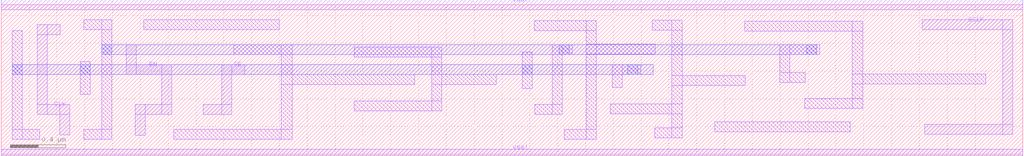
<source format=lef>
VERSION 5.8 ; 
BUSBITCHARS "[]" ; 
DIVIDERCHAR "/" ; 

PROPERTYDEFINITIONS 
MACRO oaTaper STRING ; 
END PROPERTYDEFINITIONS 

MACRO A2O1A1Ixp33_ASAP7_75t_R_v1 
CLASS CORE ; 
ORIGIN 0 0 ; 
FOREIGN A2O1A1Ixp33_ASAP7_75t_R_v1 0 0 ; 
SIZE 1.728 BY 1.08 ; 
SYMMETRY X Y ; 
SITE coreSite ; 
PIN A1 
DIRECTION INPUT ; 
USE SIGNAL ; 
PORT 
LAYER M1 ; 
RECT 0.224 0.432 0.296 0.972 ; 
RECT 0.088 0.9 0.296 0.972 ; 
RECT 0.224 0.432 0.396 0.504 ; 
END 
END A1 
PIN A2 
DIRECTION INPUT ; 
USE SIGNAL ; 
PORT 
LAYER M1 ; 
RECT 0.504 0.432 0.576 0.816 ; 
RECT 0.504 0.432 0.684 0.504 ; 
END 
END A2 
PIN B 
DIRECTION INPUT ; 
USE SIGNAL ; 
PORT 
LAYER M1 ; 
RECT 0.936 0.36 1.008 0.7 ; 
END 
END B 
PIN C 
DIRECTION INPUT ; 
USE SIGNAL ; 
PORT 
LAYER M1 ; 
RECT 1.152 0.288 1.224 0.7 ; 
RECT 1.152 0.288 1.324 0.36 ; 
END 
END C 
PIN Y 
DIRECTION OUTPUT ; 
USE SIGNAL ; 
PORT 
LAYER M1 ; 
RECT 1.304 0.108 1.544 0.18 ; 
RECT 1.472 0.108 1.544 0.972 ; 
RECT 1.024 0.9 1.544 0.972 ; 
END 
END Y 
PIN vdd! 
DIRECTION INOUT ; 
USE POWER ; 
SHAPE ABUTMENT ; 
PORT 
LAYER M1 ; 
RECT 0 1.044 1.728 1.116 ; 
END 
END vdd! 
PIN vss! 
DIRECTION INOUT ; 
USE GROUND ; 
SHAPE ABUTMENT ; 
PORT 
LAYER M1 ; 
RECT 0 -0.009 1.728 0.036 ; 
END 
END vss! 
OBS 
LAYER M1 ; 
RECT 0.072 0.252 0.856 0.324 ; 
RECT 0.072 0.252 0.144 0.74 ; 
RECT 0.784 0.252 0.856 0.924 ; 
RECT 0.16 0.108 1.136 0.18 ; 
END 
END A2O1A1Ixp33_ASAP7_75t_R_v1 

MACRO A2O1A1Ixp33_ASAP7_75t_R_v2 
CLASS CORE ; 
ORIGIN 0 0 ; 
FOREIGN A2O1A1Ixp33_ASAP7_75t_R_v2 0 0 ; 
SIZE 1.512 BY 1.08 ; 
SYMMETRY X Y ; 
SITE coreSite ; 
PIN A1 
DIRECTION INPUT ; 
USE SIGNAL ; 
PORT 
LAYER M1 ; 
RECT 0.152 0.288 0.336 0.36 ; 
RECT 0.264 0.288 0.336 0.792 ; 
RECT 0.192 0.72 0.416 0.792 ; 
END 
END A1 
PIN A2 
DIRECTION INPUT ; 
USE SIGNAL ; 
PORT 
LAYER M1 ; 
RECT 0.504 0.288 0.576 0.668 ; 
RECT 0.504 0.288 0.672 0.36 ; 
END 
END A2 
PIN B 
DIRECTION INPUT ; 
USE SIGNAL ; 
PORT 
LAYER M1 ; 
RECT 0.72 0.432 0.792 0.668 ; 
RECT 0.824 0.292 0.896 0.504 ; 
RECT 0.72 0.432 0.896 0.504 ; 
END 
END B 
PIN C 
DIRECTION INPUT ; 
USE SIGNAL ; 
PORT 
LAYER M1 ; 
RECT 1.024 0.288 1.224 0.36 ; 
RECT 1.152 0.288 1.224 0.668 ; 
END 
END C 
PIN Y 
DIRECTION OUTPUT ; 
USE SIGNAL ; 
PORT 
LAYER M1 ; 
RECT 1.216 0.144 1.44 0.216 ; 
RECT 1.368 0.144 1.44 0.936 ; 
RECT 1 0.864 1.44 0.936 ; 
END 
END Y 
PIN vdd! 
DIRECTION INOUT ; 
USE POWER ; 
SHAPE ABUTMENT ; 
PORT 
LAYER M1 ; 
RECT 0 1.044 1.512 1.116 ; 
END 
END vdd! 
PIN vss! 
DIRECTION INOUT ; 
USE GROUND ; 
SHAPE ABUTMENT ; 
PORT 
LAYER M1 ; 
RECT 0 -0.009 1.512 0.036 ; 
END 
END vss! 
OBS 
LAYER M1 ; 
RECT 0.16 0.9 0.704 0.972 ; 
RECT 0.16 0.108 0.916 0.18 ; 
END 
END A2O1A1Ixp33_ASAP7_75t_R_v2 

MACRO A2O1A1O1Ixp33_ASAP7_75t_R_v1 
CLASS CORE ; 
ORIGIN 0 0 ; 
FOREIGN A2O1A1O1Ixp33_ASAP7_75t_R_v1 0 0 ; 
SIZE 1.944 BY 1.08 ; 
SYMMETRY X Y ; 
SITE coreSite ; 
PIN A1 
DIRECTION INPUT ; 
USE SIGNAL ; 
PORT 
LAYER M1 ; 
RECT 0.504 0.464 0.576 0.648 ; 
RECT 0.412 0.576 0.576 0.648 ; 
END 
END A1 
PIN A2 
DIRECTION INPUT ; 
USE SIGNAL ; 
PORT 
LAYER M1 ; 
RECT 0.72 0.484 0.792 0.648 ; 
RECT 0.988 0.288 1.06 0.648 ; 
RECT 0.72 0.576 1.06 0.648 ; 
RECT 0.988 0.288 1.144 0.36 ; 
END 
END A2 
PIN B 
DIRECTION INPUT ; 
USE SIGNAL ; 
PORT 
LAYER M1 ; 
RECT 0.124 0.432 0.292 0.504 ; 
RECT 0.22 0.432 0.292 0.596 ; 
END 
END B 
PIN C 
DIRECTION INPUT ; 
USE SIGNAL ; 
PORT 
LAYER M1 ; 
RECT 1.284 0.288 1.448 0.36 ; 
RECT 1.376 0.288 1.448 0.648 ; 
RECT 1.228 0.576 1.448 0.648 ; 
END 
END C 
PIN D 
DIRECTION INPUT ; 
USE SIGNAL ; 
PORT 
LAYER M1 ; 
RECT 1.56 0.288 1.724 0.36 ; 
RECT 1.652 0.288 1.724 0.936 ; 
RECT 1.652 0.864 1.82 0.936 ; 
END 
END D 
PIN Y 
DIRECTION OUTPUT ; 
USE SIGNAL ; 
PORT 
LAYER M1 ; 
RECT 0.376 0.144 1.876 0.216 ; 
RECT 1.804 0.144 1.876 0.672 ; 
END 
END Y 
PIN vdd! 
DIRECTION INOUT ; 
USE POWER ; 
SHAPE ABUTMENT ; 
PORT 
LAYER M1 ; 
RECT 0 1.044 1.944 1.116 ; 
END 
END vdd! 
PIN vss! 
DIRECTION INOUT ; 
USE GROUND ; 
SHAPE ABUTMENT ; 
PORT 
LAYER M1 ; 
RECT 0 -0.009 1.944 0.036 ; 
END 
END vss! 
OBS 
LAYER M1 ; 
RECT 0.18 0.16 0.252 0.36 ; 
RECT 0.18 0.288 0.888 0.36 ; 
RECT 0.38 0.9 0.92 0.972 ; 
RECT 0.184 0.756 1.548 0.828 ; 
RECT 0.184 0.756 0.256 0.936 ; 
RECT 1.476 0.756 1.548 0.944 ; 
END 
END A2O1A1O1Ixp33_ASAP7_75t_R_v1 

MACRO A2O1A1O1Ixp33_ASAP7_75t_R_v2 
CLASS CORE ; 
ORIGIN 0 0 ; 
FOREIGN A2O1A1O1Ixp33_ASAP7_75t_R_v2 0 0 ; 
SIZE 1.944 BY 1.08 ; 
SYMMETRY X Y ; 
SITE coreSite ; 
PIN A 
DIRECTION INPUT ; 
USE SIGNAL ; 
PORT 
LAYER M1 ; 
RECT 0.504 0.288 0.576 0.792 ; 
RECT 0.412 0.72 0.576 0.792 ; 
RECT 0.504 0.288 0.676 0.36 ; 
END 
END A 
PIN B 
DIRECTION INPUT ; 
USE SIGNAL ; 
PORT 
LAYER M1 ; 
RECT 0.108 0.288 0.288 0.36 ; 
RECT 0.216 0.288 0.288 0.668 ; 
END 
END B 
PIN C 
DIRECTION INPUT ; 
USE SIGNAL ; 
PORT 
LAYER M1 ; 
RECT 0.724 0.492 0.796 0.668 ; 
END 
END C 
PIN D 
DIRECTION INPUT ; 
USE SIGNAL ; 
PORT 
LAYER M1 ; 
RECT 0.94 0.288 1.012 0.668 ; 
RECT 0.94 0.288 1.148 0.36 ; 
END 
END D 
PIN E 
DIRECTION INPUT ; 
USE SIGNAL ; 
PORT 
LAYER M1 ; 
RECT 1.368 0.288 1.44 0.792 ; 
RECT 1.244 0.72 1.44 0.792 ; 
RECT 1.368 0.288 1.544 0.36 ; 
RECT 1.156 0.508 1.656 0.58 ; 
END 
END E 
PIN Y 
DIRECTION OUTPUT ; 
USE SIGNAL ; 
PORT 
LAYER M1 ; 
RECT 1.036 0.108 1.872 0.18 ; 
RECT 1.8 0.108 1.872 0.796 ; 
RECT 1.692 0.724 1.872 0.796 ; 
END 
END Y 
PIN vdd! 
DIRECTION INOUT ; 
USE POWER ; 
SHAPE ABUTMENT ; 
PORT 
LAYER M1 ; 
RECT 0 1.044 1.944 1.116 ; 
END 
END vdd! 
PIN vss! 
DIRECTION INOUT ; 
USE GROUND ; 
SHAPE ABUTMENT ; 
PORT 
LAYER M1 ; 
RECT 0 -0.009 1.944 0.036 ; 
END 
END vss! 
OBS 
LAYER M1 ; 
RECT 0.16 0.9 0.704 0.972 ; 
RECT 0.16 0.108 0.908 0.18 ; 
RECT 0.828 0.776 0.9 0.972 ; 
RECT 0.828 0.9 1.568 0.972 ; 
END 
END A2O1A1O1Ixp33_ASAP7_75t_R_v2 

MACRO A2O1Ixp5_ASAP7_75t_R 
CLASS CORE ; 
ORIGIN 0 0 ; 
FOREIGN A2O1Ixp5_ASAP7_75t_R 0 0 ; 
SIZE 1.08 BY 1.08 ; 
SYMMETRY X Y ; 
SITE coreSite ; 
PIN A1 
DIRECTION INPUT ; 
USE SIGNAL ; 
PORT 
LAYER M1 ; 
RECT 0.504 0.412 0.576 0.792 ; 
RECT 0.384 0.72 0.576 0.792 ; 
END 
END A1 
PIN A2 
DIRECTION INPUT ; 
USE SIGNAL ; 
PORT 
LAYER M1 ; 
RECT 0.288 0.16 0.36 0.6 ; 
END 
END A2 
PIN B 
DIRECTION INPUT ; 
USE SIGNAL ; 
PORT 
LAYER M1 ; 
RECT 0.72 0.316 0.792 0.608 ; 
END 
END B 
PIN Y 
DIRECTION OUTPUT ; 
USE SIGNAL ; 
PORT 
LAYER M1 ; 
RECT 0.592 0.144 1.008 0.216 ; 
RECT 0.936 0.144 1.008 0.84 ; 
RECT 0.804 0.768 1.008 0.84 ; 
END 
END Y 
PIN vdd! 
DIRECTION INOUT ; 
USE POWER ; 
SHAPE ABUTMENT ; 
PORT 
LAYER M1 ; 
RECT 0 1.044 1.08 1.116 ; 
END 
END vdd! 
PIN vss! 
DIRECTION INOUT ; 
USE GROUND ; 
SHAPE ABUTMENT ; 
PORT 
LAYER M1 ; 
RECT 0 -0.009 1.08 0.036 ; 
END 
END vss! 
OBS 
LAYER M1 ; 
RECT 0.16 0.9 0.704 0.972 ; 
END 
END A2O1Ixp5_ASAP7_75t_R 

MACRO AND4x2_ASAP7_75t_R 
CLASS CORE ; 
ORIGIN 0 0 ; 
FOREIGN AND4x2_ASAP7_75t_R 0 0 ; 
SIZE 3.456 BY 1.08 ; 
SYMMETRY X Y ; 
SITE coreSite ; 
PIN A 
DIRECTION INPUT ; 
USE SIGNAL ; 
PORT 
LAYER M1 ; 
RECT 0.12 0.288 0.292 0.36 ; 
RECT 0.22 0.288 0.292 0.792 ; 
RECT 0.104 0.72 0.292 0.792 ; 
END 
END A 
PIN B 
DIRECTION INPUT ; 
USE SIGNAL ; 
PORT 
LAYER M1 ; 
RECT 0.876 0.432 1.036 0.504 ; 
RECT 0.964 0.432 1.036 0.792 ; 
RECT 0.848 0.72 1.036 0.792 ; 
END 
END B 
PIN C 
DIRECTION INPUT ; 
USE SIGNAL ; 
PORT 
LAYER M1 ; 
RECT 1.38 0.432 1.62 0.504 ; 
RECT 1.548 0.432 1.62 0.792 ; 
RECT 1.548 0.72 1.712 0.792 ; 
END 
END C 
PIN D 
DIRECTION INPUT ; 
USE SIGNAL ; 
PORT 
LAYER M1 ; 
RECT 2.268 0.288 2.34 0.648 ; 
RECT 2.164 0.576 2.34 0.648 ; 
RECT 2.268 0.288 2.48 0.36 ; 
END 
END D 
PIN Y 
DIRECTION OUTPUT ; 
USE SIGNAL ; 
PORT 
LAYER M1 ; 
RECT 2.972 0.144 3.396 0.216 ; 
RECT 3.324 0.144 3.396 0.936 ; 
RECT 2.972 0.864 3.396 0.936 ; 
END 
END Y 
PIN vdd! 
DIRECTION INOUT ; 
USE POWER ; 
SHAPE ABUTMENT ; 
PORT 
LAYER M1 ; 
RECT 0 1.044 3.456 1.116 ; 
END 
END vdd! 
PIN vss! 
DIRECTION INOUT ; 
USE GROUND ; 
SHAPE ABUTMENT ; 
PORT 
LAYER M1 ; 
RECT 0 -0.009 3.456 0.036 ; 
END 
END vss! 
OBS 
LAYER M1 ; 
RECT 0.164 0.116 1.128 0.188 ; 
RECT 0.812 0.284 1.784 0.356 ; 
RECT 1.456 0.116 2.424 0.188 ; 
RECT 0.396 0.336 0.468 0.716 ; 
RECT 0.396 0.644 0.576 0.716 ; 
RECT 2.84 0.448 2.912 0.8 ; 
RECT 2.448 0.728 2.912 0.8 ; 
RECT 0.504 0.644 0.576 0.972 ; 
RECT 2.448 0.728 2.52 0.972 ; 
RECT 0.376 0.9 2.52 0.972 ; 
END 
END AND4x2_ASAP7_75t_R 

MACRO AO21x2_ASAP7_75t_R 
CLASS CORE ; 
ORIGIN 0 0 ; 
FOREIGN AO21x2_ASAP7_75t_R 0 0 ; 
SIZE 1.944 BY 1.08 ; 
SYMMETRY X Y ; 
SITE coreSite ; 
PIN A1 
DIRECTION INPUT ; 
USE SIGNAL ; 
PORT 
LAYER M1 ; 
RECT 0.288 0.408 0.36 0.656 ; 
END 
END A1 
PIN A2 
DIRECTION INPUT ; 
USE SIGNAL ; 
PORT 
LAYER M1 ; 
RECT 0.504 0.412 0.576 0.656 ; 
END 
END A2 
PIN B 
DIRECTION INPUT ; 
USE SIGNAL ; 
PORT 
LAYER M1 ; 
RECT 0.72 0.412 0.792 0.656 ; 
END 
END B 
PIN Y 
DIRECTION OUTPUT ; 
USE SIGNAL ; 
PORT 
LAYER M1 ; 
RECT 1.24 0.144 1.868 0.216 ; 
RECT 1.796 0.144 1.868 0.936 ; 
RECT 1.24 0.864 1.868 0.936 ; 
END 
END Y 
PIN vdd! 
DIRECTION INOUT ; 
USE POWER ; 
SHAPE ABUTMENT ; 
PORT 
LAYER M1 ; 
RECT 0 1.044 1.944 1.116 ; 
END 
END vdd! 
PIN vss! 
DIRECTION INOUT ; 
USE GROUND ; 
SHAPE ABUTMENT ; 
PORT 
LAYER M1 ; 
RECT 0 -0.009 1.944 0.036 ; 
END 
END vss! 
OBS 
LAYER M1 ; 
RECT 0.16 0.9 0.704 0.972 ; 
RECT 0.16 0.108 1.008 0.18 ; 
RECT 0.936 0.5 1.676 0.572 ; 
RECT 0.936 0.108 1.008 0.828 ; 
RECT 0.696 0.756 1.008 0.828 ; 
END 
END AO21x2_ASAP7_75t_R 

MACRO AO22x2_ASAP7_75t_R 
CLASS CORE ; 
ORIGIN 0 0 ; 
FOREIGN AO22x2_ASAP7_75t_R 0 0 ; 
SIZE 2.16 BY 1.08 ; 
SYMMETRY X Y ; 
SITE coreSite ; 
PIN A1 
DIRECTION INPUT ; 
USE SIGNAL ; 
PORT 
LAYER M1 ; 
RECT 0.116 0.504 0.188 0.668 ; 
RECT 0.116 0.504 0.38 0.576 ; 
END 
END A1 
PIN A2 
DIRECTION INPUT ; 
USE SIGNAL ; 
PORT 
LAYER M1 ; 
RECT 0.504 0.482 0.576 0.792 ; 
RECT 0.34 0.72 0.576 0.792 ; 
END 
END A2 
PIN B1 
DIRECTION INPUT ; 
USE SIGNAL ; 
PORT 
LAYER M1 ; 
RECT 0.936 0.288 1.008 0.596 ; 
RECT 0.936 0.288 1.148 0.36 ; 
END 
END B1 
PIN B2 
DIRECTION INPUT ; 
USE SIGNAL ; 
PORT 
LAYER M1 ; 
RECT 0.72 0.412 0.792 0.596 ; 
END 
END B2 
PIN Y 
DIRECTION OUTPUT ; 
USE SIGNAL ; 
PORT 
LAYER M1 ; 
RECT 1.672 0.144 2.092 0.216 ; 
RECT 2.02 0.144 2.092 0.936 ; 
RECT 1.672 0.864 2.092 0.936 ; 
END 
END Y 
PIN vdd! 
DIRECTION INOUT ; 
USE POWER ; 
SHAPE ABUTMENT ; 
PORT 
LAYER M1 ; 
RECT 0 1.044 2.16 1.116 ; 
END 
END vdd! 
PIN vss! 
DIRECTION INOUT ; 
USE GROUND ; 
SHAPE ABUTMENT ; 
PORT 
LAYER M1 ; 
RECT 0 -0.009 2.16 0.036 ; 
END 
END vss! 
OBS 
LAYER M1 ; 
RECT 0.16 0.9 1.136 0.972 ; 
RECT 0.592 0.108 1.404 0.18 ; 
RECT 1.332 0.5 1.676 0.572 ; 
RECT 1.332 0.108 1.404 0.828 ; 
RECT 0.808 0.756 1.404 0.828 ; 
END 
END AO22x2_ASAP7_75t_R 

MACRO AO31x2_ASAP7_75t_R 
CLASS CORE ; 
ORIGIN 0 0 ; 
FOREIGN AO31x2_ASAP7_75t_R 0 0 ; 
SIZE 3.456 BY 1.08 ; 
SYMMETRY X Y ; 
SITE coreSite ; 
PIN A1 
DIRECTION INPUT ; 
USE SIGNAL ; 
PORT 
LAYER M1 ; 
RECT 2.536 0.268 2.608 0.576 ; 
RECT 2.2 0.504 2.608 0.576 ; 
RECT 2.536 0.268 2.692 0.34 ; 
END 
END A1 
PIN A2 
DIRECTION INPUT ; 
USE SIGNAL ; 
PORT 
LAYER M1 ; 
RECT 1.268 0.412 1.432 0.484 ; 
RECT 1.36 0.412 1.432 0.576 ; 
RECT 1.36 0.504 1.712 0.576 ; 
RECT 1.64 0.504 1.712 0.668 ; 
RECT 1.64 0.596 1.796 0.668 ; 
END 
END A2 
PIN A3 
DIRECTION INPUT ; 
USE SIGNAL ; 
PORT 
LAYER M1 ; 
RECT 0.196 0.268 0.36 0.34 ; 
RECT 0.288 0.268 0.36 0.812 ; 
RECT 0.196 0.74 0.36 0.812 ; 
END 
END A3 
PIN B 
DIRECTION INPUT ; 
USE SIGNAL ; 
PORT 
LAYER M1 ; 
RECT 0.624 0.284 0.696 0.8 ; 
RECT 0.624 0.504 0.792 0.576 ; 
END 
END B 
PIN Y 
DIRECTION OUTPUT ; 
USE SIGNAL ; 
PORT 
LAYER M1 ; 
RECT 2.968 0.108 3.384 0.18 ; 
RECT 3.312 0.108 3.384 0.972 ; 
RECT 2.964 0.9 3.384 0.972 ; 
END 
END Y 
PIN vdd! 
DIRECTION INOUT ; 
USE POWER ; 
SHAPE ABUTMENT ; 
PORT 
LAYER M1 ; 
RECT 0 1.044 3.456 1.116 ; 
END 
END vdd! 
PIN vss! 
DIRECTION INOUT ; 
USE GROUND ; 
SHAPE ABUTMENT ; 
PORT 
LAYER M1 ; 
RECT 0 -0.009 3.456 0.036 ; 
END 
END vss! 
OBS 
LAYER M1 ; 
RECT 0.384 0.108 1.788 0.18 ; 
RECT 0.164 0.9 2.216 0.972 ; 
RECT 1.472 0.252 2.424 0.324 ; 
RECT 2.104 0.108 2.864 0.18 ; 
RECT 0.8 0.252 1.104 0.324 ; 
RECT 2.792 0.504 3.188 0.576 ; 
RECT 1.032 0.252 1.104 0.812 ; 
RECT 0.796 0.74 2.42 0.812 ; 
RECT 2.348 0.74 2.42 0.972 ; 
RECT 2.792 0.108 2.864 0.972 ; 
RECT 2.348 0.9 2.864 0.972 ; 
END 
END AO31x2_ASAP7_75t_R 

MACRO AO32x2_ASAP7_75t_R 
CLASS CORE ; 
ORIGIN 0 0 ; 
FOREIGN AO32x2_ASAP7_75t_R 0 0 ; 
SIZE 2.376 BY 1.08 ; 
SYMMETRY X Y ; 
SITE coreSite ; 
PIN A1 
DIRECTION INPUT ; 
USE SIGNAL ; 
PORT 
LAYER M1 ; 
RECT 0.132 0.252 0.292 0.324 ; 
RECT 0.22 0.252 0.292 0.972 ; 
RECT 0.132 0.9 0.292 0.972 ; 
END 
END A1 
PIN A2 
DIRECTION INPUT ; 
USE SIGNAL ; 
PORT 
LAYER M1 ; 
RECT 0.416 0.252 0.576 0.324 ; 
RECT 0.504 0.252 0.576 0.812 ; 
RECT 0.416 0.728 0.576 0.812 ; 
END 
END A2 
PIN A3 
DIRECTION INPUT ; 
USE SIGNAL ; 
PORT 
LAYER M1 ; 
RECT 0.72 0.408 0.792 0.812 ; 
RECT 0.72 0.74 0.888 0.812 ; 
END 
END A3 
PIN B1 
DIRECTION INPUT ; 
USE SIGNAL ; 
PORT 
LAYER M1 ; 
RECT 0.936 0.268 1.008 0.608 ; 
RECT 0.936 0.268 1.104 0.34 ; 
END 
END B1 
PIN B2 
DIRECTION INPUT ; 
USE SIGNAL ; 
PORT 
LAYER M1 ; 
RECT 1.22 0.268 1.292 0.668 ; 
RECT 1.22 0.268 1.408 0.34 ; 
RECT 1.22 0.596 1.42 0.668 ; 
END 
END B2 
PIN Y 
DIRECTION OUTPUT ; 
USE SIGNAL ; 
PORT 
LAYER M1 ; 
RECT 1.888 0.108 2.088 0.18 ; 
RECT 2.016 0.108 2.088 0.972 ; 
RECT 1.888 0.9 2.088 0.972 ; 
END 
END Y 
PIN vdd! 
DIRECTION INOUT ; 
USE POWER ; 
SHAPE ABUTMENT ; 
PORT 
LAYER M1 ; 
RECT 0 1.044 2.376 1.116 ; 
END 
END vdd! 
PIN vss! 
DIRECTION INOUT ; 
USE GROUND ; 
SHAPE ABUTMENT ; 
PORT 
LAYER M1 ; 
RECT 0 -0.009 2.376 0.036 ; 
END 
END vss! 
OBS 
LAYER M1 ; 
RECT 0.392 0.9 1.352 0.972 ; 
RECT 0.16 0.108 1.656 0.18 ; 
RECT 1.584 0.508 1.84 0.58 ; 
RECT 1.584 0.108 1.656 0.828 ; 
RECT 1.04 0.756 1.656 0.828 ; 
END 
END AO32x2_ASAP7_75t_R 

MACRO AOI211xp5_ASAP7_75t_R 
CLASS CORE ; 
ORIGIN 0 0 ; 
FOREIGN AOI211xp5_ASAP7_75t_R 0 0 ; 
SIZE 2.808 BY 1.08 ; 
SYMMETRY X Y ; 
SITE coreSite ; 
PIN A1 
DIRECTION INPUT ; 
USE SIGNAL ; 
PORT 
LAYER M1 ; 
RECT 0.736 0.252 0.896 0.324 ; 
RECT 0.824 0.252 0.896 0.828 ; 
RECT 0.724 0.756 0.896 0.828 ; 
END 
END A1 
PIN A2 
DIRECTION INPUT ; 
USE SIGNAL ; 
PORT 
LAYER M1 ; 
RECT 0.312 0.252 0.472 0.324 ; 
RECT 0.4 0.252 0.472 0.828 ; 
RECT 0.3 0.756 0.472 0.828 ; 
END 
END A2 
PIN B 
DIRECTION INPUT ; 
USE SIGNAL ; 
PORT 
LAYER M1 ; 
RECT 1.584 0.252 1.656 0.684 ; 
RECT 1.584 0.252 1.768 0.324 ; 
RECT 1.584 0.612 1.768 0.684 ; 
END 
END B 
PIN C 
DIRECTION INPUT ; 
USE SIGNAL ; 
PORT 
LAYER M1 ; 
RECT 2.012 0.252 2.196 0.324 ; 
RECT 2.124 0.252 2.196 0.684 ; 
RECT 2.012 0.612 2.196 0.684 ; 
END 
END C 
PIN Y 
DIRECTION OUTPUT ; 
USE SIGNAL ; 
PORT 
LAYER M1 ; 
RECT 2.316 0.504 2.388 0.828 ; 
RECT 2.076 0.756 2.388 0.828 ; 
RECT 0.364 0.108 2.524 0.18 ; 
RECT 2.452 0.108 2.524 0.576 ; 
RECT 2.316 0.504 2.524 0.576 ; 
END 
END Y 
PIN vdd! 
DIRECTION INOUT ; 
USE POWER ; 
SHAPE ABUTMENT ; 
PORT 
LAYER M1 ; 
RECT 0 1.044 2.808 1.116 ; 
END 
END vdd! 
PIN vss! 
DIRECTION INOUT ; 
USE GROUND ; 
SHAPE ABUTMENT ; 
PORT 
LAYER M1 ; 
RECT 0 -0.009 2.808 0.036 ; 
END 
END vss! 
OBS 
LAYER M1 ; 
RECT 1.152 0.756 1.796 0.828 ; 
RECT 1.152 0.756 1.224 0.972 ; 
RECT 0.364 0.9 1.224 0.972 ; 
RECT 1.444 0.9 2.432 0.972 ; 
END 
END AOI211xp5_ASAP7_75t_R 

MACRO AOI21_x2_ASAP7_75t_R 
CLASS CORE ; 
ORIGIN 0 0 ; 
FOREIGN AOI21_x2_ASAP7_75t_R 0 0 ; 
SIZE 1.08 BY 1.08 ; 
SYMMETRY X Y ; 
SITE coreSite ; 
PIN A1 
DIRECTION INPUT ; 
USE SIGNAL ; 
PORT 
LAYER M1 ; 
RECT 0.184 0.268 0.36 0.34 ; 
RECT 0.288 0.268 0.36 0.812 ; 
RECT 0.188 0.74 0.36 0.812 ; 
END 
END A1 
PIN A2 
DIRECTION INPUT ; 
USE SIGNAL ; 
PORT 
LAYER M1 ; 
RECT 0.504 0.264 0.576 0.656 ; 
RECT 0.504 0.264 0.68 0.336 ; 
END 
END A2 
PIN B 
DIRECTION INPUT ; 
USE SIGNAL ; 
PORT 
LAYER M1 ; 
RECT 0.72 0.412 0.792 0.812 ; 
RECT 0.62 0.74 0.792 0.812 ; 
END 
END B 
PIN Y 
DIRECTION OUTPUT ; 
USE SIGNAL ; 
PORT 
LAYER M1 ; 
RECT 0.16 0.108 1.008 0.18 ; 
RECT 0.936 0.108 1.008 0.972 ; 
RECT 0.82 0.9 1.008 0.972 ; 
END 
END Y 
PIN vdd! 
DIRECTION INOUT ; 
USE POWER ; 
SHAPE ABUTMENT ; 
PORT 
LAYER M1 ; 
RECT 0 1.044 1.08 1.116 ; 
END 
END vdd! 
PIN vss! 
DIRECTION INOUT ; 
USE GROUND ; 
SHAPE ABUTMENT ; 
PORT 
LAYER M1 ; 
RECT 0 -0.009 1.08 0.036 ; 
END 
END vss! 
OBS 
LAYER M1 ; 
RECT 0.16 0.9 0.688 0.972 ; 
END 
END AOI21_x2_ASAP7_75t_R 

MACRO AOI221xp5_ASAP_75t_R 
CLASS CORE ; 
ORIGIN 0 0 ; 
FOREIGN AOI221xp5_ASAP_75t_R 0 0 ; 
SIZE 3.024 BY 1.08 ; 
SYMMETRY X Y ; 
SITE coreSite ; 
PIN A1 
DIRECTION INPUT ; 
USE SIGNAL ; 
PORT 
LAYER M1 ; 
RECT 0.724 0.108 0.892 0.18 ; 
RECT 0.82 0.108 0.892 0.576 ; 
RECT 0.716 0.504 1.012 0.576 ; 
END 
END A1 
PIN A2 
DIRECTION INPUT ; 
USE SIGNAL ; 
PORT 
LAYER M1 ; 
RECT 0.272 0.108 0.46 0.18 ; 
RECT 0.388 0.108 0.46 0.576 ; 
RECT 0.284 0.504 0.58 0.576 ; 
END 
END A2 
PIN B1 
DIRECTION INPUT ; 
USE SIGNAL ; 
PORT 
LAYER M1 ; 
RECT 1.128 0.324 1.328 0.396 ; 
RECT 1.256 0.324 1.328 0.576 ; 
RECT 1.256 0.504 1.444 0.576 ; 
END 
END B1 
PIN B2 
DIRECTION INPUT ; 
USE SIGNAL ; 
PORT 
LAYER M1 ; 
RECT 2 0.324 2.168 0.396 ; 
RECT 1.788 0.504 2.168 0.576 ; 
RECT 2.096 0.324 2.168 0.828 ; 
RECT 2.096 0.756 2.26 0.828 ; 
END 
END B2 
PIN C 
DIRECTION INPUT ; 
USE SIGNAL ; 
PORT 
LAYER M1 ; 
RECT 2.268 0.324 2.436 0.396 ; 
RECT 2.36 0.324 2.432 0.8 ; 
RECT 2.36 0.324 2.436 0.576 ; 
RECT 2.36 0.504 2.536 0.576 ; 
END 
END C 
PIN Y 
DIRECTION OUTPUT ; 
USE SIGNAL ; 
PORT 
LAYER M1 ; 
RECT 1.032 0.18 2.95 0.252 ; 
RECT 2.878 0.18 2.95 0.828 ; 
RECT 2.544 0.756 2.95 0.828 ; 
END 
END Y 
PIN vdd! 
DIRECTION INOUT ; 
USE POWER ; 
SHAPE ABUTMENT ; 
PORT 
LAYER M1 ; 
RECT 0 1.044 3.024 1.116 ; 
END 
END vdd! 
PIN vss! 
DIRECTION INOUT ; 
USE GROUND ; 
SHAPE ABUTMENT ; 
PORT 
LAYER M1 ; 
RECT 0 -0.009 3.024 0.036 ; 
END 
END vss! 
OBS 
LAYER M1 ; 
RECT 0.168 0.72 1.992 0.792 ; 
RECT 1.248 0.9 2.856 0.972 ; 
END 
END AOI221xp5_ASAP_75t_R 

MACRO AOI22xp33_ASAP7_75t_R 
CLASS CORE ; 
ORIGIN 0 0 ; 
FOREIGN AOI22xp33_ASAP7_75t_R 0 0 ; 
SIZE 1.296 BY 1.08 ; 
SYMMETRY X Y ; 
SITE coreSite ; 
PIN A1 
DIRECTION INPUT ; 
USE SIGNAL ; 
PORT 
LAYER M1 ; 
RECT 0.116 0.504 0.188 0.668 ; 
RECT 0.116 0.504 0.38 0.576 ; 
END 
END A1 
PIN A2 
DIRECTION INPUT ; 
USE SIGNAL ; 
PORT 
LAYER M1 ; 
RECT 0.504 0.482 0.576 0.792 ; 
RECT 0.34 0.72 0.576 0.792 ; 
END 
END A2 
PIN B1 
DIRECTION INPUT ; 
USE SIGNAL ; 
PORT 
LAYER M1 ; 
RECT 0.924 0.252 1.076 0.324 ; 
RECT 1.004 0.252 1.076 0.596 ; 
END 
END B1 
PIN B2 
DIRECTION INPUT ; 
USE SIGNAL ; 
PORT 
LAYER M1 ; 
RECT 0.72 0.412 0.792 0.596 ; 
END 
END B2 
PIN Y 
DIRECTION OUTPUT ; 
USE SIGNAL ; 
PORT 
LAYER M1 ; 
RECT 0.592 0.108 1.224 0.18 ; 
RECT 1.152 0.108 1.224 0.828 ; 
RECT 0.808 0.756 1.224 0.828 ; 
END 
END Y 
PIN vdd! 
DIRECTION INOUT ; 
USE POWER ; 
SHAPE ABUTMENT ; 
PORT 
LAYER M1 ; 
RECT 0 1.044 1.296 1.116 ; 
END 
END vdd! 
PIN vss! 
DIRECTION INOUT ; 
USE GROUND ; 
SHAPE ABUTMENT ; 
PORT 
LAYER M1 ; 
RECT 0 -0.009 1.296 0.036 ; 
END 
END vss! 
OBS 
LAYER M1 ; 
RECT 0.16 0.9 1.136 0.972 ; 
END 
END AOI22xp33_ASAP7_75t_R 

MACRO AOI31xp67_ASAP7_75t_R 
CLASS CORE ; 
ORIGIN 0 0 ; 
FOREIGN AOI31xp67_ASAP7_75t_R 0 0 ; 
SIZE 2.808 BY 1.08 ; 
SYMMETRY X Y ; 
SITE coreSite ; 
PIN A1 
DIRECTION INPUT ; 
USE SIGNAL ; 
PORT 
LAYER M1 ; 
RECT 2.524 0.288 2.596 0.576 ; 
RECT 2.2 0.504 2.596 0.576 ; 
END 
END A1 
PIN A2 
DIRECTION INPUT ; 
USE SIGNAL ; 
PORT 
LAYER M1 ; 
RECT 1.288 0.288 1.36 0.576 ; 
RECT 1.288 0.504 1.712 0.576 ; 
END 
END A2 
PIN A3 
DIRECTION INPUT ; 
USE SIGNAL ; 
PORT 
LAYER M1 ; 
RECT 0.196 0.272 0.36 0.344 ; 
RECT 0.288 0.272 0.36 0.816 ; 
RECT 0.196 0.744 0.36 0.816 ; 
END 
END A3 
PIN B 
DIRECTION INPUT ; 
USE SIGNAL ; 
PORT 
LAYER M1 ; 
RECT 0.624 0.28 0.696 0.796 ; 
RECT 0.624 0.504 0.852 0.576 ; 
END 
END B 
PIN Y 
DIRECTION OUTPUT ; 
USE SIGNAL ; 
PORT 
LAYER M1 ; 
RECT 2.104 0.108 2.688 0.18 ; 
END 
END Y 
PIN vdd! 
DIRECTION INOUT ; 
USE POWER ; 
SHAPE ABUTMENT ; 
PORT 
LAYER M1 ; 
RECT 0 1.044 2.808 1.116 ; 
END 
END vdd! 
PIN vss! 
DIRECTION INOUT ; 
USE GROUND ; 
SHAPE ABUTMENT ; 
PORT 
LAYER M1 ; 
RECT 0 -0.009 2.808 0.036 ; 
END 
END vss! 
OBS 
LAYER M1 ; 
RECT 0.384 0.108 1.788 0.18 ; 
RECT 0.164 0.9 2.216 0.972 ; 
RECT 1.464 0.312 2.424 0.384 ; 
RECT 0.8 0.252 1.112 0.324 ; 
RECT 1.04 0.252 1.112 0.808 ; 
RECT 0.796 0.736 2.688 0.808 ; 
END 
END AOI31xp67_ASAP7_75t_R 

MACRO AOI322xp5_ASAP7_75t_R 
CLASS CORE ; 
ORIGIN 0 0 ; 
FOREIGN AOI322xp5_ASAP7_75t_R 0 0 ; 
SIZE 2.376 BY 1.08 ; 
SYMMETRY X Y ; 
SITE coreSite ; 
PIN A1 
DIRECTION INPUT ; 
USE SIGNAL ; 
PORT 
LAYER M1 ; 
RECT 0.116 0.252 0.292 0.324 ; 
RECT 0.22 0.252 0.292 0.604 ; 
END 
END A1 
PIN A2 
DIRECTION INPUT ; 
USE SIGNAL ; 
PORT 
LAYER M1 ; 
RECT 0.412 0.252 0.576 0.324 ; 
RECT 0.504 0.252 0.576 0.656 ; 
END 
END A2 
PIN A3 
DIRECTION INPUT ; 
USE SIGNAL ; 
PORT 
LAYER M1 ; 
RECT 0.72 0.28 0.792 0.656 ; 
END 
END A3 
PIN B1 
DIRECTION INPUT ; 
USE SIGNAL ; 
PORT 
LAYER M1 ; 
RECT 1.22 0.252 1.292 0.656 ; 
RECT 1.22 0.252 1.384 0.324 ; 
END 
END B1 
PIN B2 
DIRECTION INPUT ; 
USE SIGNAL ; 
PORT 
LAYER M1 ; 
RECT 0.936 0.252 1.008 0.656 ; 
RECT 0.936 0.252 1.1 0.324 ; 
END 
END B2 
PIN C1 
DIRECTION INPUT ; 
USE SIGNAL ; 
PORT 
LAYER M1 ; 
RECT 1.708 0.252 1.872 0.324 ; 
RECT 1.8 0.252 1.872 0.656 ; 
END 
END C1 
PIN C2 
DIRECTION INPUT ; 
USE SIGNAL ; 
PORT 
LAYER M1 ; 
RECT 2.016 0.136 2.088 0.656 ; 
END 
END C2 
PIN Y 
DIRECTION OUTPUT ; 
USE SIGNAL ; 
PORT 
LAYER M1 ; 
RECT 1.484 0.108 1.556 0.828 ; 
RECT 0.168 0.108 1.776 0.18 ; 
RECT 2.236 0.176 2.308 0.828 ; 
RECT 1.484 0.756 2.308 0.828 ; 
END 
END Y 
PIN vdd! 
DIRECTION INOUT ; 
USE POWER ; 
SHAPE ABUTMENT ; 
PORT 
LAYER M1 ; 
RECT 0 1.044 2.376 1.116 ; 
END 
END vdd! 
PIN vss! 
DIRECTION INOUT ; 
USE GROUND ; 
SHAPE ABUTMENT ; 
PORT 
LAYER M1 ; 
RECT 0 -0.009 2.376 0.036 ; 
END 
END vss! 
OBS 
LAYER M1 ; 
RECT 0.384 0.756 1.344 0.828 ; 
RECT 1.032 0.9 1.992 0.972 ; 
END 
END AOI322xp5_ASAP7_75t_R 

MACRO AOI32xp33_ASAP7_75t_R 
CLASS CORE ; 
ORIGIN 0 0 ; 
FOREIGN AOI32xp33_ASAP7_75t_R 0 0 ; 
SIZE 1.728 BY 1.08 ; 
SYMMETRY X Y ; 
SITE coreSite ; 
PIN A1 
DIRECTION INPUT ; 
USE SIGNAL ; 
PORT 
LAYER M1 ; 
RECT 0.132 0.252 0.292 0.324 ; 
RECT 0.22 0.252 0.292 0.972 ; 
RECT 0.132 0.9 0.292 0.972 ; 
END 
END A1 
PIN A2 
DIRECTION INPUT ; 
USE SIGNAL ; 
PORT 
LAYER M1 ; 
RECT 0.416 0.252 0.576 0.324 ; 
RECT 0.504 0.252 0.576 0.812 ; 
RECT 0.416 0.728 0.576 0.812 ; 
END 
END A2 
PIN A3 
DIRECTION INPUT ; 
USE SIGNAL ; 
PORT 
LAYER M1 ; 
RECT 0.72 0.408 0.792 0.812 ; 
RECT 0.72 0.74 0.888 0.812 ; 
END 
END A3 
PIN B1 
DIRECTION INPUT ; 
USE SIGNAL ; 
PORT 
LAYER M1 ; 
RECT 0.936 0.268 1.008 0.608 ; 
RECT 0.936 0.268 1.104 0.34 ; 
END 
END B1 
PIN B2 
DIRECTION INPUT ; 
USE SIGNAL ; 
PORT 
LAYER M1 ; 
RECT 1.22 0.268 1.292 0.668 ; 
RECT 1.22 0.268 1.408 0.34 ; 
RECT 1.22 0.596 1.42 0.668 ; 
END 
END B2 
PIN Y 
DIRECTION OUTPUT ; 
USE SIGNAL ; 
PORT 
LAYER M1 ; 
RECT 0.16 0.108 1.604 0.18 ; 
RECT 1.532 0.108 1.604 0.828 ; 
RECT 1.04 0.756 1.604 0.828 ; 
END 
END Y 
PIN vdd! 
DIRECTION INOUT ; 
USE POWER ; 
SHAPE ABUTMENT ; 
PORT 
LAYER M1 ; 
RECT 0 1.044 1.728 1.116 ; 
END 
END vdd! 
PIN vss! 
DIRECTION INOUT ; 
USE GROUND ; 
SHAPE ABUTMENT ; 
PORT 
LAYER M1 ; 
RECT 0 -0.009 1.728 0.036 ; 
END 
END vss! 
OBS 
LAYER M1 ; 
RECT 0.392 0.9 1.336 0.972 ; 
END 
END AOI32xp33_ASAP7_75t_R 

MACRO AOI333xp33_ASAP7_75t_R 
CLASS CORE ; 
ORIGIN 0 0 ; 
FOREIGN AOI333xp33_ASAP7_75t_R 0 0 ; 
SIZE 2.376 BY 1.08 ; 
SYMMETRY X Y ; 
SITE coreSite ; 
PIN A1 
DIRECTION INPUT ; 
USE SIGNAL ; 
PORT 
LAYER M1 ; 
RECT 0.72 0.28 0.792 0.656 ; 
END 
END A1 
PIN A2 
DIRECTION INPUT ; 
USE SIGNAL ; 
PORT 
LAYER M1 ; 
RECT 0.504 0.28 0.576 0.656 ; 
END 
END A2 
PIN A3 
DIRECTION INPUT ; 
USE SIGNAL ; 
PORT 
LAYER M1 ; 
RECT 0.288 0.28 0.36 0.656 ; 
END 
END A3 
PIN B1 
DIRECTION INPUT ; 
USE SIGNAL ; 
PORT 
LAYER M1 ; 
RECT 0.936 0.28 1.008 0.656 ; 
END 
END B1 
PIN B2 
DIRECTION INPUT ; 
USE SIGNAL ; 
PORT 
LAYER M1 ; 
RECT 1.152 0.28 1.224 0.656 ; 
END 
END B2 
PIN B3 
DIRECTION INPUT ; 
USE SIGNAL ; 
PORT 
LAYER M1 ; 
RECT 1.368 0.28 1.44 0.656 ; 
END 
END B3 
PIN C1 
DIRECTION INPUT ; 
USE SIGNAL ; 
PORT 
LAYER M1 ; 
RECT 2.016 0.28 2.088 0.8 ; 
END 
END C1 
PIN C2 
DIRECTION INPUT ; 
USE SIGNAL ; 
PORT 
LAYER M1 ; 
RECT 1.8 0.28 1.872 0.8 ; 
END 
END C2 
PIN C3 
DIRECTION INPUT ; 
USE SIGNAL ; 
PORT 
LAYER M1 ; 
RECT 1.584 0.28 1.656 0.8 ; 
END 
END C3 
PIN Y 
DIRECTION OUTPUT ; 
USE SIGNAL ; 
PORT 
LAYER M1 ; 
RECT 0.084 0.108 0.156 0.972 ; 
RECT 0.084 0.9 0.732 0.972 ; 
RECT 0.084 0.108 2.27 0.18 ; 
END 
END Y 
PIN vdd! 
DIRECTION INOUT ; 
USE POWER ; 
SHAPE ABUTMENT ; 
PORT 
LAYER M1 ; 
RECT 0 1.044 2.376 1.116 ; 
END 
END vdd! 
PIN vss! 
DIRECTION INOUT ; 
USE GROUND ; 
SHAPE ABUTMENT ; 
PORT 
LAYER M1 ; 
RECT 0 -0.009 2.376 0.036 ; 
END 
END vss! 
OBS 
LAYER M1 ; 
RECT 0.308 0.756 1.4 0.828 ; 
RECT 0.968 0.9 2.06 0.972 ; 
END 
END AOI333xp33_ASAP7_75t_R 

MACRO AOI33xp33_ASAP_75t_R 
CLASS CORE ; 
ORIGIN 0 0 ; 
FOREIGN AOI33xp33_ASAP_75t_R 0 0 ; 
SIZE 1.944 BY 1.08 ; 
SYMMETRY X Y ; 
SITE coreSite ; 
PIN A1 
DIRECTION INPUT ; 
USE SIGNAL ; 
PORT 
LAYER M1 ; 
RECT 0.068 0.108 0.14 0.576 ; 
RECT 0.068 0.108 0.252 0.18 ; 
RECT 0.288 0.412 0.36 0.576 ; 
RECT 0.068 0.504 0.36 0.576 ; 
END 
END A1 
PIN A2 
DIRECTION INPUT ; 
USE SIGNAL ; 
PORT 
LAYER M1 ; 
RECT 0.068 0.648 0.14 0.972 ; 
RECT 0.068 0.9 0.244 0.972 ; 
RECT 0.504 0.408 0.576 0.72 ; 
RECT 0.068 0.648 0.576 0.72 ; 
END 
END A2 
PIN A3 
DIRECTION INPUT ; 
USE SIGNAL ; 
PORT 
LAYER M1 ; 
RECT 0.72 0.48 0.792 0.828 ; 
RECT 0.72 0.756 0.892 0.828 ; 
END 
END A3 
PIN B1 
DIRECTION INPUT ; 
USE SIGNAL ; 
PORT 
LAYER M1 ; 
RECT 0.832 0.268 1.008 0.344 ; 
RECT 0.936 0.268 1.008 0.564 ; 
END 
END B1 
PIN B2 
DIRECTION INPUT ; 
USE SIGNAL ; 
PORT 
LAYER M1 ; 
RECT 1.152 0.268 1.224 0.58 ; 
RECT 1.152 0.268 1.328 0.34 ; 
END 
END B2 
PIN B3 
DIRECTION INPUT ; 
USE SIGNAL ; 
PORT 
LAYER M1 ; 
RECT 1.436 0.412 1.508 0.68 ; 
RECT 1.436 0.412 1.608 0.484 ; 
RECT 1.436 0.608 1.608 0.68 ; 
END 
END B3 
PIN Y 
DIRECTION OUTPUT ; 
USE SIGNAL ; 
PORT 
LAYER M1 ; 
RECT 0.804 0.108 1.872 0.18 ; 
RECT 1.8 0.108 1.872 0.828 ; 
RECT 1.024 0.756 1.872 0.828 ; 
END 
END Y 
PIN vdd! 
DIRECTION INOUT ; 
USE POWER ; 
SHAPE ABUTMENT ; 
PORT 
LAYER M1 ; 
RECT 0 1.044 1.944 1.116 ; 
END 
END vdd! 
PIN vss! 
DIRECTION INOUT ; 
USE GROUND ; 
SHAPE ABUTMENT ; 
PORT 
LAYER M1 ; 
RECT 0 -0.009 1.944 0.036 ; 
END 
END vss! 
OBS 
LAYER M1 ; 
RECT 0.388 0.9 1.352 0.972 ; 
END 
END AOI33xp33_ASAP_75t_R 

MACRO BUFx10_ASAP7_75t_R 
CLASS CORE ; 
ORIGIN 0 0 ; 
FOREIGN BUFx10_ASAP7_75t_R 0 0 ; 
SIZE 3.456 BY 1.08 ; 
SYMMETRY X Y ; 
SITE coreSite ; 
PIN A 
DIRECTION INPUT ; 
USE SIGNAL ; 
PORT 
LAYER M1 ; 
RECT 0.22 0.288 0.292 0.792 ; 
RECT 0.12 0.72 0.292 0.792 ; 
RECT 0.22 0.288 0.384 0.36 ; 
END 
END A 
PIN Y 
DIRECTION OUTPUT ; 
USE SIGNAL ; 
PORT 
LAYER M1 ; 
RECT 1.024 0.144 3.388 0.216 ; 
RECT 3.316 0.144 3.388 0.936 ; 
RECT 1.022 0.864 3.388 0.936 ; 
END 
END Y 
PIN vdd! 
DIRECTION INOUT ; 
USE POWER ; 
SHAPE ABUTMENT ; 
PORT 
LAYER M1 ; 
RECT 0 1.044 3.456 1.116 ; 
END 
END vdd! 
PIN vss! 
DIRECTION INOUT ; 
USE GROUND ; 
SHAPE ABUTMENT ; 
PORT 
LAYER M1 ; 
RECT 0 -0.009 3.456 0.036 ; 
END 
END vss! 
OBS 
LAYER M1 ; 
RECT 0.16 0.108 0.796 0.18 ; 
RECT 0.724 0.504 3.186 0.576 ; 
RECT 0.724 0.108 0.796 0.972 ; 
RECT 0.16 0.9 0.796 0.972 ; 
END 
END BUFx10_ASAP7_75t_R 

MACRO BUFx12_ASAP7_75t_R 
CLASS CORE ; 
ORIGIN 0 0 ; 
FOREIGN BUFx12_ASAP7_75t_R 0 0 ; 
SIZE 3.888 BY 1.08 ; 
SYMMETRY X Y ; 
SITE coreSite ; 
PIN A 
DIRECTION INPUT ; 
USE SIGNAL ; 
PORT 
LAYER M1 ; 
RECT 0.22 0.268 0.292 0.812 ; 
END 
END A 
PIN Y 
DIRECTION OUTPUT ; 
USE SIGNAL ; 
PORT 
LAYER M1 ; 
RECT 1.24 0.144 3.816 0.216 ; 
RECT 3.744 0.144 3.816 0.936 ; 
RECT 1.24 0.864 3.816 0.936 ; 
END 
END Y 
PIN vdd! 
DIRECTION INOUT ; 
USE POWER ; 
SHAPE ABUTMENT ; 
PORT 
LAYER M1 ; 
RECT 0 1.044 3.888 1.116 ; 
END 
END vdd! 
PIN vss! 
DIRECTION INOUT ; 
USE GROUND ; 
SHAPE ABUTMENT ; 
PORT 
LAYER M1 ; 
RECT 0 -0.009 3.888 0.036 ; 
END 
END vss! 
OBS 
LAYER M1 ; 
RECT 0.376 0.108 0.792 0.18 ; 
RECT 0.72 0.504 1.176 0.576 ; 
RECT 0.72 0.108 0.792 0.972 ; 
RECT 0.376 0.9 0.792 0.972 ; 
END 
END BUFx12_ASAP7_75t_R 

MACRO BUFx12f_ASAP7_75t_R 
CLASS CORE ; 
ORIGIN 0 0 ; 
FOREIGN BUFx12f_ASAP7_75t_R 0 0 ; 
SIZE 3.888 BY 1.08 ; 
SYMMETRY X Y ; 
SITE coreSite ; 
PIN A 
DIRECTION INPUT ; 
USE SIGNAL ; 
PORT 
LAYER M1 ; 
RECT 0.22 0.268 0.292 0.812 ; 
END 
END A 
PIN Y 
DIRECTION OUTPUT ; 
USE SIGNAL ; 
PORT 
LAYER M1 ; 
RECT 1.24 0.108 3.816 0.18 ; 
RECT 3.744 0.108 3.816 0.972 ; 
RECT 1.24 0.9 3.816 0.972 ; 
END 
END Y 
PIN vdd! 
DIRECTION INOUT ; 
USE POWER ; 
SHAPE ABUTMENT ; 
PORT 
LAYER M1 ; 
RECT 0 1.044 3.888 1.116 ; 
END 
END vdd! 
PIN vss! 
DIRECTION INOUT ; 
USE GROUND ; 
SHAPE ABUTMENT ; 
PORT 
LAYER M1 ; 
RECT 0 -0.009 3.888 0.036 ; 
END 
END vss! 
OBS 
LAYER M1 ; 
RECT 0.376 0.108 1.116 0.18 ; 
RECT 1.044 0.504 1.244 0.576 ; 
RECT 1.044 0.108 1.116 0.972 ; 
RECT 0.376 0.9 1.116 0.972 ; 
END 
END BUFx12f_ASAP7_75t_R 

MACRO BUFx4_ASAP7_75t_R 
CLASS CORE ; 
ORIGIN 0 0 ; 
FOREIGN BUFx4_ASAP7_75t_R 0 0 ; 
SIZE 1.512 BY 1.08 ; 
SYMMETRY X Y ; 
SITE coreSite ; 
PIN A 
DIRECTION INPUT ; 
USE SIGNAL ; 
PORT 
LAYER M1 ; 
RECT 0.124 0.288 0.292 0.36 ; 
RECT 0.22 0.288 0.292 0.792 ; 
RECT 0.128 0.72 0.292 0.792 ; 
END 
END A 
PIN Y 
DIRECTION OUTPUT ; 
USE SIGNAL ; 
PORT 
LAYER M1 ; 
RECT 0.58 0.144 1.428 0.216 ; 
RECT 1.356 0.144 1.428 0.936 ; 
RECT 0.58 0.864 1.428 0.936 ; 
END 
END Y 
PIN vdd! 
DIRECTION INOUT ; 
USE POWER ; 
SHAPE ABUTMENT ; 
PORT 
LAYER M1 ; 
RECT 0 1.044 1.512 1.116 ; 
END 
END vdd! 
PIN vss! 
DIRECTION INOUT ; 
USE GROUND ; 
SHAPE ABUTMENT ; 
PORT 
LAYER M1 ; 
RECT 0 -0.009 1.512 0.036 ; 
END 
END vss! 
OBS 
LAYER M1 ; 
RECT 0.148 0.108 0.456 0.18 ; 
RECT 0.384 0.504 1.256 0.576 ; 
RECT 0.384 0.108 0.456 0.972 ; 
RECT 0.148 0.9 0.456 0.972 ; 
END 
END BUFx4_ASAP7_75t_R 

MACRO BUFx6f_ASAP7_75t_R 
CLASS CORE ; 
ORIGIN 0 0 ; 
FOREIGN BUFx6f_ASAP7_75t_R 0 0 ; 
SIZE 2.592 BY 1.08 ; 
SYMMETRY X Y ; 
SITE coreSite ; 
PIN A 
DIRECTION INPUT ; 
USE SIGNAL ; 
PORT 
LAYER M1 ; 
RECT 0.288 0.268 0.36 0.812 ; 
RECT 0.176 0.74 0.36 0.812 ; 
RECT 0.288 0.268 0.48 0.34 ; 
END 
END A 
PIN Y 
DIRECTION OUTPUT ; 
USE SIGNAL ; 
PORT 
LAYER M1 ; 
RECT 1.024 0.108 2.524 0.18 ; 
RECT 2.444 0.108 2.524 0.972 ; 
RECT 1.024 0.9 2.524 0.972 ; 
END 
END Y 
PIN vdd! 
DIRECTION INOUT ; 
USE POWER ; 
SHAPE ABUTMENT ; 
PORT 
LAYER M1 ; 
RECT 0 1.044 2.592 1.116 ; 
END 
END vdd! 
PIN vss! 
DIRECTION INOUT ; 
USE GROUND ; 
SHAPE ABUTMENT ; 
PORT 
LAYER M1 ; 
RECT 0 -0.009 2.592 0.036 ; 
END 
END vss! 
OBS 
LAYER M1 ; 
RECT 0.16 0.108 0.796 0.18 ; 
RECT 0.716 0.516 1.244 0.588 ; 
RECT 0.716 0.108 0.796 0.972 ; 
RECT 0.16 0.9 0.796 0.972 ; 
END 
END BUFx6f_ASAP7_75t_R 

MACRO BUFx8_ASAP7_75t_R 
CLASS CORE ; 
ORIGIN 0 0 ; 
FOREIGN BUFx8_ASAP7_75t_R 0 0 ; 
SIZE 3.024 BY 1.08 ; 
SYMMETRY X Y ; 
SITE coreSite ; 
PIN A 
DIRECTION INPUT ; 
USE SIGNAL ; 
PORT 
LAYER M1 ; 
RECT 0.288 0.288 0.36 0.792 ; 
RECT 0.164 0.72 0.36 0.792 ; 
RECT 0.288 0.288 0.5 0.36 ; 
END 
END A 
PIN Y 
DIRECTION OUTPUT ; 
USE SIGNAL ; 
PORT 
LAYER M1 ; 
RECT 1.024 0.144 2.954 0.216 ; 
RECT 2.882 0.144 2.954 0.936 ; 
RECT 1.024 0.864 2.954 0.936 ; 
END 
END Y 
PIN vdd! 
DIRECTION INOUT ; 
USE POWER ; 
SHAPE ABUTMENT ; 
PORT 
LAYER M1 ; 
RECT 0 1.044 3.024 1.116 ; 
END 
END vdd! 
PIN vss! 
DIRECTION INOUT ; 
USE GROUND ; 
SHAPE ABUTMENT ; 
PORT 
LAYER M1 ; 
RECT 0 -0.009 3.024 0.036 ; 
END 
END vss! 
OBS 
LAYER M1 ; 
RECT 0.16 0.108 0.79 0.18 ; 
RECT 0.718 0.508 1.244 0.58 ; 
RECT 0.718 0.108 0.79 0.972 ; 
RECT 0.16 0.9 0.79 0.972 ; 
END 
END BUFx8_ASAP7_75t_R 

MACRO DECAPx1_ASAP7_75t 
CLASS CORE ; 
ORIGIN 0 0 ; 
FOREIGN DECAPx1_ASAP7_75t 0 0 ; 
SIZE 0.864 BY 1.08 ; 
SYMMETRY X Y ; 
SITE coreSite ; 
PIN vdd! 
DIRECTION INOUT ; 
USE POWER ; 
SHAPE ABUTMENT ; 
PORT 
LAYER M1 ; 
RECT 0 1.044 0.864 1.116 ; 
END 
END vdd! 
PIN vss! 
DIRECTION INOUT ; 
USE GROUND ; 
SHAPE ABUTMENT ; 
PORT 
LAYER M1 ; 
RECT 0 -0.009 0.864 0.036 ; 
END 
END vss! 
OBS 
LAYER M1 ; 
RECT 0.292 0.348 0.488 0.42 ; 
RECT 0.292 0.348 0.364 0.6 ; 
RECT 0.564 0.484 0.636 0.772 ; 
RECT 0.376 0.7 0.636 0.772 ; 
END 
END DECAPx1_ASAP7_75t 

MACRO DECAPxp33_ASAP7_75t 
CLASS CORE ; 
ORIGIN 0 0 ; 
FOREIGN DECAPxp33_ASAP7_75t 0 0 ; 
SIZE 0.648 BY 1.08 ; 
SYMMETRY X Y ; 
SITE coreSite ; 
PIN vdd! 
DIRECTION INOUT ; 
USE POWER ; 
SHAPE ABUTMENT ; 
PORT 
LAYER M1 ; 
RECT 0 1.044 0.648 1.116 ; 
END 
END vdd! 
PIN vss! 
DIRECTION INOUT ; 
USE GROUND ; 
SHAPE ABUTMENT ; 
PORT 
LAYER M1 ; 
RECT 0 -0.009 0.648 0.036 ; 
END 
END vss! 
OBS 
LAYER M1 ; 
RECT 0.088 0.108 0.272 0.18 ; 
RECT 0.088 0.108 0.16 0.788 ; 
RECT 0.088 0.716 0.312 0.788 ; 
RECT 0.336 0.292 0.56 0.364 ; 
RECT 0.488 0.292 0.56 0.972 ; 
RECT 0.376 0.9 0.56 0.972 ; 
END 
END DECAPxp33_ASAP7_75t 

MACRO DFFHQNx1_ASAP7_75t_R 
CLASS CORE ; 
ORIGIN 0 0 ; 
FOREIGN DFFHQNx1_ASAP7_75t_R 0 0 ; 
SIZE 4.32 BY 1.08 ; 
SYMMETRY X Y ; 
SITE coreSite ; 
PIN CLK 
DIRECTION INPUT ; 
USE CLOCK ; 
PORT 
LAYER M1 ; 
RECT 0.26 0.28 0.332 0.8 ; 
RECT 0.26 0.728 0.48 0.8 ; 
RECT 0.408 0.728 0.48 0.944 ; 
RECT 0.42 0.14 0.492 0.352 ; 
RECT 0.26 0.28 0.492 0.352 ; 
END 
END CLK 
PIN D 
DIRECTION INPUT ; 
USE SIGNAL ; 
PORT 
LAYER M1 ; 
RECT 1.088 0.268 1.16 0.812 ; 
END 
END D 
PIN QN 
DIRECTION OUTPUT ; 
USE SIGNAL ; 
PORT 
LAYER M1 ; 
RECT 4.048 0.108 4.252 0.18 ; 
RECT 4.18 0.108 4.252 0.972 ; 
RECT 4.048 0.9 4.252 0.972 ; 
END 
END QN 
PIN vdd! 
DIRECTION INOUT ; 
USE POWER ; 
SHAPE ABUTMENT ; 
PORT 
LAYER M1 ; 
RECT 0 1.044 4.32 1.116 ; 
END 
END vdd! 
PIN vss! 
DIRECTION INOUT ; 
USE GROUND ; 
SHAPE ABUTMENT ; 
PORT 
LAYER M1 ; 
RECT 0 -0.009 4.32 0.036 ; 
END 
END vss! 
OBS 
LAYER M1 ; 
RECT 0.076 0.108 0.272 0.18 ; 
RECT 0.076 0.108 0.148 0.972 ; 
RECT 0.076 0.9 0.272 0.972 ; 
RECT 0.568 0.488 0.64 0.668 ; 
RECT 0.592 0.108 0.796 0.18 ; 
RECT 0.724 0.108 0.796 0.972 ; 
RECT 0.592 0.9 0.796 0.972 ; 
RECT 1.26 0.492 1.468 0.564 ; 
RECT 1.26 0.492 1.332 0.812 ; 
RECT 1.584 0.432 1.656 0.668 ; 
RECT 2.016 0.66 2.088 0.812 ; 
RECT 1.672 0.108 1.872 0.18 ; 
RECT 1.8 0.488 2.312 0.56 ; 
RECT 1.8 0.108 1.872 0.972 ; 
RECT 1.456 0.9 1.872 0.972 ; 
RECT 2.34 0.18 2.412 0.416 ; 
RECT 1.984 0.344 2.544 0.416 ; 
RECT 2.472 0.344 2.544 0.968 ; 
RECT 2.304 0.896 2.544 0.968 ; 
RECT 2.664 0.404 2.736 0.668 ; 
RECT 2.536 0.108 2.952 0.18 ; 
RECT 3.312 0.468 3.384 0.692 ; 
RECT 2.88 0.62 3.384 0.692 ; 
RECT 2.88 0.108 2.952 0.968 ; 
RECT 2.752 0.896 2.952 0.968 ; 
RECT 3.096 0.108 3.6 0.18 ; 
RECT 3.096 0.108 3.168 0.476 ; 
RECT 3.528 0.108 3.6 0.968 ; 
RECT 3.4 0.896 3.6 0.968 ; 
RECT 3.96 0.36 4.032 0.668 ; 
LAYER M2 ; 
RECT 0.704 0.72 2.108 0.792 ; 
RECT 0.076 0.576 2.736 0.648 ; 
RECT 2.88 0.576 4.052 0.648 ; 
LAYER V1 ; 
RECT 0.076 0.576 0.148 0.648 ; 
RECT 0.568 0.576 0.64 0.648 ; 
RECT 0.724 0.72 0.796 0.792 ; 
RECT 1.26 0.72 1.332 0.792 ; 
RECT 1.584 0.576 1.656 0.648 ; 
RECT 2.016 0.72 2.088 0.792 ; 
RECT 2.664 0.576 2.736 0.648 ; 
RECT 2.88 0.576 2.952 0.648 ; 
RECT 3.96 0.576 4.032 0.648 ; 
END 
END DFFHQNx1_ASAP7_75t_R 

MACRO DFFHQNx2_ASAP7_75t_R 
CLASS CORE ; 
ORIGIN 0 0 ; 
FOREIGN DFFHQNx2_ASAP7_75t_R 0 0 ; 
SIZE 4.536 BY 1.08 ; 
SYMMETRY X Y ; 
SITE coreSite ; 
PIN CLK 
DIRECTION INPUT ; 
USE CLOCK ; 
PORT 
LAYER M1 ; 
RECT 0.26 0.28 0.332 0.8 ; 
RECT 0.26 0.728 0.48 0.8 ; 
RECT 0.408 0.728 0.48 0.944 ; 
RECT 0.42 0.14 0.492 0.352 ; 
RECT 0.26 0.28 0.492 0.352 ; 
END 
END CLK 
PIN D 
DIRECTION INPUT ; 
USE SIGNAL ; 
PORT 
LAYER M1 ; 
RECT 1.088 0.268 1.16 0.812 ; 
END 
END D 
PIN QN 
DIRECTION OUTPUT ; 
USE SIGNAL ; 
PORT 
LAYER M1 ; 
RECT 4.048 0.144 4.468 0.216 ; 
RECT 4.396 0.144 4.468 0.936 ; 
RECT 4.048 0.864 4.468 0.936 ; 
END 
END QN 
PIN vdd! 
DIRECTION INOUT ; 
USE POWER ; 
SHAPE ABUTMENT ; 
PORT 
LAYER M1 ; 
RECT 0 1.044 4.536 1.116 ; 
END 
END vdd! 
PIN vss! 
DIRECTION INOUT ; 
USE GROUND ; 
SHAPE ABUTMENT ; 
PORT 
LAYER M1 ; 
RECT 0 -0.009 4.536 0.036 ; 
END 
END vss! 
OBS 
LAYER M1 ; 
RECT 0.076 0.108 0.272 0.18 ; 
RECT 0.076 0.108 0.148 0.972 ; 
RECT 0.076 0.9 0.272 0.972 ; 
RECT 0.568 0.488 0.64 0.668 ; 
RECT 0.592 0.108 0.796 0.18 ; 
RECT 0.724 0.108 0.796 0.972 ; 
RECT 0.592 0.9 0.796 0.972 ; 
RECT 1.26 0.492 1.468 0.564 ; 
RECT 1.26 0.492 1.332 0.812 ; 
RECT 1.584 0.432 1.656 0.668 ; 
RECT 2.016 0.66 2.088 0.812 ; 
RECT 1.672 0.108 1.872 0.18 ; 
RECT 1.8 0.488 2.312 0.56 ; 
RECT 1.8 0.108 1.872 0.972 ; 
RECT 1.456 0.9 1.872 0.972 ; 
RECT 2.34 0.18 2.412 0.416 ; 
RECT 1.984 0.344 2.544 0.416 ; 
RECT 2.472 0.344 2.544 0.968 ; 
RECT 2.304 0.896 2.544 0.968 ; 
RECT 2.664 0.404 2.736 0.668 ; 
RECT 2.536 0.108 2.952 0.18 ; 
RECT 3.312 0.468 3.384 0.692 ; 
RECT 2.88 0.62 3.384 0.692 ; 
RECT 2.88 0.108 2.952 0.968 ; 
RECT 2.752 0.896 2.952 0.968 ; 
RECT 3.096 0.108 3.6 0.18 ; 
RECT 3.096 0.108 3.168 0.476 ; 
RECT 3.528 0.108 3.6 0.968 ; 
RECT 3.4 0.896 3.6 0.968 ; 
RECT 3.96 0.36 4.032 0.668 ; 
LAYER M2 ; 
RECT 0.704 0.72 2.108 0.792 ; 
RECT 0.076 0.576 2.736 0.648 ; 
RECT 2.88 0.576 4.052 0.648 ; 
LAYER V1 ; 
RECT 0.076 0.576 0.148 0.648 ; 
RECT 0.568 0.576 0.64 0.648 ; 
RECT 0.724 0.72 0.796 0.792 ; 
RECT 1.26 0.72 1.332 0.792 ; 
RECT 1.584 0.576 1.656 0.648 ; 
RECT 2.016 0.72 2.088 0.792 ; 
RECT 2.664 0.576 2.736 0.648 ; 
RECT 2.88 0.576 2.952 0.648 ; 
RECT 3.96 0.576 4.032 0.648 ; 
END 
END DFFHQNx2_ASAP7_75t_R 

MACRO DFFHQNx3_ASAP7_75t_R 
CLASS CORE ; 
ORIGIN 0 0 ; 
FOREIGN DFFHQNx3_ASAP7_75t_R 0 0 ; 
SIZE 4.752 BY 1.08 ; 
SYMMETRY X Y ; 
SITE coreSite ; 
PIN CLK 
DIRECTION INPUT ; 
USE CLOCK ; 
PORT 
LAYER M1 ; 
RECT 0.26 0.28 0.332 0.8 ; 
RECT 0.26 0.728 0.48 0.8 ; 
RECT 0.408 0.728 0.48 0.944 ; 
RECT 0.42 0.14 0.492 0.352 ; 
RECT 0.26 0.28 0.492 0.352 ; 
END 
END CLK 
PIN D 
DIRECTION INPUT ; 
USE SIGNAL ; 
PORT 
LAYER M1 ; 
RECT 1.088 0.268 1.16 0.812 ; 
END 
END D 
PIN QN 
DIRECTION OUTPUT ; 
USE SIGNAL ; 
PORT 
LAYER M1 ; 
RECT 4.052 0.144 4.684 0.216 ; 
RECT 4.612 0.144 4.684 0.936 ; 
RECT 4.052 0.864 4.684 0.936 ; 
END 
END QN 
PIN vdd! 
DIRECTION INOUT ; 
USE POWER ; 
SHAPE ABUTMENT ; 
PORT 
LAYER M1 ; 
RECT 0 1.044 4.752 1.116 ; 
END 
END vdd! 
PIN vss! 
DIRECTION INOUT ; 
USE GROUND ; 
SHAPE ABUTMENT ; 
PORT 
LAYER M1 ; 
RECT 0 -0.009 4.752 0.036 ; 
END 
END vss! 
OBS 
LAYER M1 ; 
RECT 0.076 0.108 0.272 0.18 ; 
RECT 0.076 0.108 0.148 0.972 ; 
RECT 0.076 0.9 0.272 0.972 ; 
RECT 0.568 0.488 0.64 0.668 ; 
RECT 0.592 0.108 0.796 0.18 ; 
RECT 0.724 0.108 0.796 0.972 ; 
RECT 0.592 0.9 0.796 0.972 ; 
RECT 1.26 0.492 1.468 0.564 ; 
RECT 1.26 0.492 1.332 0.812 ; 
RECT 1.584 0.432 1.656 0.668 ; 
RECT 2.016 0.66 2.088 0.812 ; 
RECT 1.672 0.108 1.872 0.18 ; 
RECT 1.8 0.488 2.312 0.56 ; 
RECT 1.8 0.108 1.872 0.972 ; 
RECT 1.456 0.9 1.872 0.972 ; 
RECT 2.34 0.18 2.412 0.416 ; 
RECT 1.984 0.344 2.544 0.416 ; 
RECT 2.472 0.344 2.544 0.968 ; 
RECT 2.304 0.896 2.544 0.968 ; 
RECT 2.664 0.404 2.736 0.668 ; 
RECT 2.536 0.108 2.952 0.18 ; 
RECT 3.312 0.468 3.384 0.692 ; 
RECT 2.88 0.62 3.384 0.692 ; 
RECT 2.88 0.108 2.952 0.968 ; 
RECT 2.752 0.896 2.952 0.968 ; 
RECT 3.096 0.108 3.6 0.18 ; 
RECT 3.096 0.108 3.168 0.476 ; 
RECT 3.528 0.108 3.6 0.968 ; 
RECT 3.4 0.896 3.6 0.968 ; 
RECT 3.96 0.496 4.032 0.668 ; 
LAYER M2 ; 
RECT 0.704 0.72 2.108 0.792 ; 
RECT 0.076 0.576 2.736 0.648 ; 
RECT 2.88 0.576 4.052 0.648 ; 
LAYER V1 ; 
RECT 0.076 0.576 0.148 0.648 ; 
RECT 0.568 0.576 0.64 0.648 ; 
RECT 0.724 0.72 0.796 0.792 ; 
RECT 1.26 0.72 1.332 0.792 ; 
RECT 1.584 0.576 1.656 0.648 ; 
RECT 2.016 0.72 2.088 0.792 ; 
RECT 2.664 0.576 2.736 0.648 ; 
RECT 2.88 0.576 2.952 0.648 ; 
RECT 3.96 0.576 4.032 0.648 ; 
END 
END DFFHQNx3_ASAP7_75t_R 

MACRO DFFHQNx4_ASAP7_75t_R 
CLASS CORE ; 
ORIGIN 0 0 ; 
FOREIGN DFFHQNx4_ASAP7_75t_R 0 0 ; 
SIZE 6.48 BY 1.08 ; 
SYMMETRY X Y ; 
SITE coreSite ; 
PIN CLK 
DIRECTION INPUT ; 
USE CLOCK ; 
PORT 
LAYER M1 ; 
RECT 0.26 0.268 0.332 0.812 ; 
RECT 0.26 0.74 0.48 0.812 ; 
RECT 0.26 0.268 0.492 0.34 ; 
END 
END CLK 
PIN D 
DIRECTION INPUT ; 
USE SIGNAL ; 
PORT 
LAYER M1 ; 
RECT 1.088 0.268 1.16 0.812 ; 
END 
END D 
PIN QN 
DIRECTION OUTPUT ; 
USE SIGNAL ; 
PORT 
LAYER M1 ; 
RECT 5.56 0.108 6.412 0.18 ; 
RECT 6.332 0.108 6.412 0.972 ; 
RECT 5.56 0.9 6.412 0.972 ; 
END 
END QN 
PIN vdd! 
DIRECTION INOUT ; 
USE POWER ; 
SHAPE ABUTMENT ; 
PORT 
LAYER M1 ; 
RECT 0 1.044 6.48 1.116 ; 
END 
END vdd! 
PIN vss! 
DIRECTION INOUT ; 
USE GROUND ; 
SHAPE ABUTMENT ; 
PORT 
LAYER M1 ; 
RECT 0 -0.009 6.48 0.036 ; 
END 
END vss! 
OBS 
LAYER M1 ; 
RECT 0.076 0.108 0.388 0.18 ; 
RECT 0.076 0.108 0.148 0.972 ; 
RECT 0.076 0.9 0.376 0.972 ; 
RECT 0.568 0.488 0.64 0.668 ; 
RECT 0.592 0.108 0.796 0.18 ; 
RECT 0.724 0.108 0.796 0.972 ; 
RECT 0.592 0.9 0.796 0.972 ; 
RECT 1.26 0.492 1.468 0.564 ; 
RECT 1.26 0.492 1.332 0.812 ; 
RECT 1.584 0.432 1.656 0.668 ; 
RECT 2.016 0.66 2.088 0.812 ; 
RECT 1.672 0.108 1.872 0.18 ; 
RECT 1.8 0.488 2.312 0.56 ; 
RECT 1.8 0.108 1.872 0.972 ; 
RECT 1.456 0.9 1.872 0.972 ; 
RECT 2.34 0.18 2.412 0.416 ; 
RECT 1.984 0.344 2.544 0.416 ; 
RECT 2.472 0.344 2.544 0.968 ; 
RECT 2.304 0.896 2.544 0.968 ; 
RECT 2.664 0.404 2.736 0.668 ; 
RECT 2.536 0.108 2.952 0.18 ; 
RECT 3.312 0.468 3.384 0.692 ; 
RECT 2.88 0.62 3.384 0.692 ; 
RECT 2.88 0.108 2.952 0.968 ; 
RECT 2.752 0.896 2.952 0.968 ; 
RECT 3.096 0.108 3.6 0.18 ; 
RECT 3.096 0.108 3.168 0.476 ; 
RECT 3.528 0.108 3.6 0.968 ; 
RECT 3.4 0.896 3.6 0.968 ; 
RECT 3.96 0.488 4.032 0.668 ; 
RECT 4.048 0.152 4.236 0.224 ; 
RECT 4.164 0.508 4.916 0.58 ; 
RECT 4.164 0.152 4.236 0.936 ; 
RECT 4.048 0.864 4.236 0.936 ; 
RECT 4.48 0.152 5.112 0.224 ; 
RECT 5.04 0.508 6.212 0.58 ; 
RECT 5.04 0.152 5.112 0.936 ; 
RECT 4.696 0.864 5.112 0.936 ; 
LAYER M2 ; 
RECT 0.724 0.72 2.088 0.792 ; 
RECT 0.076 0.576 2.736 0.648 ; 
RECT 2.88 0.576 4.032 0.648 ; 
LAYER V1 ; 
RECT 0.076 0.576 0.148 0.648 ; 
RECT 0.568 0.576 0.64 0.648 ; 
RECT 0.724 0.72 0.796 0.792 ; 
RECT 1.26 0.72 1.332 0.792 ; 
RECT 1.584 0.576 1.656 0.648 ; 
RECT 2.016 0.72 2.088 0.792 ; 
RECT 2.664 0.576 2.736 0.648 ; 
RECT 2.88 0.576 2.952 0.648 ; 
RECT 3.312 0.576 3.384 0.648 ; 
RECT 3.96 0.576 4.032 0.648 ; 
END 
END DFFHQNx4_ASAP7_75t_R 

MACRO DFFLQNx1_ASAP7_75t_R 
CLASS CORE ; 
ORIGIN 0 0 ; 
FOREIGN DFFLQNx1_ASAP7_75t_R 0 0 ; 
SIZE 4.32 BY 1.08 ; 
SYMMETRY X Y ; 
SITE coreSite ; 
PIN CLK 
DIRECTION INPUT ; 
USE CLOCK ; 
PORT 
LAYER M1 ; 
RECT 0.26 0.28 0.332 0.8 ; 
RECT 0.26 0.728 0.48 0.8 ; 
RECT 0.408 0.728 0.48 0.944 ; 
RECT 0.42 0.14 0.492 0.352 ; 
RECT 0.26 0.28 0.492 0.352 ; 
END 
END CLK 
PIN D 
DIRECTION INPUT ; 
USE SIGNAL ; 
PORT 
LAYER M1 ; 
RECT 1.088 0.268 1.16 0.812 ; 
END 
END D 
PIN QN 
DIRECTION OUTPUT ; 
USE SIGNAL ; 
PORT 
LAYER M1 ; 
RECT 4.048 0.108 4.252 0.18 ; 
RECT 4.18 0.108 4.252 0.972 ; 
RECT 4.048 0.9 4.252 0.972 ; 
END 
END QN 
PIN vdd! 
DIRECTION INOUT ; 
USE POWER ; 
SHAPE ABUTMENT ; 
PORT 
LAYER M1 ; 
RECT 0 1.044 4.32 1.116 ; 
END 
END vdd! 
PIN vss! 
DIRECTION INOUT ; 
USE GROUND ; 
SHAPE ABUTMENT ; 
PORT 
LAYER M1 ; 
RECT 0 -0.009 4.32 0.036 ; 
END 
END vss! 
OBS 
LAYER M1 ; 
RECT 0.076 0.108 0.272 0.18 ; 
RECT 0.076 0.108 0.148 0.972 ; 
RECT 0.076 0.9 0.272 0.972 ; 
RECT 0.5 0.508 0.812 0.58 ; 
RECT 0.74 0.508 0.812 0.792 ; 
RECT 0.58 0.72 0.812 0.792 ; 
RECT 0.592 0.108 0.956 0.18 ; 
RECT 0.884 0.108 0.956 0.972 ; 
RECT 0.592 0.9 0.956 0.972 ; 
RECT 1.26 0.492 1.468 0.564 ; 
RECT 1.26 0.492 1.332 0.812 ; 
RECT 1.584 0.432 1.656 0.668 ; 
RECT 2.016 0.66 2.088 0.812 ; 
RECT 1.672 0.108 1.872 0.18 ; 
RECT 1.8 0.488 2.312 0.56 ; 
RECT 1.8 0.108 1.872 0.972 ; 
RECT 1.456 0.9 1.872 0.972 ; 
RECT 2.34 0.18 2.412 0.416 ; 
RECT 1.984 0.344 2.544 0.416 ; 
RECT 2.472 0.344 2.544 0.968 ; 
RECT 2.304 0.896 2.544 0.968 ; 
RECT 2.664 0.404 2.736 0.668 ; 
RECT 2.536 0.108 2.952 0.18 ; 
RECT 3.312 0.468 3.384 0.692 ; 
RECT 2.88 0.62 3.384 0.692 ; 
RECT 2.88 0.108 2.952 0.968 ; 
RECT 2.752 0.896 2.952 0.968 ; 
RECT 3.096 0.108 3.6 0.18 ; 
RECT 3.096 0.108 3.168 0.476 ; 
RECT 3.528 0.108 3.6 0.968 ; 
RECT 3.4 0.896 3.6 0.968 ; 
RECT 3.96 0.36 4.032 0.668 ; 
LAYER M2 ; 
RECT 0.076 0.72 2.108 0.792 ; 
RECT 0.864 0.576 2.736 0.648 ; 
RECT 2.88 0.576 4.052 0.648 ; 
LAYER V1 ; 
RECT 0.076 0.72 0.148 0.792 ; 
RECT 0.6 0.72 0.672 0.792 ; 
RECT 0.884 0.576 0.956 0.648 ; 
RECT 1.26 0.72 1.332 0.792 ; 
RECT 1.584 0.576 1.656 0.648 ; 
RECT 2.016 0.72 2.088 0.792 ; 
RECT 2.664 0.576 2.736 0.648 ; 
RECT 2.88 0.576 2.952 0.648 ; 
RECT 3.96 0.576 4.032 0.648 ; 
END 
END DFFLQNx1_ASAP7_75t_R 

MACRO DFFLQNx2_ASAP7_75t_R 
CLASS CORE ; 
ORIGIN 0 0 ; 
FOREIGN DFFLQNx2_ASAP7_75t_R 0 0 ; 
SIZE 4.536 BY 1.08 ; 
SYMMETRY X Y ; 
SITE coreSite ; 
PIN CLK 
DIRECTION INPUT ; 
USE CLOCK ; 
PORT 
LAYER M1 ; 
RECT 0.296 0.268 0.368 0.8 ; 
END 
END CLK 
PIN D 
DIRECTION INPUT ; 
USE SIGNAL ; 
PORT 
LAYER M1 ; 
RECT 1.088 0.144 1.16 0.8 ; 
RECT 1.088 0.144 1.272 0.216 ; 
END 
END D 
PIN QN 
DIRECTION OUTPUT ; 
USE SIGNAL ; 
PORT 
LAYER M1 ; 
RECT 4.048 0.144 4.46 0.216 ; 
RECT 4.388 0.144 4.46 0.936 ; 
RECT 4.052 0.864 4.46 0.936 ; 
END 
END QN 
PIN vdd! 
DIRECTION INOUT ; 
USE POWER ; 
SHAPE ABUTMENT ; 
PORT 
LAYER M1 ; 
RECT 0 1.044 4.536 1.116 ; 
END 
END vdd! 
PIN vss! 
DIRECTION INOUT ; 
USE GROUND ; 
SHAPE ABUTMENT ; 
PORT 
LAYER M1 ; 
RECT 0 -0.009 4.536 0.036 ; 
END 
END vss! 
OBS 
LAYER M1 ; 
RECT 0.076 0.108 0.272 0.18 ; 
RECT 0.076 0.108 0.148 0.972 ; 
RECT 0.076 0.9 0.272 0.972 ; 
RECT 0.504 0.476 0.576 0.812 ; 
RECT 0.592 0.108 0.796 0.18 ; 
RECT 0.724 0.108 0.796 0.972 ; 
RECT 0.592 0.9 0.796 0.972 ; 
RECT 1.26 0.492 1.468 0.564 ; 
RECT 1.26 0.492 1.332 0.812 ; 
RECT 1.584 0.432 1.656 0.668 ; 
RECT 2.016 0.66 2.088 0.812 ; 
RECT 1.672 0.108 1.872 0.18 ; 
RECT 1.8 0.488 2.312 0.56 ; 
RECT 1.8 0.108 1.872 0.972 ; 
RECT 1.456 0.9 1.872 0.972 ; 
RECT 2.34 0.18 2.412 0.416 ; 
RECT 1.984 0.344 2.544 0.416 ; 
RECT 2.472 0.344 2.544 0.968 ; 
RECT 2.304 0.896 2.544 0.968 ; 
RECT 2.664 0.404 2.736 0.668 ; 
RECT 2.536 0.108 2.952 0.18 ; 
RECT 3.312 0.468 3.384 0.692 ; 
RECT 2.88 0.62 3.384 0.692 ; 
RECT 2.88 0.108 2.952 0.968 ; 
RECT 2.752 0.896 2.952 0.968 ; 
RECT 3.096 0.108 3.6 0.18 ; 
RECT 3.096 0.108 3.168 0.476 ; 
RECT 3.528 0.108 3.6 0.968 ; 
RECT 3.4 0.896 3.6 0.968 ; 
RECT 3.96 0.36 4.032 0.668 ; 
LAYER M2 ; 
RECT 0.056 0.72 2.108 0.792 ; 
RECT 0.716 0.576 2.736 0.648 ; 
RECT 2.88 0.576 4.052 0.648 ; 
LAYER V1 ; 
RECT 0.076 0.72 0.148 0.792 ; 
RECT 0.504 0.72 0.576 0.792 ; 
RECT 0.724 0.576 0.796 0.648 ; 
RECT 1.26 0.72 1.332 0.792 ; 
RECT 1.584 0.576 1.656 0.648 ; 
RECT 2.016 0.72 2.088 0.792 ; 
RECT 2.664 0.576 2.736 0.648 ; 
RECT 2.88 0.576 2.952 0.648 ; 
RECT 3.96 0.576 4.032 0.648 ; 
END 
END DFFLQNx2_ASAP7_75t_R 

MACRO DFFLQNx3_ASAP7_75t_R 
CLASS CORE ; 
ORIGIN 0 0 ; 
FOREIGN DFFLQNx3_ASAP7_75t_R 0 0 ; 
SIZE 4.752 BY 1.08 ; 
SYMMETRY X Y ; 
SITE coreSite ; 
PIN CLK 
DIRECTION INPUT ; 
USE CLOCK ; 
PORT 
LAYER M1 ; 
RECT 0.504 0.412 0.576 0.792 ; 
RECT 0.404 0.72 0.576 0.792 ; 
END 
END CLK 
PIN D 
DIRECTION INPUT ; 
USE SIGNAL ; 
PORT 
LAYER M1 ; 
RECT 1.088 0.268 1.16 0.812 ; 
END 
END D 
PIN QN 
DIRECTION OUTPUT ; 
USE SIGNAL ; 
PORT 
LAYER M1 ; 
RECT 4.044 0.144 4.684 0.216 ; 
RECT 4.612 0.144 4.684 0.936 ; 
RECT 4.048 0.864 4.684 0.936 ; 
END 
END QN 
PIN vdd! 
DIRECTION INOUT ; 
USE POWER ; 
SHAPE ABUTMENT ; 
PORT 
LAYER M1 ; 
RECT 0 1.044 4.752 1.116 ; 
END 
END vdd! 
PIN vss! 
DIRECTION INOUT ; 
USE GROUND ; 
SHAPE ABUTMENT ; 
PORT 
LAYER M1 ; 
RECT 0 -0.009 4.752 0.036 ; 
END 
END vss! 
OBS 
LAYER M1 ; 
RECT 0.076 0.108 0.26 0.18 ; 
RECT 0.076 0.108 0.148 0.972 ; 
RECT 0.076 0.9 0.272 0.972 ; 
RECT 0.392 0.108 0.796 0.18 ; 
RECT 0.392 0.108 0.464 0.332 ; 
RECT 0.3 0.26 0.464 0.332 ; 
RECT 0.3 0.26 0.372 0.488 ; 
RECT 0.724 0.108 0.796 0.972 ; 
RECT 0.592 0.9 0.796 0.972 ; 
RECT 1.26 0.492 1.468 0.564 ; 
RECT 1.26 0.492 1.332 0.812 ; 
RECT 1.584 0.432 1.656 0.668 ; 
RECT 2.016 0.66 2.088 0.812 ; 
RECT 1.672 0.108 1.872 0.18 ; 
RECT 1.8 0.488 2.312 0.56 ; 
RECT 1.8 0.108 1.872 0.972 ; 
RECT 1.456 0.9 1.872 0.972 ; 
RECT 2.34 0.18 2.412 0.416 ; 
RECT 1.984 0.344 2.544 0.416 ; 
RECT 2.472 0.344 2.544 0.968 ; 
RECT 2.304 0.896 2.544 0.968 ; 
RECT 2.664 0.404 2.736 0.668 ; 
RECT 2.536 0.108 2.952 0.18 ; 
RECT 3.312 0.468 3.384 0.692 ; 
RECT 2.88 0.62 3.384 0.692 ; 
RECT 2.88 0.108 2.952 0.968 ; 
RECT 2.752 0.896 2.952 0.968 ; 
RECT 3.096 0.108 3.6 0.18 ; 
RECT 3.096 0.108 3.168 0.476 ; 
RECT 3.528 0.108 3.6 0.968 ; 
RECT 3.4 0.896 3.6 0.968 ; 
RECT 3.96 0.36 4.032 0.668 ; 
RECT 4.176 0.36 4.248 0.668 ; 
RECT 4.392 0.36 4.464 0.668 ; 
LAYER M2 ; 
RECT 0.708 0.72 2.108 0.792 ; 
RECT 0.076 0.576 2.736 0.648 ; 
RECT 2.88 0.576 4.484 0.648 ; 
LAYER V1 ; 
RECT 0.076 0.576 0.148 0.648 ; 
RECT 0.724 0.72 0.796 0.792 ; 
RECT 1.26 0.72 1.332 0.792 ; 
RECT 1.584 0.576 1.656 0.648 ; 
RECT 2.016 0.72 2.088 0.792 ; 
RECT 2.664 0.576 2.736 0.648 ; 
RECT 2.88 0.576 2.952 0.648 ; 
RECT 3.96 0.576 4.032 0.648 ; 
RECT 4.176 0.576 4.248 0.648 ; 
RECT 4.392 0.576 4.464 0.648 ; 
END 
END DFFLQNx3_ASAP7_75t_R 

MACRO DFFLQNx4_ASAP7_75t_R 
CLASS CORE ; 
ORIGIN 0 0 ; 
FOREIGN DFFLQNx4_ASAP7_75t_R 0 0 ; 
SIZE 4.968 BY 1.08 ; 
SYMMETRY X Y ; 
SITE coreSite ; 
PIN CLK 
DIRECTION INPUT ; 
USE CLOCK ; 
PORT 
LAYER M1 ; 
RECT 0.26 0.288 0.332 0.684 ; 
RECT 0.26 0.288 0.452 0.36 ; 
END 
END CLK 
PIN D 
DIRECTION INPUT ; 
USE SIGNAL ; 
PORT 
LAYER M1 ; 
RECT 1.088 0.144 1.16 0.812 ; 
RECT 1.088 0.144 1.272 0.216 ; 
END 
END D 
PIN QN 
DIRECTION OUTPUT ; 
USE SIGNAL ; 
PORT 
LAYER M1 ; 
RECT 3.812 0.144 4.9 0.216 ; 
RECT 4.828 0.144 4.9 0.936 ; 
RECT 3.812 0.864 4.9 0.936 ; 
END 
END QN 
PIN vdd! 
DIRECTION INOUT ; 
USE POWER ; 
SHAPE ABUTMENT ; 
PORT 
LAYER M1 ; 
RECT 0 1.044 4.968 1.116 ; 
END 
END vdd! 
PIN vss! 
DIRECTION INOUT ; 
USE GROUND ; 
SHAPE ABUTMENT ; 
PORT 
LAYER M1 ; 
RECT 0 -0.009 4.968 0.036 ; 
END 
END vss! 
OBS 
LAYER M1 ; 
RECT 0.076 0.108 0.272 0.18 ; 
RECT 0.076 0.108 0.148 0.972 ; 
RECT 0.076 0.9 0.272 0.972 ; 
RECT 0.452 0.584 0.524 0.812 ; 
RECT 0.592 0.108 0.796 0.18 ; 
RECT 0.724 0.108 0.796 0.972 ; 
RECT 0.592 0.9 0.796 0.972 ; 
RECT 1.26 0.492 1.468 0.564 ; 
RECT 1.26 0.492 1.332 0.812 ; 
RECT 1.584 0.432 1.656 0.668 ; 
RECT 2.016 0.66 2.088 0.812 ; 
RECT 1.672 0.108 1.872 0.18 ; 
RECT 1.8 0.488 2.312 0.56 ; 
RECT 1.8 0.108 1.872 0.972 ; 
RECT 1.456 0.9 1.872 0.972 ; 
RECT 2.34 0.18 2.412 0.416 ; 
RECT 1.984 0.344 2.544 0.416 ; 
RECT 2.472 0.344 2.544 0.968 ; 
RECT 2.304 0.896 2.544 0.968 ; 
RECT 2.664 0.404 2.736 0.668 ; 
RECT 2.536 0.108 2.952 0.18 ; 
RECT 3.312 0.468 3.384 0.692 ; 
RECT 2.88 0.62 3.384 0.692 ; 
RECT 2.88 0.108 2.952 0.968 ; 
RECT 2.752 0.896 2.952 0.968 ; 
RECT 3.096 0.108 3.6 0.18 ; 
RECT 3.096 0.108 3.168 0.476 ; 
RECT 3.528 0.108 3.6 0.968 ; 
RECT 3.4 0.896 3.6 0.968 ; 
RECT 3.96 0.36 4.032 0.668 ; 
LAYER M2 ; 
RECT 0.076 0.72 2.108 0.792 ; 
RECT 0.724 0.576 2.736 0.648 ; 
RECT 2.88 0.576 4.048 0.648 ; 
LAYER V1 ; 
RECT 0.076 0.72 0.148 0.792 ; 
RECT 0.452 0.72 0.524 0.792 ; 
RECT 0.724 0.576 0.796 0.648 ; 
RECT 1.26 0.72 1.332 0.792 ; 
RECT 1.584 0.576 1.656 0.648 ; 
RECT 2.016 0.72 2.088 0.792 ; 
RECT 2.664 0.576 2.736 0.648 ; 
RECT 2.88 0.576 2.952 0.648 ; 
RECT 3.96 0.576 4.032 0.648 ; 
END 
END DFFLQNx4_ASAP7_75t_R 

MACRO DHLx1_ASAP7_75t_R 
CLASS CORE ; 
ORIGIN 0 0 ; 
FOREIGN DHLx1_ASAP7_75t_R 0 0 ; 
SIZE 3.24 BY 1.08 ; 
SYMMETRY X Y ; 
SITE coreSite ; 
PIN CLK 
DIRECTION INPUT ; 
USE CLOCK ; 
PORT 
LAYER M1 ; 
RECT 0.26 0.28 0.332 0.8 ; 
RECT 0.26 0.728 0.48 0.8 ; 
RECT 0.408 0.728 0.48 0.944 ; 
RECT 0.42 0.14 0.492 0.352 ; 
RECT 0.26 0.28 0.492 0.352 ; 
END 
END CLK 
PIN D 
DIRECTION INPUT ; 
USE SIGNAL ; 
PORT 
LAYER M1 ; 
RECT 1.088 0.268 1.16 0.812 ; 
END 
END D 
PIN Q 
DIRECTION OUTPUT ; 
USE SIGNAL ; 
PORT 
LAYER M1 ; 
RECT 2.968 0.108 3.168 0.18 ; 
RECT 3.096 0.108 3.168 0.972 ; 
RECT 2.968 0.9 3.168 0.972 ; 
END 
END Q 
PIN vdd! 
DIRECTION INOUT ; 
USE POWER ; 
SHAPE ABUTMENT ; 
PORT 
LAYER M1 ; 
RECT 0 1.044 3.24 1.116 ; 
END 
END vdd! 
PIN vss! 
DIRECTION INOUT ; 
USE GROUND ; 
SHAPE ABUTMENT ; 
PORT 
LAYER M1 ; 
RECT 0 -0.009 3.24 0.036 ; 
END 
END vss! 
OBS 
LAYER M1 ; 
RECT 0.076 0.108 0.272 0.18 ; 
RECT 0.076 0.108 0.148 0.972 ; 
RECT 0.076 0.9 0.272 0.972 ; 
RECT 0.544 0.508 0.788 0.58 ; 
RECT 0.716 0.508 0.788 0.792 ; 
RECT 0.58 0.72 0.788 0.792 ; 
RECT 0.592 0.108 0.932 0.18 ; 
RECT 0.86 0.108 0.932 0.972 ; 
RECT 0.592 0.9 0.932 0.972 ; 
RECT 1.26 0.5 1.468 0.572 ; 
RECT 1.26 0.5 1.332 0.812 ; 
RECT 1.608 0.48 1.68 0.668 ; 
RECT 2.016 0.66 2.088 0.812 ; 
RECT 1.656 0.108 1.872 0.18 ; 
RECT 1.8 0.488 2.32 0.56 ; 
RECT 1.8 0.108 1.872 0.84 ; 
RECT 1.444 0.768 1.872 0.84 ; 
RECT 2.016 0.108 2.52 0.18 ; 
RECT 2.016 0.108 2.088 0.388 ; 
RECT 2.448 0.108 2.52 0.972 ; 
RECT 2.32 0.9 2.52 0.972 ; 
RECT 2.732 0.268 2.804 0.58 ; 
RECT 2.732 0.508 2.972 0.58 ; 
LAYER M2 ; 
RECT 0.84 0.576 1.7 0.648 ; 
RECT 0.076 0.72 2.172 0.792 ; 
RECT 1.776 0.288 3.004 0.36 ; 
LAYER V1 ; 
RECT 0.076 0.72 0.148 0.792 ; 
RECT 0.6 0.72 0.672 0.792 ; 
RECT 0.86 0.576 0.932 0.648 ; 
RECT 1.26 0.72 1.332 0.792 ; 
RECT 1.608 0.576 1.68 0.648 ; 
RECT 1.8 0.288 1.872 0.36 ; 
RECT 2.016 0.72 2.088 0.792 ; 
RECT 2.732 0.288 2.804 0.36 ; 
END 
END DHLx1_ASAP7_75t_R 

MACRO DHLx2_ASAP7_75t_R 
CLASS CORE ; 
ORIGIN 0 0 ; 
FOREIGN DHLx2_ASAP7_75t_R 0 0 ; 
SIZE 3.456 BY 1.08 ; 
SYMMETRY X Y ; 
SITE coreSite ; 
PIN CLK 
DIRECTION INPUT ; 
USE CLOCK ; 
PORT 
LAYER M1 ; 
RECT 0.256 0.288 0.328 0.668 ; 
RECT 0.416 0.14 0.488 0.36 ; 
RECT 0.256 0.288 0.488 0.36 ; 
END 
END CLK 
PIN D 
DIRECTION INPUT ; 
USE SIGNAL ; 
PORT 
LAYER M1 ; 
RECT 1.088 0.268 1.16 0.824 ; 
END 
END D 
PIN Q 
DIRECTION OUTPUT ; 
USE SIGNAL ; 
PORT 
LAYER M1 ; 
RECT 2.972 0.144 3.4 0.216 ; 
RECT 3.328 0.144 3.4 0.936 ; 
RECT 2.964 0.864 3.4 0.936 ; 
END 
END Q 
PIN vdd! 
DIRECTION INOUT ; 
USE POWER ; 
SHAPE ABUTMENT ; 
PORT 
LAYER M1 ; 
RECT 0 1.044 3.456 1.116 ; 
END 
END vdd! 
PIN vss! 
DIRECTION INOUT ; 
USE GROUND ; 
SHAPE ABUTMENT ; 
PORT 
LAYER M1 ; 
RECT 0 -0.009 3.456 0.036 ; 
END 
END vss! 
OBS 
LAYER M1 ; 
RECT 0.076 0.108 0.272 0.18 ; 
RECT 0.076 0.108 0.148 0.972 ; 
RECT 0.076 0.9 0.272 0.972 ; 
RECT 0.568 0.476 0.64 0.792 ; 
RECT 0.432 0.72 0.64 0.792 ; 
RECT 0.592 0.108 0.796 0.18 ; 
RECT 0.724 0.108 0.796 0.972 ; 
RECT 0.592 0.9 0.796 0.972 ; 
RECT 1.26 0.492 1.468 0.564 ; 
RECT 1.26 0.492 1.332 0.812 ; 
RECT 1.584 0.432 1.656 0.668 ; 
RECT 2.016 0.66 2.088 0.812 ; 
RECT 1.672 0.108 1.872 0.18 ; 
RECT 1.8 0.488 2.312 0.56 ; 
RECT 1.8 0.108 1.872 0.972 ; 
RECT 1.456 0.9 1.872 0.972 ; 
RECT 2.34 0.18 2.412 0.416 ; 
RECT 1.984 0.344 2.544 0.416 ; 
RECT 2.472 0.344 2.544 0.968 ; 
RECT 2.304 0.896 2.544 0.968 ; 
RECT 2.88 0.36 2.952 0.668 ; 
RECT 3.096 0.36 3.168 0.668 ; 
LAYER M2 ; 
RECT 0.708 0.576 1.668 0.648 ; 
RECT 0.064 0.72 2.104 0.792 ; 
RECT 1.792 0.576 3.192 0.648 ; 
LAYER V1 ; 
RECT 0.076 0.72 0.148 0.792 ; 
RECT 0.496 0.72 0.568 0.792 ; 
RECT 0.724 0.576 0.796 0.648 ; 
RECT 1.26 0.72 1.332 0.792 ; 
RECT 1.584 0.576 1.656 0.648 ; 
RECT 1.8 0.576 1.872 0.648 ; 
RECT 2.016 0.72 2.088 0.792 ; 
RECT 2.88 0.576 2.952 0.648 ; 
RECT 3.096 0.576 3.168 0.648 ; 
END 
END DHLx2_ASAP7_75t_R 

MACRO DHLx3_ASAP7_75t_R 
CLASS CORE ; 
ORIGIN 0 0 ; 
FOREIGN DHLx3_ASAP7_75t_R 0 0 ; 
SIZE 3.888 BY 1.08 ; 
SYMMETRY X Y ; 
SITE coreSite ; 
PIN CLK 
DIRECTION INPUT ; 
USE CLOCK ; 
PORT 
LAYER M1 ; 
RECT 0.26 0.288 0.332 0.8 ; 
RECT 0.26 0.728 0.48 0.8 ; 
RECT 0.408 0.728 0.48 0.944 ; 
RECT 0.42 0.14 0.492 0.36 ; 
RECT 0.26 0.288 0.492 0.36 ; 
END 
END CLK 
PIN D 
DIRECTION INPUT ; 
USE SIGNAL ; 
PORT 
LAYER M1 ; 
RECT 1.144 0.276 1.216 0.812 ; 
END 
END D 
PIN Q 
DIRECTION OUTPUT ; 
USE SIGNAL ; 
PORT 
LAYER M1 ; 
RECT 2.968 0.108 3.816 0.18 ; 
RECT 3.744 0.108 3.816 0.972 ; 
RECT 2.968 0.9 3.816 0.972 ; 
END 
END Q 
PIN vdd! 
DIRECTION INOUT ; 
USE POWER ; 
SHAPE ABUTMENT ; 
PORT 
LAYER M1 ; 
RECT 0 1.044 3.888 1.116 ; 
END 
END vdd! 
PIN vss! 
DIRECTION INOUT ; 
USE GROUND ; 
SHAPE ABUTMENT ; 
PORT 
LAYER M1 ; 
RECT 0 -0.009 3.888 0.036 ; 
END 
END vss! 
OBS 
LAYER M1 ; 
RECT 0.076 0.108 0.272 0.18 ; 
RECT 0.076 0.108 0.148 0.972 ; 
RECT 0.076 0.9 0.272 0.972 ; 
RECT 0.552 0.488 0.624 0.668 ; 
RECT 0.596 0.108 0.8 0.18 ; 
RECT 0.728 0.108 0.8 0.972 ; 
RECT 0.596 0.9 0.8 0.972 ; 
RECT 1.368 0.432 1.44 0.668 ; 
RECT 1.74 0.544 1.912 0.616 ; 
RECT 1.74 0.544 1.812 0.812 ; 
RECT 1.556 0.36 2.088 0.432 ; 
RECT 2.012 0.36 2.088 0.804 ; 
RECT 2.012 0.732 2.452 0.804 ; 
RECT 2.264 0.66 2.336 0.876 ; 
RECT 1.556 0.36 1.628 0.908 ; 
RECT 1.472 0.836 1.628 0.908 ; 
RECT 2.228 0.36 2.628 0.432 ; 
RECT 2.556 0.136 2.628 0.94 ; 
RECT 2.756 0.492 3.156 0.564 ; 
RECT 2.756 0.492 2.828 0.812 ; 
LAYER M2 ; 
RECT 0.072 0.576 1.664 0.648 ; 
RECT 0.708 0.72 1.896 0.792 ; 
RECT 2.264 0.72 2.848 0.792 ; 
LAYER V1 ; 
RECT 0.076 0.576 0.148 0.648 ; 
RECT 0.552 0.576 0.624 0.648 ; 
RECT 0.728 0.72 0.8 0.792 ; 
RECT 1.368 0.576 1.44 0.648 ; 
RECT 1.74 0.72 1.812 0.792 ; 
RECT 2.264 0.72 2.336 0.792 ; 
RECT 2.756 0.72 2.828 0.792 ; 
END 
END DHLx3_ASAP7_75t_R 

MACRO DLLx1_ASAP7_75t_R 
CLASS CORE ; 
ORIGIN 0 0 ; 
FOREIGN DLLx1_ASAP7_75t_R 0 0 ; 
SIZE 3.24 BY 1.08 ; 
SYMMETRY X Y ; 
SITE coreSite ; 
PIN CLK 
DIRECTION INPUT ; 
USE CLOCK ; 
PORT 
LAYER M1 ; 
RECT 0.26 0.28 0.332 0.8 ; 
RECT 0.26 0.728 0.48 0.8 ; 
RECT 0.408 0.728 0.48 0.944 ; 
RECT 0.42 0.14 0.492 0.352 ; 
RECT 0.26 0.28 0.492 0.352 ; 
END 
END CLK 
PIN D 
DIRECTION INPUT ; 
USE SIGNAL ; 
PORT 
LAYER M1 ; 
RECT 1.088 0.268 1.16 0.812 ; 
END 
END D 
PIN Q 
DIRECTION OUTPUT ; 
USE SIGNAL ; 
PORT 
LAYER M1 ; 
RECT 2.94 0.108 3.168 0.18 ; 
RECT 3.096 0.108 3.168 0.972 ; 
RECT 2.968 0.9 3.168 0.972 ; 
END 
END Q 
PIN vdd! 
DIRECTION INOUT ; 
USE POWER ; 
SHAPE ABUTMENT ; 
PORT 
LAYER M1 ; 
RECT 0 1.044 3.24 1.116 ; 
END 
END vdd! 
PIN vss! 
DIRECTION INOUT ; 
USE GROUND ; 
SHAPE ABUTMENT ; 
PORT 
LAYER M1 ; 
RECT 0 -0.009 3.24 0.036 ; 
END 
END vss! 
OBS 
LAYER M1 ; 
RECT 0.076 0.108 0.272 0.18 ; 
RECT 0.076 0.108 0.148 0.972 ; 
RECT 0.076 0.9 0.272 0.972 ; 
RECT 0.572 0.488 0.644 0.668 ; 
RECT 0.592 0.108 0.796 0.18 ; 
RECT 0.724 0.108 0.796 0.972 ; 
RECT 0.592 0.9 0.796 0.972 ; 
RECT 1.264 0.5 1.468 0.572 ; 
RECT 1.264 0.5 1.336 0.812 ; 
RECT 1.608 0.48 1.68 0.668 ; 
RECT 2.016 0.66 2.088 0.812 ; 
RECT 1.656 0.108 1.872 0.18 ; 
RECT 1.8 0.488 2.32 0.56 ; 
RECT 1.8 0.108 1.872 0.84 ; 
RECT 1.444 0.768 1.872 0.84 ; 
RECT 2.016 0.108 2.52 0.18 ; 
RECT 2.016 0.108 2.088 0.388 ; 
RECT 2.448 0.108 2.52 0.972 ; 
RECT 2.32 0.9 2.52 0.972 ; 
RECT 2.712 0.268 2.784 0.58 ; 
RECT 2.712 0.508 2.972 0.58 ; 
LAYER M2 ; 
RECT 0.076 0.576 1.7 0.648 ; 
RECT 0.682 0.72 2.172 0.792 ; 
RECT 1.776 0.288 3.004 0.36 ; 
LAYER V1 ; 
RECT 0.076 0.576 0.148 0.648 ; 
RECT 0.572 0.576 0.644 0.648 ; 
RECT 0.724 0.72 0.796 0.792 ; 
RECT 1.264 0.72 1.336 0.792 ; 
RECT 1.608 0.576 1.68 0.648 ; 
RECT 1.8 0.288 1.872 0.36 ; 
RECT 2.016 0.72 2.088 0.792 ; 
RECT 2.712 0.288 2.784 0.36 ; 
END 
END DLLx1_ASAP7_75t_R 

MACRO DLLx2_ASAP7_75t_R 
CLASS CORE ; 
ORIGIN 0 0 ; 
FOREIGN DLLx2_ASAP7_75t_R 0 0 ; 
SIZE 3.456 BY 1.08 ; 
SYMMETRY X Y ; 
SITE coreSite ; 
PIN CLK 
DIRECTION INPUT ; 
USE CLOCK ; 
PORT 
LAYER M1 ; 
RECT 0.26 0.412 0.332 0.792 ; 
RECT 0.26 0.72 0.424 0.792 ; 
END 
END CLK 
PIN D 
DIRECTION INPUT ; 
USE SIGNAL ; 
PORT 
LAYER M1 ; 
RECT 1.088 0.268 1.16 0.812 ; 
END 
END D 
PIN Q 
DIRECTION OUTPUT ; 
USE SIGNAL ; 
PORT 
LAYER M1 ; 
RECT 2.752 0.108 3.388 0.18 ; 
RECT 3.316 0.108 3.388 0.972 ; 
RECT 2.752 0.9 3.388 0.972 ; 
END 
END Q 
PIN vdd! 
DIRECTION INOUT ; 
USE POWER ; 
SHAPE ABUTMENT ; 
PORT 
LAYER M1 ; 
RECT 0 1.044 3.456 1.116 ; 
END 
END vdd! 
PIN vss! 
DIRECTION INOUT ; 
USE GROUND ; 
SHAPE ABUTMENT ; 
PORT 
LAYER M1 ; 
RECT 0 -0.009 3.456 0.036 ; 
END 
END vss! 
OBS 
LAYER M1 ; 
RECT 0.076 0.108 0.272 0.18 ; 
RECT 0.076 0.108 0.148 0.972 ; 
RECT 0.076 0.9 0.272 0.972 ; 
RECT 0.568 0.392 0.64 0.696 ; 
RECT 0.592 0.108 0.796 0.18 ; 
RECT 0.724 0.108 0.796 0.972 ; 
RECT 0.592 0.9 0.796 0.972 ; 
RECT 1.26 0.492 1.468 0.564 ; 
RECT 1.26 0.492 1.332 0.812 ; 
RECT 1.584 0.432 1.656 0.668 ; 
RECT 2.016 0.66 2.088 0.812 ; 
RECT 1.672 0.108 1.872 0.18 ; 
RECT 1.8 0.488 2.312 0.56 ; 
RECT 1.8 0.108 1.872 0.972 ; 
RECT 1.456 0.9 1.872 0.972 ; 
RECT 2.34 0.18 2.412 0.416 ; 
RECT 1.984 0.344 2.544 0.416 ; 
RECT 2.472 0.344 2.544 0.968 ; 
RECT 2.304 0.896 2.544 0.968 ; 
RECT 3.096 0.36 3.168 0.668 ; 
LAYER M2 ; 
RECT 0.076 0.576 1.656 0.648 ; 
RECT 0.724 0.72 2.108 0.792 ; 
RECT 1.8 0.576 3.2 0.648 ; 
LAYER V1 ; 
RECT 0.076 0.576 0.148 0.648 ; 
RECT 0.568 0.576 0.64 0.648 ; 
RECT 0.724 0.72 0.796 0.792 ; 
RECT 1.26 0.72 1.332 0.792 ; 
RECT 1.584 0.576 1.656 0.648 ; 
RECT 1.8 0.576 1.872 0.648 ; 
RECT 2.016 0.72 2.088 0.792 ; 
RECT 3.096 0.576 3.168 0.648 ; 
END 
END DLLx2_ASAP7_75t_R 

MACRO DLLx3_ASAP7_75t_R 
CLASS CORE ; 
ORIGIN 0 0 ; 
FOREIGN DLLx3_ASAP7_75t_R 0 0 ; 
SIZE 3.672 BY 1.08 ; 
SYMMETRY X Y ; 
SITE coreSite ; 
PIN CLK 
DIRECTION INPUT ; 
USE CLOCK ; 
PORT 
LAYER M1 ; 
RECT 0.26 0.28 0.332 0.8 ; 
RECT 0.26 0.728 0.48 0.8 ; 
RECT 0.408 0.728 0.48 0.944 ; 
RECT 0.42 0.14 0.492 0.352 ; 
RECT 0.26 0.28 0.492 0.352 ; 
END 
END CLK 
PIN D 
DIRECTION INPUT ; 
USE SIGNAL ; 
PORT 
LAYER M1 ; 
RECT 1.088 0.268 1.16 0.812 ; 
END 
END D 
PIN Q 
DIRECTION OUTPUT ; 
USE SIGNAL ; 
PORT 
LAYER M1 ; 
RECT 2.968 0.144 3.604 0.216 ; 
RECT 3.528 0.144 3.604 0.936 ; 
RECT 2.968 0.864 3.604 0.936 ; 
END 
END Q 
PIN vdd! 
DIRECTION INOUT ; 
USE POWER ; 
SHAPE ABUTMENT ; 
PORT 
LAYER M1 ; 
RECT 0 1.044 3.672 1.116 ; 
END 
END vdd! 
PIN vss! 
DIRECTION INOUT ; 
USE GROUND ; 
SHAPE ABUTMENT ; 
PORT 
LAYER M1 ; 
RECT 0 -0.009 3.672 0.036 ; 
END 
END vss! 
OBS 
LAYER M1 ; 
RECT 0.076 0.108 0.272 0.18 ; 
RECT 0.076 0.108 0.148 0.972 ; 
RECT 0.076 0.9 0.272 0.972 ; 
RECT 0.568 0.488 0.64 0.668 ; 
RECT 0.592 0.108 0.796 0.18 ; 
RECT 0.724 0.108 0.796 0.972 ; 
RECT 0.592 0.9 0.796 0.972 ; 
RECT 1.26 0.492 1.468 0.564 ; 
RECT 1.26 0.492 1.332 0.812 ; 
RECT 1.584 0.432 1.656 0.668 ; 
RECT 2.016 0.66 2.088 0.812 ; 
RECT 1.672 0.108 1.872 0.18 ; 
RECT 1.8 0.488 2.312 0.56 ; 
RECT 1.8 0.108 1.872 0.972 ; 
RECT 1.456 0.9 1.872 0.972 ; 
RECT 2.34 0.18 2.412 0.416 ; 
RECT 1.984 0.344 2.524 0.416 ; 
RECT 2.444 0.344 2.524 0.968 ; 
RECT 2.304 0.896 2.524 0.968 ; 
RECT 2.66 0.508 3.416 0.58 ; 
RECT 2.66 0.508 2.74 0.796 ; 
LAYER M2 ; 
RECT 0.076 0.576 1.672 0.648 ; 
RECT 0.704 0.72 2.108 0.792 ; 
RECT 1.8 0.576 2.792 0.648 ; 
LAYER V1 ; 
RECT 0.076 0.576 0.148 0.648 ; 
RECT 0.568 0.576 0.64 0.648 ; 
RECT 0.724 0.72 0.796 0.792 ; 
RECT 1.26 0.72 1.332 0.792 ; 
RECT 1.584 0.576 1.656 0.648 ; 
RECT 1.8 0.576 1.872 0.648 ; 
RECT 2.016 0.72 2.088 0.792 ; 
RECT 2.664 0.576 2.736 0.648 ; 
END 
END DLLx3_ASAP7_75t_R 

MACRO FILLER_ASAP7_75t 
CLASS CORE ; 
ORIGIN 0 0 ; 
FOREIGN FILLER_ASAP7_75t 0 0 ; 
SIZE 0.432 BY 1.08 ; 
SYMMETRY X Y ; 
SITE coreSite ; 
PIN vdd! 
DIRECTION INOUT ; 
USE POWER ; 
SHAPE ABUTMENT ; 
PORT 
LAYER M1 ; 
RECT 0 1.044 0.432 1.116 ; 
END 
END vdd! 
PIN vss! 
DIRECTION INOUT ; 
USE GROUND ; 
SHAPE ABUTMENT ; 
PORT 
LAYER M1 ; 
RECT 0 -0.009 0.432 0.036 ; 
END 
END vss! 
END FILLER_ASAP7_75t 

####################################
MACRO FILLER_TEST_ASAP7_75t
CLASS CORE ; 
ORIGIN 0 0 ; 
FOREIGN FILLER_TEST_ASAP7_75t 0 0 ; 
SIZE 0.432 BY 1.08 ; 
SYMMETRY X Y ; 
SITE coreSite ; 
PIN vdd! 
DIRECTION INOUT ; 
USE POWER ; 
SHAPE ABUTMENT ; 
PORT 
LAYER M1 ; 
RECT 0 1.044 0.432 1.116 ;
END
END vdd!

PIN vss! 
DIRECTION INOUT ; 
USE GROUND ; 
SHAPE ABUTMENT ; 
PORT 
LAYER M1 ; 
RECT 0 -0.009 0.432 0.036 ; 
END
END vss!
END FILLER_TEST_ASAP7_75t 

MACRO FILLER_TEST1_ASAP7_75t
CLASS CORE ; 
ORIGIN 0 0 ; 
FOREIGN FILLER_TEST1_ASAP7_75t 0 0 ; 
SIZE 0.216 BY 1.08 ; 
SYMMETRY X Y ; 
SITE coreSite ; 
PIN vdd! 
DIRECTION INOUT ; 
USE POWER ; 
SHAPE ABUTMENT ; 
PORT 
LAYER M1 ; 
RECT 0 1.044 0.216 1.116 ;
END
END vdd!

PIN vss! 
DIRECTION INOUT ; 
USE GROUND ; 
SHAPE ABUTMENT ; 
PORT 
LAYER M1 ; 
RECT 0 -0.009 0.216 0.036 ; 
END
END vss!
END FILLER_TEST1_ASAP7_75t 
####################################

MACRO HB1xp67_ASAP7_75t_R 
CLASS CORE ; 
ORIGIN 0 0 ; 
FOREIGN HB1xp67_ASAP7_75t_R 0 0 ; 
SIZE 1.296 BY 1.08 ; 
SYMMETRY X Y ; 
SITE coreSite ; 
PIN A 
DIRECTION INPUT ; 
USE SIGNAL ; 
PORT 
LAYER M1 ; 
RECT 0.22 0.268 0.292 0.812 ; 
END 
END A 
PIN Y 
DIRECTION OUTPUT ; 
USE SIGNAL ; 
PORT 
LAYER M1 ; 
RECT 1.024 0.144 1.224 0.216 ; 
RECT 1.152 0.144 1.224 0.972 ; 
RECT 1.024 0.9 1.224 0.972 ; 
END 
END Y 
PIN vdd! 
DIRECTION INOUT ; 
USE POWER ; 
SHAPE ABUTMENT ; 
PORT 
LAYER M1 ; 
RECT 0 1.044 1.296 1.116 ; 
END 
END vdd! 
PIN vss! 
DIRECTION INOUT ; 
USE GROUND ; 
SHAPE ABUTMENT ; 
PORT 
LAYER M1 ; 
RECT 0 -0.009 1.296 0.036 ; 
END 
END vss! 
OBS 
LAYER M1 ; 
RECT 0.376 0.108 0.576 0.18 ; 
RECT 0.504 0.504 0.96 0.576 ; 
RECT 0.504 0.108 0.576 0.972 ; 
RECT 0.376 0.9 0.576 0.972 ; 
END 
END HB1xp67_ASAP7_75t_R 

MACRO HB2xp67_ASAP7_75t_R 
CLASS CORE ; 
ORIGIN 0 0 ; 
FOREIGN HB2xp67_ASAP7_75t_R 0 0 ; 
SIZE 1.512 BY 1.08 ; 
SYMMETRY X Y ; 
SITE coreSite ; 
PIN A 
DIRECTION INPUT ; 
USE SIGNAL ; 
PORT 
LAYER M1 ; 
RECT 0.224 0.256 0.296 0.812 ; 
END 
END A 
PIN Y 
DIRECTION OUTPUT ; 
USE SIGNAL ; 
PORT 
LAYER M1 ; 
RECT 1.24 0.144 1.44 0.216 ; 
RECT 1.368 0.144 1.44 0.936 ; 
RECT 1.24 0.864 1.44 0.936 ; 
END 
END Y 
PIN vdd! 
DIRECTION INOUT ; 
USE POWER ; 
SHAPE ABUTMENT ; 
PORT 
LAYER M1 ; 
RECT 0 1.044 1.512 1.116 ; 
END 
END vdd! 
PIN vss! 
DIRECTION INOUT ; 
USE GROUND ; 
SHAPE ABUTMENT ; 
PORT 
LAYER M1 ; 
RECT 0 -0.009 1.512 0.036 ; 
END 
END vss! 
OBS 
LAYER M1 ; 
RECT 0.592 0.108 0.792 0.18 ; 
RECT 0.72 0.504 1.232 0.576 ; 
RECT 0.72 0.108 0.792 0.972 ; 
RECT 0.592 0.9 0.792 0.972 ; 
END 
END HB2xp67_ASAP7_75t_R 

MACRO HB3xp67_ASAP7_75t_R 
CLASS CORE ; 
ORIGIN 0 0 ; 
FOREIGN HB3xp67_ASAP7_75t_R 0 0 ; 
SIZE 1.728 BY 1.08 ; 
SYMMETRY X Y ; 
SITE coreSite ; 
PIN A 
DIRECTION INPUT ; 
USE SIGNAL ; 
PORT 
LAYER M1 ; 
RECT 0.22 0.268 0.292 0.812 ; 
END 
END A 
PIN Y 
DIRECTION OUTPUT ; 
USE SIGNAL ; 
PORT 
LAYER M1 ; 
RECT 1.456 0.144 1.656 0.216 ; 
RECT 1.584 0.144 1.656 0.936 ; 
RECT 1.456 0.864 1.656 0.936 ; 
END 
END Y 
PIN vdd! 
DIRECTION INOUT ; 
USE POWER ; 
SHAPE ABUTMENT ; 
PORT 
LAYER M1 ; 
RECT 0 1.044 1.728 1.116 ; 
END 
END vdd! 
PIN vss! 
DIRECTION INOUT ; 
USE GROUND ; 
SHAPE ABUTMENT ; 
PORT 
LAYER M1 ; 
RECT 0 -0.009 1.728 0.036 ; 
END 
END vss! 
OBS 
LAYER M1 ; 
RECT 0.808 0.108 1.008 0.18 ; 
RECT 0.936 0.468 1.44 0.54 ; 
RECT 0.936 0.108 1.008 0.972 ; 
RECT 0.808 0.9 1.008 0.972 ; 
END 
END HB3xp67_ASAP7_75t_R 

MACRO HB4xp67_ASAP7_75t_R 
CLASS CORE ; 
ORIGIN 0 0 ; 
FOREIGN HB4xp67_ASAP7_75t_R 0 0 ; 
SIZE 1.512 BY 1.08 ; 
SYMMETRY X Y ; 
SITE coreSite ; 
PIN A 
DIRECTION INPUT ; 
USE SIGNAL ; 
PORT 
LAYER M1 ; 
RECT 0.224 0.288 0.296 0.792 ; 
RECT 0.14 0.72 0.296 0.792 ; 
RECT 0.224 0.288 0.476 0.36 ; 
END 
END A 
PIN Y 
DIRECTION OUTPUT ; 
USE SIGNAL ; 
PORT 
LAYER M1 ; 
RECT 1.24 0.144 1.44 0.216 ; 
RECT 1.368 0.144 1.44 0.936 ; 
RECT 1.24 0.864 1.44 0.936 ; 
END 
END Y 
PIN vdd! 
DIRECTION INOUT ; 
USE POWER ; 
SHAPE ABUTMENT ; 
PORT 
LAYER M1 ; 
RECT 0 1.044 1.512 1.116 ; 
END 
END vdd! 
PIN vss! 
DIRECTION INOUT ; 
USE GROUND ; 
SHAPE ABUTMENT ; 
PORT 
LAYER M1 ; 
RECT 0 -0.009 1.512 0.036 ; 
END 
END vss! 
OBS 
LAYER M1 ; 
RECT 0.16 0.108 0.752 0.18 ; 
RECT 0.68 0.404 1.2 0.476 ; 
RECT 0.68 0.108 0.752 0.972 ; 
RECT 0.16 0.9 0.752 0.972 ; 
END 
END HB4xp67_ASAP7_75t_R 

MACRO ICGNx1_ASAP7_75t_R 
CLASS CORE ; 
ORIGIN -0.054 0 ; 
FOREIGN ICGNx1_ASAP7_75t_R 0.216 0 ; 
SIZE 4.104 BY 1.08 ; 
SYMMETRY X Y ; 
SITE coreSite ; 
PIN CLK 
DIRECTION INPUT ; 
USE CLOCK ; 
PORT 
LAYER M1 ; 
RECT 0.268 0.268 0.34 0.72 ; 
RECT 0.268 0.268 0.58 0.34 ; 
END 
END CLK 
PIN EN 
DIRECTION INPUT ; 
USE SIGNAL ; 
PORT 
LAYER M1 ; 
RECT 1.368 0.268 1.44 0.972 ; 
RECT 1.26 0.9 1.44 0.972 ; 
RECT 1.368 0.268 1.564 0.34 ; 
END 
END EN 
PIN GCLKN 
DIRECTION OUTPUT ; 
USE SIGNAL ; 
PORT 
LAYER M1 ; 
RECT 3.612 0.108 4.248 0.18 ; 
RECT 4.176 0.108 4.248 0.972 ; 
RECT 3.392 0.9 4.248 0.972 ; 
END 
END GCLKN 
PIN SE 
DIRECTION INPUT ; 
USE SIGNAL ; 
PORT 
LAYER M1 ; 
RECT 0.956 0.268 1.16 0.34 ; 
RECT 1.088 0.268 1.16 0.972 ; 
RECT 0.924 0.9 1.16 0.972 ; 
END 
END SE 
PIN vdd! 
DIRECTION INOUT ; 
USE POWER ; 
SHAPE ABUTMENT ; 
PORT 
LAYER M1 ; 
RECT 0 1.044 4.32 1.116 ; 
END 
END vdd! 
PIN vss! 
DIRECTION INOUT ; 
USE GROUND ; 
SHAPE ABUTMENT ; 
PORT 
LAYER M1 ; 
RECT 0 -0.009 4.32 0.036 ; 
END 
END vss! 
OBS 
LAYER M1 ; 
RECT 0.076 0.108 0.26 0.18 ; 
RECT 0.076 0.108 0.148 0.972 ; 
RECT 0.076 0.9 0.272 0.972 ; 
RECT 0.452 0.584 0.524 0.812 ; 
RECT 0.592 0.108 0.796 0.18 ; 
RECT 0.724 0.108 0.796 0.972 ; 
RECT 0.592 0.9 0.796 0.972 ; 
RECT 1.004 0.108 1.592 0.18 ; 
RECT 1.584 0.46 1.656 0.812 ; 
RECT 1.8 0.432 1.872 0.668 ; 
RECT 2.232 0.66 2.304 0.812 ; 
RECT 1.888 0.108 2.088 0.18 ; 
RECT 2.016 0.488 2.528 0.56 ; 
RECT 2.016 0.108 2.088 0.972 ; 
RECT 1.672 0.9 2.088 0.972 ; 
RECT 2.556 0.18 2.628 0.416 ; 
RECT 2.2 0.344 2.76 0.416 ; 
RECT 2.688 0.496 3.192 0.568 ; 
RECT 2.688 0.344 2.76 0.968 ; 
RECT 2.52 0.896 2.76 0.968 ; 
RECT 2.932 0.304 3.972 0.376 ; 
RECT 3.528 0.476 3.6 0.72 ; 
RECT 3.96 0.476 4.032 0.72 ; 
RECT 3.256 0.648 4.032 0.72 ; 
RECT 3.256 0.648 3.328 0.82 ; 
LAYER M2 ; 
RECT 0.724 0.576 1.968 0.648 ; 
RECT 0.076 0.72 3.388 0.792 ; 
LAYER V1 ; 
RECT 0.076 0.72 0.148 0.792 ; 
RECT 0.452 0.72 0.524 0.792 ; 
RECT 0.724 0.576 0.796 0.648 ; 
RECT 1.584 0.72 1.656 0.792 ; 
RECT 1.8 0.576 1.872 0.648 ; 
RECT 2.232 0.72 2.304 0.792 ; 
RECT 3.256 0.72 3.328 0.792 ; 
END 
END ICGNx1_ASAP7_75t_R 

MACRO ICGNx2_ASAP7_75t_R 
CLASS CORE ; 
ORIGIN 0 0 ; 
FOREIGN ICGNx2_ASAP7_75t_R 0 0 ; 
SIZE 5.4 BY 1.08 ; 
SYMMETRY X Y ; 
SITE coreSite ; 
PIN CLK 
DIRECTION INPUT ; 
USE CLOCK ; 
PORT 
LAYER M1 ; 
RECT 0.26 0.28 0.332 0.8 ; 
RECT 0.26 0.728 0.48 0.8 ; 
RECT 0.408 0.728 0.48 0.944 ; 
RECT 0.42 0.14 0.492 0.352 ; 
RECT 0.26 0.28 0.492 0.352 ; 
END 
END CLK 
PIN EN 
DIRECTION INPUT ; 
USE SIGNAL ; 
PORT 
LAYER M1 ; 
RECT 1.332 0.252 1.404 0.936 ; 
RECT 1.332 0.864 1.496 0.936 ; 
RECT 1.332 0.252 1.504 0.324 ; 
END 
END EN 
PIN GCLKN 
DIRECTION OUTPUT ; 
USE SIGNAL ; 
PORT 
LAYER M1 ; 
RECT 4.824 0.108 4.896 0.972 ; 
RECT 4.696 0.108 5.024 0.18 ; 
RECT 4.696 0.9 5.024 0.972 ; 
END 
END GCLKN 
PIN SE 
DIRECTION INPUT ; 
USE SIGNAL ; 
PORT 
LAYER M1 ; 
RECT 0.984 0.252 1.16 0.324 ; 
RECT 1.088 0.252 1.16 0.936 ; 
RECT 0.896 0.864 1.16 0.936 ; 
END 
END SE 
PIN vdd! 
DIRECTION INOUT ; 
USE POWER ; 
SHAPE ABUTMENT ; 
PORT 
LAYER M1 ; 
RECT 0 1.044 5.4 1.116 ; 
END 
END vdd! 
PIN vss! 
DIRECTION INOUT ; 
USE GROUND ; 
SHAPE ABUTMENT ; 
PORT 
LAYER M1 ; 
RECT 0 -0.009 5.4 0.036 ; 
END 
END vss! 
OBS 
LAYER M1 ; 
RECT 0.076 0.108 0.272 0.18 ; 
RECT 0.076 0.108 0.148 0.972 ; 
RECT 0.076 0.9 0.272 0.972 ; 
RECT 0.568 0.488 0.64 0.668 ; 
RECT 0.592 0.108 0.796 0.18 ; 
RECT 0.724 0.108 0.796 0.972 ; 
RECT 0.592 0.9 0.796 0.972 ; 
RECT 1.024 0.108 1.568 0.18 ; 
RECT 1.476 0.492 1.684 0.564 ; 
RECT 1.476 0.492 1.548 0.672 ; 
RECT 1.8 0.432 1.872 0.792 ; 
RECT 1.668 0.72 1.872 0.792 ; 
RECT 2.232 0.66 2.304 0.812 ; 
RECT 2.448 0.484 2.52 0.668 ; 
RECT 1.888 0.108 2.088 0.18 ; 
RECT 2.32 0.108 2.736 0.18 ; 
RECT 2.016 0.312 2.736 0.384 ; 
RECT 3.096 0.468 3.168 0.692 ; 
RECT 2.664 0.62 3.168 0.692 ; 
RECT 2.016 0.108 2.088 0.936 ; 
RECT 1.672 0.864 2.088 0.936 ; 
RECT 2.664 0.108 2.736 0.968 ; 
RECT 2.536 0.896 2.736 0.968 ; 
RECT 2.88 0.108 3.384 0.18 ; 
RECT 2.88 0.108 2.952 0.476 ; 
RECT 3.312 0.108 3.384 0.968 ; 
RECT 3.184 0.896 3.384 0.968 ; 
RECT 3.636 0.136 3.708 0.38 ; 
RECT 3.676 0.556 3.748 0.812 ; 
RECT 3.892 0.288 3.964 0.812 ; 
RECT 4.048 0.108 4.248 0.18 ; 
RECT 4.176 0.272 4.68 0.344 ; 
RECT 4.608 0.272 4.68 0.812 ; 
RECT 4.176 0.108 4.248 0.972 ; 
RECT 4.048 0.9 4.248 0.972 ; 
RECT 5.04 0.268 5.112 0.812 ; 
LAYER M2 ; 
RECT 0.076 0.576 2.52 0.648 ; 
RECT 2.664 0.576 3.748 0.648 ; 
RECT 0.704 0.72 3.984 0.792 ; 
RECT 3.616 0.288 4.268 0.36 ; 
RECT 4.58 0.576 5.128 0.648 ; 
LAYER V1 ; 
RECT 0.076 0.576 0.148 0.648 ; 
RECT 0.568 0.576 0.64 0.648 ; 
RECT 0.724 0.72 0.796 0.792 ; 
RECT 1.476 0.576 1.548 0.648 ; 
RECT 1.688 0.72 1.76 0.792 ; 
RECT 2.232 0.72 2.304 0.792 ; 
RECT 2.448 0.576 2.52 0.648 ; 
RECT 2.664 0.576 2.736 0.648 ; 
RECT 3.636 0.288 3.708 0.36 ; 
RECT 3.676 0.576 3.748 0.648 ; 
RECT 3.892 0.72 3.964 0.792 ; 
RECT 4.176 0.288 4.248 0.36 ; 
RECT 4.608 0.576 4.68 0.648 ; 
RECT 5.04 0.576 5.112 0.648 ; 
END 
END ICGNx2_ASAP7_75t_R 

MACRO ICGx2_ASAP7_75t_R 
CLASS CORE ; 
ORIGIN 0 0 ; 
FOREIGN ICGx2_ASAP7_75t_R 0 0 ; 
SIZE 5.832 BY 1.08 ; 
SYMMETRY X Y ; 
SITE coreSite ; 
PIN CLK 
DIRECTION INPUT ; 
USE CLOCK ; 
PORT 
LAYER M1 ; 
RECT 0.26 0.28 0.332 0.8 ; 
RECT 0.26 0.728 0.48 0.8 ; 
RECT 0.408 0.728 0.48 0.944 ; 
RECT 0.42 0.14 0.492 0.352 ; 
RECT 0.26 0.28 0.492 0.352 ; 
END 
END CLK 
PIN EN 
DIRECTION INPUT ; 
USE SIGNAL ; 
PORT 
LAYER M1 ; 
RECT 0.932 0.144 1.108 0.216 ; 
RECT 1.036 0.144 1.108 0.352 ; 
RECT 1.036 0.28 1.224 0.352 ; 
RECT 1.152 0.28 1.224 0.648 ; 
END 
END EN 
PIN GCLK 
DIRECTION OUTPUT ; 
USE SIGNAL ; 
PORT 
LAYER M1 ; 
RECT 5.128 0.144 5.764 0.216 ; 
RECT 5.692 0.144 5.764 0.936 ; 
RECT 5.128 0.864 5.764 0.936 ; 
END 
END GCLK 
PIN SE 
DIRECTION INPUT ; 
USE SIGNAL ; 
PORT 
LAYER M1 ; 
RECT 1.356 0.284 1.428 0.616 ; 
END 
END SE 
PIN vdd! 
DIRECTION INOUT ; 
USE POWER ; 
SHAPE ABUTMENT ; 
PORT 
LAYER M1 ; 
RECT 0 1.044 5.832 1.116 ; 
END 
END vdd! 
PIN vss! 
DIRECTION INOUT ; 
USE GROUND ; 
SHAPE ABUTMENT ; 
PORT 
LAYER M1 ; 
RECT 0 -0.009 5.832 0.036 ; 
END 
END vss! 
OBS 
LAYER M1 ; 
RECT 0.076 0.108 0.272 0.18 ; 
RECT 0.076 0.108 0.148 0.972 ; 
RECT 0.076 0.9 0.272 0.972 ; 
RECT 0.568 0.488 0.64 0.668 ; 
RECT 0.592 0.108 0.796 0.18 ; 
RECT 0.724 0.108 0.796 0.972 ; 
RECT 0.592 0.9 0.796 0.972 ; 
RECT 1.24 0.108 1.572 0.18 ; 
RECT 1.5 0.436 1.672 0.508 ; 
RECT 1.5 0.108 1.572 0.828 ; 
RECT 1.024 0.756 1.572 0.828 ; 
RECT 1.672 0.108 1.876 0.18 ; 
RECT 1.804 0.504 2.24 0.576 ; 
RECT 1.804 0.108 1.876 0.972 ; 
RECT 1.672 0.9 1.876 0.972 ; 
RECT 2.34 0.492 2.548 0.564 ; 
RECT 2.34 0.492 2.412 0.668 ; 
RECT 2.664 0.472 2.736 0.792 ; 
RECT 2.532 0.72 2.736 0.792 ; 
RECT 3.744 0.528 3.816 0.688 ; 
RECT 2.752 0.108 3.948 0.18 ; 
RECT 2.88 0.488 3.404 0.56 ; 
RECT 2.88 0.108 2.952 0.972 ; 
RECT 2.536 0.9 2.952 0.972 ; 
RECT 3.064 0.344 4.036 0.416 ; 
RECT 3.552 0.344 3.624 0.968 ; 
RECT 3.384 0.896 3.624 0.968 ; 
RECT 4.316 0.632 4.388 0.812 ; 
RECT 4.688 0.108 4.864 0.18 ; 
RECT 4.792 0.508 5.348 0.58 ; 
RECT 4.792 0.108 4.864 0.972 ; 
RECT 4.48 0.9 4.864 0.972 ; 
LAYER M2 ; 
RECT 0.072 0.576 3.828 0.648 ; 
RECT 0.7 0.72 4.408 0.792 ; 
LAYER V1 ; 
RECT 0.076 0.576 0.148 0.648 ; 
RECT 0.568 0.576 0.64 0.648 ; 
RECT 0.724 0.72 0.796 0.792 ; 
RECT 2.34 0.576 2.412 0.648 ; 
RECT 2.552 0.72 2.624 0.792 ; 
RECT 3.744 0.576 3.816 0.648 ; 
RECT 4.316 0.72 4.388 0.792 ; 
END 
PROPERTY oaTaper "__DerivedDefaultTaperCG" ; 
END ICGx2_ASAP7_75t_R 

MACRO ICGx3_ASAP7_75t_R 
CLASS CORE ; 
ORIGIN 0 0 ; 
FOREIGN ICGx3_ASAP7_75t_R 0 0 ; 
SIZE 7.344 BY 1.08 ; 
SYMMETRY X Y ; 
SITE coreSite ; 
PIN CLK 
DIRECTION INPUT ; 
USE CLOCK ; 
PORT 
LAYER M1 ; 
RECT 0.26 0.288 0.332 0.936 ; 
RECT 0.26 0.864 0.424 0.936 ; 
RECT 0.42 0.14 0.492 0.36 ; 
RECT 0.26 0.288 0.492 0.36 ; 
END 
END CLK 
PIN EN 
DIRECTION INPUT ; 
USE SIGNAL ; 
PORT 
LAYER M1 ; 
RECT 0.9 0.576 0.972 0.792 ; 
RECT 0.964 0.136 1.036 0.36 ; 
RECT 0.964 0.288 1.224 0.36 ; 
RECT 1.152 0.288 1.224 0.648 ; 
RECT 0.9 0.576 1.224 0.648 ; 
END 
END EN 
PIN GCLK 
DIRECTION OUTPUT ; 
USE SIGNAL ; 
PORT 
LAYER M1 ; 
RECT 6.64 0.144 7.272 0.216 ; 
RECT 7.2 0.144 7.272 0.972 ; 
RECT 6.62 0.9 7.272 0.972 ; 
END 
END GCLK 
PIN SE 
DIRECTION INPUT ; 
USE SIGNAL ; 
PORT 
LAYER M1 ; 
RECT 1.452 0.288 1.656 0.36 ; 
RECT 1.584 0.288 1.656 0.648 ; 
RECT 1.584 0.576 1.752 0.648 ; 
END 
END SE 
PIN vdd! 
DIRECTION INOUT ; 
USE POWER ; 
SHAPE ABUTMENT ; 
PORT 
LAYER M1 ; 
RECT 0 1.044 7.344 1.116 ; 
END 
END vdd! 
PIN vss! 
DIRECTION INOUT ; 
USE GROUND ; 
SHAPE ABUTMENT ; 
PORT 
LAYER M1 ; 
RECT 0 -0.009 7.344 0.036 ; 
END 
END vss! 
OBS 
LAYER M1 ; 
RECT 0.08 0.108 0.276 0.18 ; 
RECT 0.08 0.108 0.152 0.892 ; 
RECT 0.568 0.432 0.64 0.668 ; 
RECT 0.592 0.108 0.796 0.18 ; 
RECT 0.724 0.108 0.796 0.972 ; 
RECT 0.592 0.9 0.796 0.972 ; 
RECT 1.024 0.9 2 0.972 ; 
RECT 1.24 0.108 2.092 0.18 ; 
RECT 2.012 0.504 2.972 0.576 ; 
RECT 2.012 0.108 2.092 0.792 ; 
RECT 1.672 0.72 2.092 0.792 ; 
RECT 2.536 0.312 3.168 0.384 ; 
RECT 3.096 0.504 3.56 0.576 ; 
RECT 3.096 0.312 3.168 0.772 ; 
RECT 2.536 0.7 3.168 0.772 ; 
RECT 3.744 0.476 3.816 0.736 ; 
RECT 3.836 0.288 4.032 0.36 ; 
RECT 3.96 0.288 4.032 0.792 ; 
RECT 3.96 0.72 4.104 0.792 ; 
RECT 4.392 0.48 4.464 0.648 ; 
RECT 4.392 0.576 4.596 0.648 ; 
RECT 4.048 0.108 4.276 0.18 ; 
RECT 4.204 0.724 4.7 0.796 ; 
RECT 4.204 0.108 4.276 0.964 ; 
RECT 3.832 0.892 4.276 0.964 ; 
RECT 4.696 0.12 4.896 0.192 ; 
RECT 4.376 0.292 4.896 0.364 ; 
RECT 4.82 0.496 5.348 0.568 ; 
RECT 4.82 0.12 4.896 0.968 ; 
RECT 4.68 0.896 4.896 0.968 ; 
RECT 5.596 0.516 5.78 0.588 ; 
RECT 5.596 0.516 5.668 0.792 ; 
RECT 5.596 0.72 5.884 0.792 ; 
RECT 5.128 0.16 6.104 0.232 ; 
RECT 5.776 0.332 6.192 0.404 ; 
RECT 6.116 0.508 7.076 0.58 ; 
RECT 6.116 0.332 6.192 0.96 ; 
RECT 5.344 0.888 6.192 0.96 ; 
LAYER M2 ; 
RECT 0.08 0.576 4.688 0.648 ; 
RECT 0.724 0.72 5.864 0.792 ; 
LAYER V1 ; 
RECT 0.08 0.576 0.152 0.648 ; 
RECT 0.568 0.576 0.64 0.648 ; 
RECT 0.724 0.72 0.796 0.792 ; 
RECT 3.744 0.576 3.816 0.648 ; 
RECT 4.012 0.72 4.084 0.792 ; 
RECT 4.504 0.576 4.576 0.648 ; 
RECT 5.792 0.72 5.864 0.792 ; 
END 
END ICGx3_ASAP7_75t_R 

MACRO INVx11_ASAP7_75t_R 
CLASS CORE ; 
ORIGIN 0 0 ; 
FOREIGN INVx11_ASAP7_75t_R 0 0 ; 
SIZE 2.808 BY 1.08 ; 
SYMMETRY X Y ; 
SITE coreSite ; 
PIN A 
DIRECTION INPUT ; 
USE SIGNAL ; 
PORT 
LAYER M1 ; 
RECT 0.22 0.268 0.292 0.812 ; 
END 
END A 
PIN Y 
DIRECTION OUTPUT ; 
USE SIGNAL ; 
PORT 
LAYER M1 ; 
RECT 0.376 0.108 2.756 0.18 ; 
RECT 2.684 0.108 2.756 0.972 ; 
RECT 0.376 0.9 2.756 0.972 ; 
END 
END Y 
PIN vdd! 
DIRECTION INOUT ; 
USE POWER ; 
SHAPE ABUTMENT ; 
PORT 
LAYER M1 ; 
RECT 0 1.044 2.808 1.116 ; 
END 
END vdd! 
PIN vss! 
DIRECTION INOUT ; 
USE GROUND ; 
SHAPE ABUTMENT ; 
PORT 
LAYER M1 ; 
RECT 0 -0.009 2.808 0.036 ; 
END 
END vss! 
END INVx11_ASAP7_75t_R 

MACRO INVx13_ASAP7_75t_R 
CLASS CORE ; 
ORIGIN 0 0 ; 
FOREIGN INVx13_ASAP7_75t_R 0 0 ; 
SIZE 3.24 BY 1.08 ; 
SYMMETRY X Y ; 
SITE coreSite ; 
PIN A 
DIRECTION INPUT ; 
USE SIGNAL ; 
PORT 
LAYER M1 ; 
RECT 0.22 0.268 0.292 0.812 ; 
END 
END A 
PIN Y 
DIRECTION OUTPUT ; 
USE SIGNAL ; 
PORT 
LAYER M1 ; 
RECT 0.376 0.108 3.172 0.18 ; 
RECT 3.1 0.108 3.172 0.972 ; 
RECT 0.376 0.9 3.172 0.972 ; 
END 
END Y 
PIN vdd! 
DIRECTION INOUT ; 
USE POWER ; 
SHAPE ABUTMENT ; 
PORT 
LAYER M1 ; 
RECT 0 1.044 3.24 1.116 ; 
END 
END vdd! 
PIN vss! 
DIRECTION INOUT ; 
USE GROUND ; 
SHAPE ABUTMENT ; 
PORT 
LAYER M1 ; 
RECT 0 -0.009 3.24 0.036 ; 
END 
END vss! 
END INVx13_ASAP7_75t_R 

MACRO INVx1_ASAP7_75t_R 
CLASS CORE ; 
ORIGIN 0 0 ; 
FOREIGN INVx1_ASAP7_75t_R 0 0 ; 
SIZE 0.648 BY 1.08 ; 
SYMMETRY X Y ; 
SITE coreSite ; 
PIN A 
DIRECTION INPUT ; 
USE SIGNAL ; 
PORT 
LAYER M1 ; 
RECT 0.22 0.268 0.292 0.812 ; 
END 
END A 
PIN Y 
DIRECTION OUTPUT ; 
USE SIGNAL ; 
PORT 
LAYER M1 ; 
RECT 0.376 0.108 0.576 0.18 ; 
RECT 0.504 0.108 0.576 0.972 ; 
RECT 0.376 0.9 0.576 0.972 ; 
END 
END Y 
PIN vdd! 
DIRECTION INOUT ; 
USE POWER ; 
SHAPE ABUTMENT ; 
PORT 
LAYER M1 ; 
RECT 0 1.044 0.648 1.116 ; 
END 
END vdd! 
PIN vss! 
DIRECTION INOUT ; 
USE GROUND ; 
SHAPE ABUTMENT ; 
PORT 
LAYER M1 ; 
RECT 0 -0.009 0.648 0.036 ; 
END 
END vss! 
END INVx1_ASAP7_75t_R 

MACRO INVx2_ASAP7_75t_R 
CLASS CORE ; 
ORIGIN 0 0 ; 
FOREIGN INVx2_ASAP7_75t_R 0 0 ; 
SIZE 0.864 BY 1.08 ; 
SYMMETRY X Y ; 
SITE coreSite ; 
PIN A 
DIRECTION INPUT ; 
USE SIGNAL ; 
PORT 
LAYER M1 ; 
RECT 0.22 0.268 0.292 0.812 ; 
END 
END A 
PIN Y 
DIRECTION OUTPUT ; 
USE SIGNAL ; 
PORT 
LAYER M1 ; 
RECT 0.376 0.108 0.788 0.18 ; 
RECT 0.716 0.108 0.788 0.972 ; 
RECT 0.376 0.9 0.788 0.972 ; 
END 
END Y 
PIN vdd! 
DIRECTION INOUT ; 
USE POWER ; 
SHAPE ABUTMENT ; 
PORT 
LAYER M1 ; 
RECT 0 1.044 0.864 1.116 ; 
END 
END vdd! 
PIN vss! 
DIRECTION INOUT ; 
USE GROUND ; 
SHAPE ABUTMENT ; 
PORT 
LAYER M1 ; 
RECT 0 -0.009 0.864 0.036 ; 
END 
END vss! 
END INVx2_ASAP7_75t_R 

MACRO INVx3_ASAP7_75t_R 
CLASS CORE ; 
ORIGIN 0 0 ; 
FOREIGN INVx3_ASAP7_75t_R 0 0 ; 
SIZE 1.08 BY 1.08 ; 
SYMMETRY X Y ; 
SITE coreSite ; 
PIN A 
DIRECTION INPUT ; 
USE SIGNAL ; 
PORT 
LAYER M1 ; 
RECT 0.22 0.268 0.292 0.812 ; 
END 
END A 
PIN Y 
DIRECTION OUTPUT ; 
USE SIGNAL ; 
PORT 
LAYER M1 ; 
RECT 0.376 0.108 1.004 0.18 ; 
RECT 0.932 0.108 1.004 0.972 ; 
RECT 0.376 0.9 1.004 0.972 ; 
END 
END Y 
PIN vdd! 
DIRECTION INOUT ; 
USE POWER ; 
SHAPE ABUTMENT ; 
PORT 
LAYER M1 ; 
RECT 0 1.044 1.08 1.116 ; 
END 
END vdd! 
PIN vss! 
DIRECTION INOUT ; 
USE GROUND ; 
SHAPE ABUTMENT ; 
PORT 
LAYER M1 ; 
RECT 0 -0.009 1.08 0.036 ; 
END 
END vss! 
END INVx3_ASAP7_75t_R 

MACRO INVx4_ASAP7_75t_R 
CLASS CORE ; 
ORIGIN 0 0 ; 
FOREIGN INVx4_ASAP7_75t_R 0 0 ; 
SIZE 1.296 BY 1.08 ; 
SYMMETRY X Y ; 
SITE coreSite ; 
PIN A 
DIRECTION INPUT ; 
USE SIGNAL ; 
PORT 
LAYER M1 ; 
RECT 0.22 0.268 0.292 0.812 ; 
END 
END A 
PIN Y 
DIRECTION OUTPUT ; 
USE SIGNAL ; 
PORT 
LAYER M1 ; 
RECT 0.376 0.108 1.168 0.18 ; 
RECT 1.096 0.108 1.168 0.972 ; 
RECT 0.376 0.9 1.168 0.972 ; 
END 
END Y 
PIN vdd! 
DIRECTION INOUT ; 
USE POWER ; 
SHAPE ABUTMENT ; 
PORT 
LAYER M1 ; 
RECT 0 1.044 1.296 1.116 ; 
END 
END vdd! 
PIN vss! 
DIRECTION INOUT ; 
USE GROUND ; 
SHAPE ABUTMENT ; 
PORT 
LAYER M1 ; 
RECT 0 -0.009 1.296 0.036 ; 
END 
END vss! 
END INVx4_ASAP7_75t_R 

MACRO INVx5_ASAP7_75t_R 
CLASS CORE ; 
ORIGIN 0 0 ; 
FOREIGN INVx5_ASAP7_75t_R 0 0 ; 
SIZE 1.512 BY 1.08 ; 
SYMMETRY X Y ; 
SITE coreSite ; 
PIN A 
DIRECTION INPUT ; 
USE SIGNAL ; 
PORT 
LAYER M1 ; 
RECT 0.22 0.268 0.292 0.808 ; 
END 
END A 
PIN Y 
DIRECTION OUTPUT ; 
USE SIGNAL ; 
PORT 
LAYER M1 ; 
RECT 0.376 0.108 1.432 0.18 ; 
RECT 1.36 0.108 1.432 0.972 ; 
RECT 0.376 0.9 1.432 0.972 ; 
END 
END Y 
PIN vdd! 
DIRECTION INOUT ; 
USE POWER ; 
SHAPE ABUTMENT ; 
PORT 
LAYER M1 ; 
RECT 0 1.044 1.512 1.116 ; 
END 
END vdd! 
PIN vss! 
DIRECTION INOUT ; 
USE GROUND ; 
SHAPE ABUTMENT ; 
PORT 
LAYER M1 ; 
RECT 0 -0.009 1.512 0.036 ; 
END 
END vss! 
END INVx5_ASAP7_75t_R 

MACRO INVx6_ASAP7_75t_R 
CLASS CORE ; 
ORIGIN 0 0 ; 
FOREIGN INVx6_ASAP7_75t_R 0 0 ; 
SIZE 1.728 BY 1.08 ; 
SYMMETRY X Y ; 
SITE coreSite ; 
PIN A 
DIRECTION INPUT ; 
USE SIGNAL ; 
PORT 
LAYER M1 ; 
RECT 0.22 0.268 0.292 0.808 ; 
END 
END A 
PIN Y 
DIRECTION OUTPUT ; 
USE SIGNAL ; 
PORT 
LAYER M1 ; 
RECT 0.376 0.108 1.648 0.18 ; 
RECT 1.576 0.108 1.648 0.972 ; 
RECT 0.376 0.9 1.648 0.972 ; 
END 
END Y 
PIN vdd! 
DIRECTION INOUT ; 
USE POWER ; 
SHAPE ABUTMENT ; 
PORT 
LAYER M1 ; 
RECT 0 1.044 1.728 1.116 ; 
END 
END vdd! 
PIN vss! 
DIRECTION INOUT ; 
USE GROUND ; 
SHAPE ABUTMENT ; 
PORT 
LAYER M1 ; 
RECT 0 -0.009 1.728 0.036 ; 
END 
END vss! 
END INVx6_ASAP7_75t_R 

MACRO INVx8_ASAP7_75t_R 
CLASS CORE ; 
ORIGIN 0 0 ; 
FOREIGN INVx8_ASAP7_75t_R 0 0 ; 
SIZE 2.16 BY 1.08 ; 
SYMMETRY X Y ; 
SITE coreSite ; 
PIN A 
DIRECTION INPUT ; 
USE SIGNAL ; 
PORT 
LAYER M1 ; 
RECT 0.22 0.268 0.292 0.812 ; 
END 
END A 
PIN Y 
DIRECTION OUTPUT ; 
USE SIGNAL ; 
PORT 
LAYER M1 ; 
RECT 0.376 0.108 2.048 0.18 ; 
RECT 1.976 0.108 2.048 0.972 ; 
RECT 0.376 0.9 2.048 0.972 ; 
END 
END Y 
PIN vdd! 
DIRECTION INOUT ; 
USE POWER ; 
SHAPE ABUTMENT ; 
PORT 
LAYER M1 ; 
RECT 0 1.044 2.16 1.116 ; 
END 
END vdd! 
PIN vss! 
DIRECTION INOUT ; 
USE GROUND ; 
SHAPE ABUTMENT ; 
PORT 
LAYER M1 ; 
RECT 0 -0.009 2.16 0.036 ; 
END 
END vss! 
END INVx8_ASAP7_75t_R 

MACRO INVxp33_ASAP7_75t_R 
CLASS CORE ; 
ORIGIN 0 0 ; 
FOREIGN INVxp33_ASAP7_75t_R 0 0 ; 
SIZE 0.648 BY 1.08 ; 
SYMMETRY X Y ; 
SITE coreSite ; 
PIN A 
DIRECTION INPUT ; 
USE SIGNAL ; 
PORT 
LAYER M1 ; 
RECT 0.22 0.268 0.292 0.812 ; 
END 
END A 
PIN Y 
DIRECTION OUTPUT ; 
USE SIGNAL ; 
PORT 
LAYER M1 ; 
RECT 0.376 0.108 0.576 0.18 ; 
RECT 0.504 0.108 0.576 0.972 ; 
RECT 0.376 0.9 0.576 0.972 ; 
END 
END Y 
PIN vdd! 
DIRECTION INOUT ; 
USE POWER ; 
SHAPE ABUTMENT ; 
PORT 
LAYER M1 ; 
RECT 0 1.044 0.648 1.116 ; 
END 
END vdd! 
PIN vss! 
DIRECTION INOUT ; 
USE GROUND ; 
SHAPE ABUTMENT ; 
PORT 
LAYER M1 ; 
RECT 0 -0.009 0.648 0.036 ; 
END 
END vss! 
END INVxp33_ASAP7_75t_R 

MACRO INVxp67_ASAP7_75t_R 
CLASS CORE ; 
ORIGIN 0 0 ; 
FOREIGN INVxp67_ASAP7_75t_R 0 0 ; 
SIZE 0.648 BY 1.08 ; 
SYMMETRY X Y ; 
SITE coreSite ; 
PIN A 
DIRECTION INPUT ; 
USE SIGNAL ; 
PORT 
LAYER M1 ; 
RECT 0.22 0.268 0.292 0.812 ; 
END 
END A 
PIN Y 
DIRECTION OUTPUT ; 
USE SIGNAL ; 
PORT 
LAYER M1 ; 
RECT 0.376 0.108 0.576 0.18 ; 
RECT 0.504 0.108 0.576 0.972 ; 
RECT 0.376 0.9 0.576 0.972 ; 
END 
END Y 
PIN vdd! 
DIRECTION INOUT ; 
USE POWER ; 
SHAPE ABUTMENT ; 
PORT 
LAYER M1 ; 
RECT 0 1.044 0.648 1.116 ; 
END 
END vdd! 
PIN vss! 
DIRECTION INOUT ; 
USE GROUND ; 
SHAPE ABUTMENT ; 
PORT 
LAYER M1 ; 
RECT 0 -0.009 0.648 0.036 ; 
END 
END vss! 
END INVxp67_ASAP7_75t_R 

MACRO MAJIxp5_ASAP7_75t_R 
CLASS CORE ; 
ORIGIN 0 0 ; 
FOREIGN MAJIxp5_ASAP7_75t_R 0 0 ; 
SIZE 1.512 BY 1.08 ; 
SYMMETRY X Y ; 
SITE coreSite ; 
PIN A 
DIRECTION INPUT ; 
USE SIGNAL ; 
PORT 
LAYER M1 ; 
RECT 1.22 0.48 1.292 0.648 ; 
RECT 1.112 0.576 1.292 0.648 ; 
END 
END A 
PIN B 
DIRECTION INPUT ; 
USE SIGNAL ; 
PORT 
LAYER M1 ; 
RECT 0.224 0.276 0.296 0.792 ; 
RECT 0.856 0.496 0.928 0.792 ; 
RECT 0.224 0.72 0.928 0.792 ; 
RECT 0.856 0.496 1.008 0.568 ; 
END 
END B 
PIN C 
DIRECTION INPUT ; 
USE SIGNAL ; 
PORT 
LAYER M1 ; 
RECT 0.504 0.288 0.576 0.62 ; 
RECT 0.504 0.288 0.72 0.36 ; 
END 
END C 
PIN Y 
DIRECTION OUTPUT ; 
USE SIGNAL ; 
PORT 
LAYER M1 ; 
RECT 1.028 0.288 1.444 0.36 ; 
RECT 1.372 0.288 1.444 0.792 ; 
RECT 1.028 0.72 1.444 0.792 ; 
END 
END Y 
PIN vdd! 
DIRECTION INOUT ; 
USE POWER ; 
SHAPE ABUTMENT ; 
PORT 
LAYER M1 ; 
RECT 0 1.044 1.512 1.116 ; 
END 
END vdd! 
PIN vss! 
DIRECTION INOUT ; 
USE GROUND ; 
SHAPE ABUTMENT ; 
PORT 
LAYER M1 ; 
RECT 0 -0.009 1.512 0.036 ; 
END 
END vss! 
OBS 
LAYER M1 ; 
RECT 0.376 0.9 1.352 0.972 ; 
RECT 0.376 0.108 1.352 0.18 ; 
END 
END MAJIxp5_ASAP7_75t_R 

MACRO NAND2x1_ASAP7_75t_R 
CLASS CORE ; 
ORIGIN 0 0 ; 
FOREIGN NAND2x1_ASAP7_75t_R 0 0 ; 
SIZE 1.296 BY 1.08 ; 
SYMMETRY X Y ; 
SITE coreSite ; 
PIN A 
DIRECTION INPUT ; 
USE SIGNAL ; 
PORT 
LAYER M1 ; 
RECT 0.244 0.412 0.316 0.812 ; 
END 
END A 
PIN B 
DIRECTION INPUT ; 
USE SIGNAL ; 
PORT 
LAYER M1 ; 
RECT 0.584 0.432 0.9 0.504 ; 
RECT 0.828 0.432 0.9 0.668 ; 
END 
END B 
PIN Y 
DIRECTION OUTPUT ; 
USE SIGNAL ; 
PORT 
LAYER M1 ; 
RECT 0.808 0.252 1.228 0.324 ; 
RECT 1.156 0.252 1.228 0.972 ; 
RECT 0.376 0.9 1.228 0.972 ; 
END 
END Y 
PIN vdd! 
DIRECTION INOUT ; 
USE POWER ; 
SHAPE ABUTMENT ; 
PORT 
LAYER M1 ; 
RECT 0 1.044 1.296 1.116 ; 
END 
END vdd! 
PIN vss! 
DIRECTION INOUT ; 
USE GROUND ; 
SHAPE ABUTMENT ; 
PORT 
LAYER M1 ; 
RECT 0 -0.009 1.296 0.036 ; 
END 
END vss! 
OBS 
LAYER M1 ; 
RECT 0.16 0.108 1.136 0.18 ; 
END 
END NAND2x1_ASAP7_75t_R 

MACRO NAND2xp33_ASAP7_75t_R 
CLASS CORE ; 
ORIGIN 0 0 ; 
FOREIGN NAND2xp33_ASAP7_75t_R 0 0 ; 
SIZE 0.864 BY 1.08 ; 
SYMMETRY X Y ; 
SITE coreSite ; 
PIN A 
DIRECTION INPUT ; 
USE SIGNAL ; 
PORT 
LAYER M1 ; 
RECT 0.22 0.268 0.292 0.812 ; 
END 
END A 
PIN B 
DIRECTION INPUT ; 
USE SIGNAL ; 
PORT 
LAYER M1 ; 
RECT 0.504 0.412 0.576 0.668 ; 
END 
END B 
PIN Y 
DIRECTION OUTPUT ; 
USE SIGNAL ; 
PORT 
LAYER M1 ; 
RECT 0.572 0.108 0.796 0.18 ; 
RECT 0.724 0.108 0.796 0.972 ; 
RECT 0.376 0.9 0.796 0.972 ; 
END 
END Y 
PIN vdd! 
DIRECTION INOUT ; 
USE POWER ; 
SHAPE ABUTMENT ; 
PORT 
LAYER M1 ; 
RECT 0 1.044 0.864 1.116 ; 
END 
END vdd! 
PIN vss! 
DIRECTION INOUT ; 
USE GROUND ; 
SHAPE ABUTMENT ; 
PORT 
LAYER M1 ; 
RECT 0 -0.009 0.864 0.036 ; 
END 
END vss! 
END NAND2xp33_ASAP7_75t_R 

MACRO NAND2xp5_ASAP7_75t_R 
CLASS CORE ; 
ORIGIN 0 0 ; 
FOREIGN NAND2xp5_ASAP7_75t_R 0 0 ; 
SIZE 0.864 BY 1.08 ; 
SYMMETRY X Y ; 
SITE coreSite ; 
PIN A 
DIRECTION INPUT ; 
USE SIGNAL ; 
PORT 
LAYER M1 ; 
RECT 0.136 0.108 0.292 0.18 ; 
RECT 0.22 0.108 0.292 0.812 ; 
END 
END A 
PIN B 
DIRECTION INPUT ; 
USE SIGNAL ; 
PORT 
LAYER M1 ; 
RECT 0.424 0.268 0.576 0.34 ; 
RECT 0.504 0.268 0.576 0.812 ; 
RECT 0.428 0.74 0.576 0.812 ; 
END 
END B 
PIN Y 
DIRECTION OUTPUT ; 
USE SIGNAL ; 
PORT 
LAYER M1 ; 
RECT 0.572 0.108 0.796 0.18 ; 
RECT 0.724 0.108 0.796 0.972 ; 
RECT 0.376 0.9 0.796 0.972 ; 
END 
END Y 
PIN vdd! 
DIRECTION INOUT ; 
USE POWER ; 
SHAPE ABUTMENT ; 
PORT 
LAYER M1 ; 
RECT 0 1.044 0.864 1.116 ; 
END 
END vdd! 
PIN vss! 
DIRECTION INOUT ; 
USE GROUND ; 
SHAPE ABUTMENT ; 
PORT 
LAYER M1 ; 
RECT 0 -0.009 0.864 0.036 ; 
END 
END vss! 
END NAND2xp5_ASAP7_75t_R 

MACRO NAND2xp67_ASAP7_75t_R 
CLASS CORE ; 
ORIGIN 0 0 ; 
FOREIGN NAND2xp67_ASAP7_75t_R 0 0 ; 
SIZE 1.296 BY 1.08 ; 
SYMMETRY X Y ; 
SITE coreSite ; 
PIN A 
DIRECTION INPUT ; 
USE SIGNAL ; 
PORT 
LAYER M1 ; 
RECT 0.288 0.412 0.36 0.812 ; 
END 
END A 
PIN B 
DIRECTION INPUT ; 
USE SIGNAL ; 
PORT 
LAYER M1 ; 
RECT 0.636 0.432 1.008 0.504 ; 
RECT 0.936 0.432 1.008 0.668 ; 
END 
END B 
PIN Y 
DIRECTION OUTPUT ; 
USE SIGNAL ; 
PORT 
LAYER M1 ; 
RECT 0.808 0.252 1.152 0.324 ; 
RECT 1.08 0.252 1.152 0.972 ; 
RECT 0.592 0.9 1.152 0.972 ; 
END 
END Y 
PIN vdd! 
DIRECTION INOUT ; 
USE POWER ; 
SHAPE ABUTMENT ; 
PORT 
LAYER M1 ; 
RECT 0 1.044 1.296 1.116 ; 
END 
END vdd! 
PIN vss! 
DIRECTION INOUT ; 
USE GROUND ; 
SHAPE ABUTMENT ; 
PORT 
LAYER M1 ; 
RECT 0 -0.009 1.296 0.036 ; 
END 
END vss! 
OBS 
LAYER M1 ; 
RECT 0.16 0.108 1.136 0.18 ; 
END 
END NAND2xp67_ASAP7_75t_R 

MACRO NAND3x1_ASAP7_75t_R 
CLASS CORE ; 
ORIGIN 0 0 ; 
FOREIGN NAND3x1_ASAP7_75t_R 0 0 ; 
SIZE 2.376 BY 1.08 ; 
SYMMETRY X Y ; 
SITE coreSite ; 
PIN A 
DIRECTION INPUT ; 
USE SIGNAL ; 
PORT 
LAYER M1 ; 
RECT 1.6 0.432 1.872 0.504 ; 
RECT 1.8 0.432 1.872 0.792 ; 
RECT 1.608 0.72 1.872 0.792 ; 
END 
END A 
PIN B 
DIRECTION INPUT ; 
USE SIGNAL ; 
PORT 
LAYER M1 ; 
RECT 0.984 0.432 1.224 0.504 ; 
RECT 1.152 0.432 1.224 0.792 ; 
RECT 0.972 0.72 1.224 0.792 ; 
END 
END B 
PIN C 
DIRECTION INPUT ; 
USE SIGNAL ; 
PORT 
LAYER M1 ; 
RECT 0.244 0.412 0.316 0.812 ; 
END 
END C 
PIN Y 
DIRECTION OUTPUT ; 
USE SIGNAL ; 
PORT 
LAYER M1 ; 
RECT 1.672 0.252 2.304 0.324 ; 
RECT 2.232 0.252 2.304 0.972 ; 
RECT 0.808 0.9 2.304 0.972 ; 
END 
END Y 
PIN vdd! 
DIRECTION INOUT ; 
USE POWER ; 
SHAPE ABUTMENT ; 
PORT 
LAYER M1 ; 
RECT 0 1.044 2.376 1.116 ; 
END 
END vdd! 
PIN vss! 
DIRECTION INOUT ; 
USE GROUND ; 
SHAPE ABUTMENT ; 
PORT 
LAYER M1 ; 
RECT 0 -0.009 2.376 0.036 ; 
END 
END vss! 
OBS 
LAYER M1 ; 
RECT 0.16 0.108 0.704 0.18 ; 
RECT 0.376 0.252 1.352 0.324 ; 
RECT 1.024 0.108 2 0.18 ; 
END 
END NAND3x1_ASAP7_75t_R 

MACRO NAND4xp25_ASAP7_75t_R 
CLASS CORE ; 
ORIGIN 0 0 ; 
FOREIGN NAND4xp25_ASAP7_75t_R 0 0 ; 
SIZE 1.296 BY 1.08 ; 
SYMMETRY X Y ; 
SITE coreSite ; 
PIN A 
DIRECTION INPUT ; 
USE SIGNAL ; 
PORT 
LAYER M1 ; 
RECT 0.936 0.288 1.008 0.668 ; 
END 
END A 
PIN B 
DIRECTION INPUT ; 
USE SIGNAL ; 
PORT 
LAYER M1 ; 
RECT 0.72 0.268 0.792 0.668 ; 
END 
END B 
PIN C 
DIRECTION INPUT ; 
USE SIGNAL ; 
PORT 
LAYER M1 ; 
RECT 0.504 0.268 0.576 0.668 ; 
END 
END C 
PIN D 
DIRECTION INPUT ; 
USE SIGNAL ; 
PORT 
LAYER M1 ; 
RECT 0.168 0.144 0.36 0.216 ; 
RECT 0.288 0.144 0.36 0.792 ; 
RECT 0.168 0.72 0.36 0.792 ; 
END 
END D 
PIN Y 
DIRECTION OUTPUT ; 
USE SIGNAL ; 
PORT 
LAYER M1 ; 
RECT 1.024 0.108 1.22 0.18 ; 
RECT 1.148 0.108 1.22 0.936 ; 
RECT 0.16 0.864 1.22 0.936 ; 
END 
END Y 
PIN vdd! 
DIRECTION INOUT ; 
USE POWER ; 
SHAPE ABUTMENT ; 
PORT 
LAYER M1 ; 
RECT 0 1.044 1.296 1.116 ; 
END 
END vdd! 
PIN vss! 
DIRECTION INOUT ; 
USE GROUND ; 
SHAPE ABUTMENT ; 
PORT 
LAYER M1 ; 
RECT 0 -0.009 1.296 0.036 ; 
END 
END vss! 
END NAND4xp25_ASAP7_75t_R 

MACRO NAND5xp2_ASAP7_75t_R 
CLASS CORE ; 
ORIGIN 0 0 ; 
FOREIGN NAND5xp2_ASAP7_75t_R 0 0 ; 
SIZE 1.512 BY 1.08 ; 
SYMMETRY X Y ; 
SITE coreSite ; 
PIN A 
DIRECTION INPUT ; 
USE SIGNAL ; 
PORT 
LAYER M1 ; 
RECT 0.288 0.288 0.36 0.8 ; 
END 
END A 
PIN B 
DIRECTION INPUT ; 
USE SIGNAL ; 
PORT 
LAYER M1 ; 
RECT 0.504 0.136 0.576 0.8 ; 
END 
END B 
PIN C 
DIRECTION INPUT ; 
USE SIGNAL ; 
PORT 
LAYER M1 ; 
RECT 0.72 0.136 0.792 0.8 ; 
END 
END C 
PIN D 
DIRECTION INPUT ; 
USE SIGNAL ; 
PORT 
LAYER M1 ; 
RECT 0.936 0.136 1.008 0.8 ; 
END 
END D 
PIN E 
DIRECTION INPUT ; 
USE SIGNAL ; 
PORT 
LAYER M1 ; 
RECT 1.152 0.136 1.224 0.8 ; 
END 
END E 
PIN Y 
DIRECTION OUTPUT ; 
USE SIGNAL ; 
PORT 
LAYER M1 ; 
RECT 0.068 0.108 0.148 0.972 ; 
RECT 0.068 0.108 0.28 0.18 ; 
RECT 0.068 0.9 1.352 0.972 ; 
END 
END Y 
PIN vdd! 
DIRECTION INOUT ; 
USE POWER ; 
SHAPE ABUTMENT ; 
PORT 
LAYER M1 ; 
RECT 0 1.044 1.512 1.116 ; 
END 
END vdd! 
PIN vss! 
DIRECTION INOUT ; 
USE GROUND ; 
SHAPE ABUTMENT ; 
PORT 
LAYER M1 ; 
RECT 0 -0.009 1.512 0.036 ; 
END 
END vss! 
END NAND5xp2_ASAP7_75t_R 

MACRO NOR2x1_ASAP7_75t_R 
CLASS CORE ; 
ORIGIN 0 0 ; 
FOREIGN NOR2x1_ASAP7_75t_R 0 0 ; 
SIZE 1.296 BY 1.08 ; 
SYMMETRY X Y ; 
SITE coreSite ; 
PIN A 
DIRECTION INPUT ; 
USE SIGNAL ; 
PORT 
LAYER M1 ; 
RECT 0.244 0.268 0.316 0.668 ; 
END 
END A 
PIN B 
DIRECTION INPUT ; 
USE SIGNAL ; 
PORT 
LAYER M1 ; 
RECT 0.828 0.412 0.9 0.648 ; 
RECT 0.584 0.576 0.9 0.648 ; 
END 
END B 
PIN Y 
DIRECTION OUTPUT ; 
USE SIGNAL ; 
PORT 
LAYER M1 ; 
RECT 0.376 0.108 1.228 0.18 ; 
RECT 1.156 0.108 1.228 0.828 ; 
RECT 0.808 0.756 1.228 0.828 ; 
END 
END Y 
PIN vdd! 
DIRECTION INOUT ; 
USE POWER ; 
SHAPE ABUTMENT ; 
PORT 
LAYER M1 ; 
RECT 0 1.044 1.296 1.116 ; 
END 
END vdd! 
PIN vss! 
DIRECTION INOUT ; 
USE GROUND ; 
SHAPE ABUTMENT ; 
PORT 
LAYER M1 ; 
RECT 0 -0.009 1.296 0.036 ; 
END 
END vss! 
OBS 
LAYER M1 ; 
RECT 0.16 0.9 1.136 0.972 ; 
END 
END NOR2x1_ASAP7_75t_R 

MACRO NOR2xp33_ASAP7_75t_R 
CLASS CORE ; 
ORIGIN 0 0 ; 
FOREIGN NOR2xp33_ASAP7_75t_R 0 0 ; 
SIZE 0.864 BY 1.08 ; 
SYMMETRY X Y ; 
SITE coreSite ; 
PIN A 
DIRECTION INPUT ; 
USE SIGNAL ; 
PORT 
LAYER M1 ; 
RECT 0.22 0.268 0.292 0.812 ; 
END 
END A 
PIN B 
DIRECTION INPUT ; 
USE SIGNAL ; 
PORT 
LAYER M1 ; 
RECT 0.504 0.412 0.576 0.668 ; 
END 
END B 
PIN Y 
DIRECTION OUTPUT ; 
USE SIGNAL ; 
PORT 
LAYER M1 ; 
RECT 0.376 0.108 0.796 0.18 ; 
RECT 0.724 0.108 0.796 0.972 ; 
RECT 0.572 0.9 0.796 0.972 ; 
END 
END Y 
PIN vdd! 
DIRECTION INOUT ; 
USE POWER ; 
SHAPE ABUTMENT ; 
PORT 
LAYER M1 ; 
RECT 0 1.044 0.864 1.116 ; 
END 
END vdd! 
PIN vss! 
DIRECTION INOUT ; 
USE GROUND ; 
SHAPE ABUTMENT ; 
PORT 
LAYER M1 ; 
RECT 0 -0.009 0.864 0.036 ; 
END 
END vss! 
END NOR2xp33_ASAP7_75t_R 

MACRO NOR2xp67_ASAP7_75t_R 
CLASS CORE ; 
ORIGIN 0 0 ; 
FOREIGN NOR2xp67_ASAP7_75t_R 0 0 ; 
SIZE 1.296 BY 1.08 ; 
SYMMETRY X Y ; 
SITE coreSite ; 
PIN A 
DIRECTION INPUT ; 
USE SIGNAL ; 
PORT 
LAYER M1 ; 
RECT 0.288 0.268 0.36 0.668 ; 
END 
END A 
PIN B 
DIRECTION INPUT ; 
USE SIGNAL ; 
PORT 
LAYER M1 ; 
RECT 0.936 0.412 1.008 0.648 ; 
RECT 0.636 0.576 1.008 0.648 ; 
END 
END B 
PIN Y 
DIRECTION OUTPUT ; 
USE SIGNAL ; 
PORT 
LAYER M1 ; 
RECT 0.592 0.108 1.152 0.18 ; 
RECT 1.08 0.108 1.152 0.828 ; 
RECT 0.808 0.756 1.152 0.828 ; 
END 
END Y 
PIN vdd! 
DIRECTION INOUT ; 
USE POWER ; 
SHAPE ABUTMENT ; 
PORT 
LAYER M1 ; 
RECT 0 1.044 1.296 1.116 ; 
END 
END vdd! 
PIN vss! 
DIRECTION INOUT ; 
USE GROUND ; 
SHAPE ABUTMENT ; 
PORT 
LAYER M1 ; 
RECT 0 -0.009 1.296 0.036 ; 
END 
END vss! 
OBS 
LAYER M1 ; 
RECT 0.16 0.9 1.136 0.972 ; 
END 
END NOR2xp67_ASAP7_75t_R 

MACRO NOR3x1_ASAP7_75t_R 
CLASS CORE ; 
ORIGIN 0 0 ; 
FOREIGN NOR3x1_ASAP7_75t_R 0 0 ; 
SIZE 2.376 BY 1.08 ; 
SYMMETRY X Y ; 
SITE coreSite ; 
PIN A 
DIRECTION INPUT ; 
USE SIGNAL ; 
PORT 
LAYER M1 ; 
RECT 1.608 0.288 1.872 0.36 ; 
RECT 1.8 0.288 1.872 0.648 ; 
RECT 1.6 0.576 1.872 0.648 ; 
END 
END A 
PIN B 
DIRECTION INPUT ; 
USE SIGNAL ; 
PORT 
LAYER M1 ; 
RECT 0.972 0.288 1.224 0.36 ; 
RECT 1.152 0.288 1.224 0.648 ; 
RECT 0.984 0.576 1.224 0.648 ; 
END 
END B 
PIN C 
DIRECTION INPUT ; 
USE SIGNAL ; 
PORT 
LAYER M1 ; 
RECT 0.244 0.268 0.316 0.668 ; 
END 
END C 
PIN Y 
DIRECTION OUTPUT ; 
USE SIGNAL ; 
PORT 
LAYER M1 ; 
RECT 0.808 0.108 2.304 0.18 ; 
RECT 2.232 0.108 2.304 0.828 ; 
RECT 1.672 0.756 2.304 0.828 ; 
END 
END Y 
PIN vdd! 
DIRECTION INOUT ; 
USE POWER ; 
SHAPE ABUTMENT ; 
PORT 
LAYER M1 ; 
RECT 0 1.044 2.376 1.116 ; 
END 
END vdd! 
PIN vss! 
DIRECTION INOUT ; 
USE GROUND ; 
SHAPE ABUTMENT ; 
PORT 
LAYER M1 ; 
RECT 0 -0.009 2.376 0.036 ; 
END 
END vss! 
OBS 
LAYER M1 ; 
RECT 0.16 0.9 0.704 0.972 ; 
RECT 0.376 0.756 1.352 0.828 ; 
RECT 1.024 0.9 2 0.972 ; 
END 
END NOR3x1_ASAP7_75t_R 

MACRO NOR4xp25_ASAP7_75t_R 
CLASS CORE ; 
ORIGIN 0 0 ; 
FOREIGN NOR4xp25_ASAP7_75t_R 0 0 ; 
SIZE 1.296 BY 1.08 ; 
SYMMETRY X Y ; 
SITE coreSite ; 
PIN A 
DIRECTION INPUT ; 
USE SIGNAL ; 
PORT 
LAYER M1 ; 
RECT 0.936 0.412 1.008 0.792 ; 
END 
END A 
PIN B 
DIRECTION INPUT ; 
USE SIGNAL ; 
PORT 
LAYER M1 ; 
RECT 0.72 0.412 0.792 0.812 ; 
END 
END B 
PIN C 
DIRECTION INPUT ; 
USE SIGNAL ; 
PORT 
LAYER M1 ; 
RECT 0.504 0.412 0.576 0.812 ; 
END 
END C 
PIN D 
DIRECTION INPUT ; 
USE SIGNAL ; 
PORT 
LAYER M1 ; 
RECT 0.168 0.288 0.36 0.36 ; 
RECT 0.288 0.288 0.36 0.936 ; 
RECT 0.168 0.864 0.36 0.936 ; 
END 
END D 
PIN Y 
DIRECTION OUTPUT ; 
USE SIGNAL ; 
PORT 
LAYER M1 ; 
RECT 0.16 0.144 1.22 0.216 ; 
RECT 1.148 0.144 1.22 0.972 ; 
RECT 1.024 0.9 1.22 0.972 ; 
END 
END Y 
PIN vdd! 
DIRECTION INOUT ; 
USE POWER ; 
SHAPE ABUTMENT ; 
PORT 
LAYER M1 ; 
RECT 0 1.044 1.296 1.116 ; 
END 
END vdd! 
PIN vss! 
DIRECTION INOUT ; 
USE GROUND ; 
SHAPE ABUTMENT ; 
PORT 
LAYER M1 ; 
RECT 0 -0.009 1.296 0.036 ; 
END 
END vss! 
END NOR4xp25_ASAP7_75t_R 

MACRO NOR5xp2_ASAP7_75t_R 
CLASS CORE ; 
ORIGIN 0 0 ; 
FOREIGN NOR5xp2_ASAP7_75t_R 0 0 ; 
SIZE 1.512 BY 1.08 ; 
SYMMETRY X Y ; 
SITE coreSite ; 
PIN A 
DIRECTION INPUT ; 
USE SIGNAL ; 
PORT 
LAYER M1 ; 
RECT 0.288 0.28 0.36 0.792 ; 
END 
END A 
PIN B 
DIRECTION INPUT ; 
USE SIGNAL ; 
PORT 
LAYER M1 ; 
RECT 0.504 0.28 0.576 0.944 ; 
END 
END B 
PIN C 
DIRECTION INPUT ; 
USE SIGNAL ; 
PORT 
LAYER M1 ; 
RECT 0.72 0.28 0.792 0.944 ; 
END 
END C 
PIN D 
DIRECTION INPUT ; 
USE SIGNAL ; 
PORT 
LAYER M1 ; 
RECT 0.936 0.28 1.008 0.944 ; 
END 
END D 
PIN E 
DIRECTION INPUT ; 
USE SIGNAL ; 
PORT 
LAYER M1 ; 
RECT 1.152 0.28 1.224 0.944 ; 
END 
END E 
PIN Y 
DIRECTION OUTPUT ; 
USE SIGNAL ; 
PORT 
LAYER M1 ; 
RECT 0.068 0.108 0.148 0.972 ; 
RECT 0.068 0.9 0.28 0.972 ; 
RECT 0.068 0.108 1.352 0.18 ; 
END 
END Y 
PIN vdd! 
DIRECTION INOUT ; 
USE POWER ; 
SHAPE ABUTMENT ; 
PORT 
LAYER M1 ; 
RECT 0 1.044 1.512 1.116 ; 
END 
END vdd! 
PIN vss! 
DIRECTION INOUT ; 
USE GROUND ; 
SHAPE ABUTMENT ; 
PORT 
LAYER M1 ; 
RECT 0 -0.009 1.512 0.036 ; 
END 
END vss! 
END NOR5xp2_ASAP7_75t_R 

MACRO O2A1Ixp5_ASAP7_75t_R 
CLASS CORE ; 
ORIGIN 0 0 ; 
FOREIGN O2A1Ixp5_ASAP7_75t_R 0 0 ; 
SIZE 1.728 BY 1.08 ; 
SYMMETRY X Y ; 
SITE coreSite ; 
PIN A1 
DIRECTION INPUT ; 
USE SIGNAL ; 
PORT 
LAYER M1 ; 
RECT 0.232 0.252 0.304 0.812 ; 
RECT 0.232 0.252 1.004 0.324 ; 
RECT 0.932 0.252 1.004 0.684 ; 
RECT 0.796 0.612 1.004 0.684 ; 
END 
END A1 
PIN A2 
DIRECTION INPUT ; 
USE SIGNAL ; 
PORT 
LAYER M1 ; 
RECT 0.436 0.424 0.508 0.8 ; 
RECT 0.436 0.5 0.64 0.572 ; 
END 
END A2 
PIN B 
DIRECTION INPUT ; 
USE SIGNAL ; 
PORT 
LAYER M1 ; 
RECT 1.148 0.392 1.22 0.656 ; 
END 
END B 
PIN C 
DIRECTION INPUT ; 
USE SIGNAL ; 
PORT 
LAYER M1 ; 
RECT 1.34 0.268 1.508 0.34 ; 
RECT 1.436 0.268 1.508 0.656 ; 
END 
END C 
PIN Y 
DIRECTION OUTPUT ; 
USE SIGNAL ; 
PORT 
LAYER M1 ; 
RECT 1.256 0.108 1.656 0.18 ; 
RECT 1.58 0.108 1.656 0.972 ; 
RECT 1.456 0.9 1.656 0.972 ; 
END 
END Y 
PIN vdd! 
DIRECTION INOUT ; 
USE POWER ; 
SHAPE ABUTMENT ; 
PORT 
LAYER M1 ; 
RECT 0 1.044 1.728 1.116 ; 
END 
END vdd! 
PIN vss! 
DIRECTION INOUT ; 
USE GROUND ; 
SHAPE ABUTMENT ; 
PORT 
LAYER M1 ; 
RECT 0 -0.009 1.728 0.036 ; 
END 
END vss! 
OBS 
LAYER M1 ; 
RECT 0.384 0.9 0.912 0.972 ; 
RECT 0.608 0.108 1.12 0.18 ; 
RECT 0.608 0.756 1.34 0.828 ; 
END 
END O2A1Ixp5_ASAP7_75t_R 

MACRO OA21x2_ASAP7_75t_R 
CLASS CORE ; 
ORIGIN 0 0 ; 
FOREIGN OA21x2_ASAP7_75t_R 0 0 ; 
SIZE 1.512 BY 1.08 ; 
SYMMETRY X Y ; 
SITE coreSite ; 
PIN A1 
DIRECTION INPUT ; 
USE SIGNAL ; 
PORT 
LAYER M1 ; 
RECT 0.116 0.252 0.292 0.324 ; 
RECT 0.22 0.252 0.292 0.972 ; 
RECT 0.12 0.9 0.292 0.972 ; 
END 
END A1 
PIN A2 
DIRECTION INPUT ; 
USE SIGNAL ; 
PORT 
LAYER M1 ; 
RECT 0.504 0.424 0.576 0.812 ; 
END 
END A2 
PIN B 
DIRECTION INPUT ; 
USE SIGNAL ; 
PORT 
LAYER M1 ; 
RECT 0.716 0.424 0.788 0.684 ; 
RECT 0.716 0.612 0.956 0.684 ; 
END 
END B 
PIN Y 
DIRECTION OUTPUT ; 
USE SIGNAL ; 
PORT 
LAYER M1 ; 
RECT 1.032 0.108 1.44 0.18 ; 
RECT 1.368 0.108 1.44 0.972 ; 
RECT 1.024 0.9 1.44 0.972 ; 
END 
END Y 
PIN vdd! 
DIRECTION INOUT ; 
USE POWER ; 
SHAPE ABUTMENT ; 
PORT 
LAYER M1 ; 
RECT 0 1.044 1.512 1.116 ; 
END 
END vdd! 
PIN vss! 
DIRECTION INOUT ; 
USE GROUND ; 
SHAPE ABUTMENT ; 
PORT 
LAYER M1 ; 
RECT 0 -0.009 1.512 0.036 ; 
END 
END vss! 
OBS 
LAYER M1 ; 
RECT 0.168 0.108 0.696 0.18 ; 
RECT 0.396 0.252 1.224 0.324 ; 
RECT 1.152 0.252 1.224 0.828 ; 
RECT 0.824 0.756 1.224 0.828 ; 
RECT 0.824 0.756 0.896 0.972 ; 
RECT 0.592 0.9 0.896 0.972 ; 
END 
END OA21x2_ASAP7_75t_R 

MACRO OA22x2_ASAP7_75t_R 
CLASS CORE ; 
ORIGIN 0 0 ; 
FOREIGN OA22x2_ASAP7_75t_R 0 0 ; 
SIZE 2.16 BY 1.08 ; 
SYMMETRY X Y ; 
SITE coreSite ; 
PIN A1 
DIRECTION INPUT ; 
USE SIGNAL ; 
PORT 
LAYER M1 ; 
RECT 0.976 0.412 1.156 0.484 ; 
RECT 1.084 0.412 1.156 0.812 ; 
RECT 0.956 0.74 1.156 0.812 ; 
END 
END A1 
PIN A2 
DIRECTION INPUT ; 
USE SIGNAL ; 
PORT 
LAYER M1 ; 
RECT 1.284 0.412 1.44 0.484 ; 
RECT 1.368 0.412 1.44 0.812 ; 
RECT 1.368 0.74 1.532 0.812 ; 
END 
END A2 
PIN B1 
DIRECTION INPUT ; 
USE SIGNAL ; 
PORT 
LAYER M1 ; 
RECT 1.8 0.412 1.872 0.972 ; 
RECT 1.8 0.9 1.964 0.972 ; 
END 
END B1 
PIN B2 
DIRECTION INPUT ; 
USE SIGNAL ; 
PORT 
LAYER M1 ; 
RECT 1.468 0.252 1.656 0.324 ; 
RECT 1.584 0.252 1.656 0.668 ; 
END 
END B2 
PIN Y 
DIRECTION OUTPUT ; 
USE SIGNAL ; 
PORT 
LAYER M1 ; 
RECT 0.284 0.108 0.364 0.972 ; 
RECT 0.284 0.9 0.48 0.972 ; 
RECT 0.284 0.108 0.488 0.18 ; 
END 
END Y 
PIN vdd! 
DIRECTION INOUT ; 
USE POWER ; 
SHAPE ABUTMENT ; 
PORT 
LAYER M1 ; 
RECT 0 1.044 2.16 1.116 ; 
END 
END vdd! 
PIN vss! 
DIRECTION INOUT ; 
USE GROUND ; 
SHAPE ABUTMENT ; 
PORT 
LAYER M1 ; 
RECT 0 -0.009 2.16 0.036 ; 
END 
END vss! 
OBS 
LAYER M1 ; 
RECT 0.72 0.252 1.344 0.324 ; 
RECT 0.56 0.504 0.792 0.576 ; 
RECT 0.72 0.252 0.792 0.972 ; 
RECT 0.72 0.9 1.568 0.972 ; 
RECT 1.024 0.108 2 0.18 ; 
END 
END OA22x2_ASAP7_75t_R 

MACRO OAI21xp5_ASAP7_75t_R_v1 
CLASS CORE ; 
ORIGIN 0 0 ; 
FOREIGN OAI21xp5_ASAP7_75t_R_v1 0 0 ; 
SIZE 1.08 BY 1.08 ; 
SYMMETRY X Y ; 
SITE coreSite ; 
PIN A1 
DIRECTION INPUT ; 
USE SIGNAL ; 
PORT 
LAYER M1 ; 
RECT 0.116 0.252 0.292 0.324 ; 
RECT 0.22 0.252 0.292 0.972 ; 
RECT 0.12 0.9 0.292 0.972 ; 
END 
END A1 
PIN A2 
DIRECTION INPUT ; 
USE SIGNAL ; 
PORT 
LAYER M1 ; 
RECT 0.504 0.424 0.576 0.812 ; 
END 
END A2 
PIN B 
DIRECTION INPUT ; 
USE SIGNAL ; 
PORT 
LAYER M1 ; 
RECT 0.716 0.424 0.788 0.684 ; 
END 
END B 
PIN Y 
DIRECTION OUTPUT ; 
USE SIGNAL ; 
PORT 
LAYER M1 ; 
RECT 0.396 0.252 1.008 0.324 ; 
RECT 0.936 0.252 1.008 0.972 ; 
RECT 0.592 0.9 1.008 0.972 ; 
END 
END Y 
PIN vdd! 
DIRECTION INOUT ; 
USE POWER ; 
SHAPE ABUTMENT ; 
PORT 
LAYER M1 ; 
RECT 0 1.044 1.08 1.116 ; 
END 
END vdd! 
PIN vss! 
DIRECTION INOUT ; 
USE GROUND ; 
SHAPE ABUTMENT ; 
PORT 
LAYER M1 ; 
RECT 0 -0.009 1.08 0.036 ; 
END 
END vss! 
OBS 
LAYER M1 ; 
RECT 0.168 0.108 0.696 0.18 ; 
END 
END OAI21xp5_ASAP7_75t_R_v1 

MACRO OAI21xp5_ASAP7_75t_R_v2 
CLASS CORE ; 
ORIGIN 0 0 ; 
FOREIGN OAI21xp5_ASAP7_75t_R_v2 0 0 ; 
SIZE 1.08 BY 1.08 ; 
SYMMETRY X Y ; 
SITE coreSite ; 
PIN A1 
DIRECTION INPUT ; 
USE SIGNAL ; 
PORT 
LAYER M1 ; 
RECT 0.392 0.252 0.576 0.324 ; 
RECT 0.504 0.252 0.576 0.684 ; 
END 
END A1 
PIN A2 
DIRECTION INPUT ; 
USE SIGNAL ; 
PORT 
LAYER M1 ; 
RECT 0.116 0.252 0.292 0.324 ; 
RECT 0.22 0.252 0.292 0.812 ; 
RECT 0.12 0.74 0.292 0.812 ; 
END 
END A2 
PIN B 
DIRECTION INPUT ; 
USE SIGNAL ; 
PORT 
LAYER M1 ; 
RECT 0.788 0.412 0.86 0.812 ; 
RECT 0.692 0.74 0.86 0.812 ; 
END 
END B 
PIN Y 
DIRECTION OUTPUT ; 
USE SIGNAL ; 
PORT 
LAYER M1 ; 
RECT 0.824 0.108 1.008 0.18 ; 
RECT 0.936 0.108 1.008 0.972 ; 
RECT 0.16 0.9 1.008 0.972 ; 
END 
END Y 
PIN vdd! 
DIRECTION INOUT ; 
USE POWER ; 
SHAPE ABUTMENT ; 
PORT 
LAYER M1 ; 
RECT 0 1.044 1.08 1.116 ; 
END 
END vdd! 
PIN vss! 
DIRECTION INOUT ; 
USE GROUND ; 
SHAPE ABUTMENT ; 
PORT 
LAYER M1 ; 
RECT 0 -0.009 1.08 0.036 ; 
END 
END vss! 
OBS 
LAYER M1 ; 
RECT 0.168 0.108 0.688 0.18 ; 
END 
END OAI21xp5_ASAP7_75t_R_v2 

MACRO OAI22xp5_ASAP7_75t_R 
CLASS CORE ; 
ORIGIN -0.216 0 ; 
FOREIGN OAI22xp5_ASAP7_75t_R 0.864 0 ; 
SIZE 1.296 BY 1.08 ; 
SYMMETRY X Y ; 
SITE coreSite ; 
PIN A1 
DIRECTION INPUT ; 
USE SIGNAL ; 
PORT 
LAYER M1 ; 
RECT 1.084 0.412 1.156 0.812 ; 
RECT 1.084 0.412 1.252 0.484 ; 
RECT 1.084 0.74 1.252 0.812 ; 
END 
END A1 
PIN A2 
DIRECTION INPUT ; 
USE SIGNAL ; 
PORT 
LAYER M1 ; 
RECT 1.368 0.476 1.44 0.812 ; 
RECT 1.368 0.74 1.532 0.812 ; 
END 
END A2 
PIN B1 
DIRECTION INPUT ; 
USE SIGNAL ; 
PORT 
LAYER M1 ; 
RECT 1.8 0.412 1.872 0.972 ; 
RECT 1.8 0.9 1.964 0.972 ; 
END 
END B1 
PIN B2 
DIRECTION INPUT ; 
USE SIGNAL ; 
PORT 
LAYER M1 ; 
RECT 1.468 0.252 1.656 0.324 ; 
RECT 1.584 0.252 1.656 0.668 ; 
END 
END B2 
PIN Y 
DIRECTION OUTPUT ; 
USE SIGNAL ; 
PORT 
LAYER M1 ; 
RECT 0.94 0.252 1.012 0.972 ; 
RECT 0.94 0.252 1.344 0.324 ; 
RECT 0.94 0.9 1.568 0.972 ; 
END 
END Y 
PIN vdd! 
DIRECTION INOUT ; 
USE POWER ; 
SHAPE ABUTMENT ; 
PORT 
LAYER M1 ; 
RECT 0.864 1.044 2.16 1.116 ; 
END 
END vdd! 
PIN vss! 
DIRECTION INOUT ; 
USE GROUND ; 
SHAPE ABUTMENT ; 
PORT 
LAYER M1 ; 
RECT 0.864 -0.009 2.16 0.036 ; 
END 
END vss! 
OBS 
LAYER M1 ; 
RECT 1.024 0.108 2 0.18 ; 
END 
END OAI22xp5_ASAP7_75t_R 

MACRO OAI31xp67_ASAP7_75t_R 
CLASS CORE ; 
ORIGIN 0 0 ; 
FOREIGN OAI31xp67_ASAP7_75t_R 0 0 ; 
SIZE 2.808 BY 1.08 ; 
SYMMETRY X Y ; 
SITE coreSite ; 
PIN A1 
DIRECTION INPUT ; 
USE SIGNAL ; 
PORT 
LAYER M1 ; 
RECT 2.2 0.504 2.596 0.576 ; 
RECT 2.524 0.504 2.596 0.792 ; 
END 
END A1 
PIN A2 
DIRECTION INPUT ; 
USE SIGNAL ; 
PORT 
LAYER M1 ; 
RECT 1.288 0.504 1.36 0.792 ; 
RECT 1.288 0.504 1.712 0.576 ; 
END 
END A2 
PIN A3 
DIRECTION INPUT ; 
USE SIGNAL ; 
PORT 
LAYER M1 ; 
RECT 0.196 0.264 0.36 0.336 ; 
RECT 0.288 0.264 0.36 0.808 ; 
RECT 0.196 0.736 0.36 0.808 ; 
END 
END A3 
PIN B 
DIRECTION INPUT ; 
USE SIGNAL ; 
PORT 
LAYER M1 ; 
RECT 0.624 0.284 0.696 0.8 ; 
RECT 0.624 0.504 0.852 0.576 ; 
END 
END B 
PIN Y 
DIRECTION OUTPUT ; 
USE SIGNAL ; 
PORT 
LAYER M1 ; 
RECT 2.104 0.9 2.688 0.972 ; 
END 
END Y 
PIN vdd! 
DIRECTION INOUT ; 
USE POWER ; 
SHAPE ABUTMENT ; 
PORT 
LAYER M1 ; 
RECT 0 1.044 2.808 1.116 ; 
END 
END vdd! 
PIN vss! 
DIRECTION INOUT ; 
USE GROUND ; 
SHAPE ABUTMENT ; 
PORT 
LAYER M1 ; 
RECT 0 -0.009 2.808 0.036 ; 
END 
END vss! 
OBS 
LAYER M1 ; 
RECT 0.384 0.9 1.788 0.972 ; 
RECT 0.164 0.108 2.216 0.18 ; 
RECT 1.464 0.696 2.424 0.768 ; 
RECT 2.484 0.108 2.704 0.18 ; 
RECT 2.632 0.108 2.704 0.36 ; 
RECT 0.796 0.288 2.704 0.36 ; 
RECT 1.04 0.288 1.112 0.828 ; 
RECT 0.8 0.756 1.112 0.828 ; 
END 
END OAI31xp67_ASAP7_75t_R 

MACRO OAI32xp33_ASAP7_75t_R 
CLASS CORE ; 
ORIGIN 0 0 ; 
FOREIGN OAI32xp33_ASAP7_75t_R 0 0 ; 
SIZE 1.728 BY 1.08 ; 
SYMMETRY X Y ; 
SITE coreSite ; 
PIN A1 
DIRECTION INPUT ; 
USE SIGNAL ; 
PORT 
LAYER M1 ; 
RECT 0.132 0.108 0.292 0.18 ; 
RECT 0.22 0.108 0.292 0.828 ; 
RECT 0.132 0.756 0.292 0.828 ; 
END 
END A1 
PIN A2 
DIRECTION INPUT ; 
USE SIGNAL ; 
PORT 
LAYER M1 ; 
RECT 0.416 0.268 0.576 0.352 ; 
RECT 0.504 0.268 0.576 0.828 ; 
RECT 0.416 0.756 0.576 0.828 ; 
END 
END A2 
PIN A3 
DIRECTION INPUT ; 
USE SIGNAL ; 
PORT 
LAYER M1 ; 
RECT 0.72 0.268 0.792 0.672 ; 
RECT 0.72 0.268 0.888 0.34 ; 
END 
END A3 
PIN B1 
DIRECTION INPUT ; 
USE SIGNAL ; 
PORT 
LAYER M1 ; 
RECT 0.936 0.472 1.008 0.812 ; 
RECT 0.936 0.74 1.104 0.812 ; 
END 
END B1 
PIN B2 
DIRECTION INPUT ; 
USE SIGNAL ; 
PORT 
LAYER M1 ; 
RECT 1.22 0.412 1.292 0.812 ; 
RECT 1.22 0.74 1.408 0.812 ; 
RECT 1.22 0.412 1.42 0.484 ; 
END 
END B2 
PIN Y 
DIRECTION OUTPUT ; 
USE SIGNAL ; 
PORT 
LAYER M1 ; 
RECT 1.04 0.252 1.604 0.324 ; 
RECT 1.532 0.252 1.604 0.972 ; 
RECT 0.16 0.9 1.604 0.972 ; 
END 
END Y 
PIN vdd! 
DIRECTION INOUT ; 
USE POWER ; 
SHAPE ABUTMENT ; 
PORT 
LAYER M1 ; 
RECT 0 1.044 1.728 1.116 ; 
END 
END vdd! 
PIN vss! 
DIRECTION INOUT ; 
USE GROUND ; 
SHAPE ABUTMENT ; 
PORT 
LAYER M1 ; 
RECT 0 -0.009 1.728 0.036 ; 
END 
END vss! 
OBS 
LAYER M1 ; 
RECT 0.392 0.108 1.336 0.18 ; 
END 
END OAI32xp33_ASAP7_75t_R 

MACRO OAI33xp33_ASAP_75t_R 
CLASS CORE ; 
ORIGIN 0 0 ; 
FOREIGN OAI33xp33_ASAP_75t_R 0 0 ; 
SIZE 1.944 BY 1.08 ; 
SYMMETRY X Y ; 
SITE coreSite ; 
PIN A1 
DIRECTION INPUT ; 
USE SIGNAL ; 
PORT 
LAYER M1 ; 
RECT 0.068 0.504 0.14 0.972 ; 
RECT 0.068 0.9 0.252 0.972 ; 
RECT 0.068 0.504 0.36 0.576 ; 
RECT 0.288 0.504 0.36 0.648 ; 
END 
END A1 
PIN A2 
DIRECTION INPUT ; 
USE SIGNAL ; 
PORT 
LAYER M1 ; 
RECT 0.068 0.108 0.14 0.432 ; 
RECT 0.068 0.108 0.244 0.18 ; 
RECT 0.068 0.36 0.576 0.432 ; 
RECT 0.504 0.36 0.576 0.612 ; 
END 
END A2 
PIN A3 
DIRECTION INPUT ; 
USE SIGNAL ; 
PORT 
LAYER M1 ; 
RECT 0.72 0.252 0.792 0.6 ; 
RECT 0.72 0.252 0.892 0.324 ; 
END 
END A3 
PIN B1 
DIRECTION INPUT ; 
USE SIGNAL ; 
PORT 
LAYER M1 ; 
RECT 0.936 0.516 1.008 0.812 ; 
RECT 0.832 0.736 1.008 0.812 ; 
END 
END B1 
PIN B2 
DIRECTION INPUT ; 
USE SIGNAL ; 
PORT 
LAYER M1 ; 
RECT 1.152 0.5 1.224 0.812 ; 
RECT 1.152 0.74 1.328 0.812 ; 
END 
END B2 
PIN B3 
DIRECTION INPUT ; 
USE SIGNAL ; 
PORT 
LAYER M1 ; 
RECT 1.436 0.4 1.508 0.668 ; 
RECT 1.436 0.4 1.608 0.472 ; 
RECT 1.436 0.596 1.608 0.668 ; 
END 
END B3 
PIN Y 
DIRECTION OUTPUT ; 
USE SIGNAL ; 
PORT 
LAYER M1 ; 
RECT 1.024 0.252 1.872 0.324 ; 
RECT 1.8 0.252 1.872 0.972 ; 
RECT 0.804 0.9 1.872 0.972 ; 
END 
END Y 
PIN vdd! 
DIRECTION INOUT ; 
USE POWER ; 
SHAPE ABUTMENT ; 
PORT 
LAYER M1 ; 
RECT 0 1.044 1.944 1.116 ; 
END 
END vdd! 
PIN vss! 
DIRECTION INOUT ; 
USE GROUND ; 
SHAPE ABUTMENT ; 
PORT 
LAYER M1 ; 
RECT 0 -0.009 1.944 0.036 ; 
END 
END vss! 
OBS 
LAYER M1 ; 
RECT 0.388 0.108 1.352 0.18 ; 
END 
END OAI33xp33_ASAP_75t_R 

MACRO SDFHx1_ASAP7_75t_R 
CLASS CORE ; 
ORIGIN 0 0 ; 
FOREIGN SDFHx1_ASAP7_75t_R 0 0 ; 
SIZE 5.4 BY 1.08 ; 
SYMMETRY X Y ; 
SITE coreSite ; 
PIN CLK 
DIRECTION INPUT ; 
USE CLOCK ; 
PORT 
LAYER M1 ; 
RECT 0.26 0.288 0.332 0.792 ; 
RECT 0.26 0.72 0.48 0.792 ; 
RECT 0.408 0.72 0.48 0.944 ; 
RECT 0.42 0.14 0.492 0.36 ; 
RECT 0.26 0.288 0.492 0.36 ; 
END 
END CLK 
PIN D 
DIRECTION INPUT ; 
USE SIGNAL ; 
PORT 
LAYER M1 ; 
RECT 1.584 0.432 1.656 0.652 ; 
RECT 1.584 0.432 1.748 0.504 ; 
END 
END D 
PIN QN 
DIRECTION OUTPUT ; 
USE SIGNAL ; 
PORT 
LAYER M1 ; 
RECT 5.128 0.144 5.332 0.216 ; 
RECT 5.26 0.144 5.332 0.936 ; 
RECT 5.128 0.864 5.332 0.936 ; 
END 
END QN 
PIN SE 
DIRECTION INPUT ; 
USE SIGNAL ; 
PORT 
LAYER M2 ; 
RECT 0.896 0.144 4.98 0.216 ; 
LAYER M1 ; 
RECT 0.868 0.144 0.94 0.576 ; 
RECT 0.868 0.144 1.032 0.216 ; 
RECT 0.868 0.504 1.192 0.576 ; 
RECT 4.824 0.144 4.896 0.668 ; 
RECT 4.824 0.144 5 0.216 ; 
LAYER V1 ; 
RECT 0.94 0.144 1.012 0.216 ; 
RECT 4.908 0.144 4.98 0.216 ; 
END 
END SE 
PIN SI 
DIRECTION INPUT ; 
USE SIGNAL ; 
PORT 
LAYER M1 ; 
RECT 1.864 0.48 1.936 0.668 ; 
END 
END SI 
PIN vdd! 
DIRECTION INOUT ; 
USE POWER ; 
SHAPE ABUTMENT ; 
PORT 
LAYER M1 ; 
RECT 0 1.044 5.4 1.116 ; 
END 
END vdd! 
PIN vss! 
DIRECTION INOUT ; 
USE GROUND ; 
SHAPE ABUTMENT ; 
PORT 
LAYER M1 ; 
RECT 0 -0.009 5.4 0.036 ; 
END 
END vss! 
OBS 
LAYER M1 ; 
RECT 0.076 0.108 0.272 0.18 ; 
RECT 0.076 0.108 0.148 0.972 ; 
RECT 0.076 0.9 0.272 0.972 ; 
RECT 0.568 0.488 0.64 0.668 ; 
RECT 0.592 0.108 0.796 0.18 ; 
RECT 0.724 0.108 0.796 0.972 ; 
RECT 0.592 0.9 0.796 0.972 ; 
RECT 1.368 0.288 1.532 0.36 ; 
RECT 1.368 0.288 1.44 0.596 ; 
RECT 1.236 0.752 1.788 0.824 ; 
RECT 1.02 0.9 2 0.972 ; 
RECT 1.16 0.108 2 0.18 ; 
RECT 1.16 0.108 1.232 0.384 ; 
RECT 1.04 0.312 1.232 0.384 ; 
RECT 2.104 0.504 2.332 0.576 ; 
RECT 2.104 0.504 2.216 0.792 ; 
RECT 1.668 0.28 2.436 0.352 ; 
RECT 2.448 0.44 2.52 0.696 ; 
RECT 2.88 0.66 2.952 0.812 ; 
RECT 2.536 0.108 2.736 0.18 ; 
RECT 2.664 0.488 3.176 0.56 ; 
RECT 2.664 0.108 2.736 0.956 ; 
RECT 2.32 0.884 2.736 0.956 ; 
RECT 3.204 0.18 3.276 0.416 ; 
RECT 2.848 0.344 3.408 0.416 ; 
RECT 3.336 0.344 3.408 0.968 ; 
RECT 3.168 0.896 3.408 0.968 ; 
RECT 3.528 0.404 3.6 0.668 ; 
RECT 3.4 0.108 3.816 0.18 ; 
RECT 4.176 0.468 4.248 0.692 ; 
RECT 3.744 0.62 4.248 0.692 ; 
RECT 3.744 0.108 3.816 0.968 ; 
RECT 3.616 0.896 3.816 0.968 ; 
RECT 3.96 0.108 4.464 0.18 ; 
RECT 3.96 0.108 4.032 0.476 ; 
RECT 4.392 0.108 4.464 0.968 ; 
RECT 4.264 0.896 4.464 0.968 ; 
RECT 4.604 0.136 4.676 0.972 ; 
RECT 4.604 0.9 4.808 0.972 ; 
RECT 5.04 0.36 5.112 0.668 ; 
LAYER M2 ; 
RECT 0.704 0.72 2.952 0.792 ; 
RECT 0.076 0.576 3.6 0.648 ; 
RECT 1.396 0.288 4.676 0.36 ; 
RECT 3.744 0.576 5.132 0.648 ; 
LAYER V1 ; 
RECT 0.076 0.576 0.148 0.648 ; 
RECT 0.568 0.576 0.64 0.648 ; 
RECT 0.724 0.72 0.796 0.792 ; 
RECT 0.94 0.144 1.012 0.216 ; 
RECT 1.44 0.288 1.512 0.36 ; 
RECT 2.124 0.72 2.196 0.792 ; 
RECT 2.448 0.576 2.52 0.648 ; 
RECT 2.88 0.72 2.952 0.792 ; 
RECT 3.528 0.576 3.6 0.648 ; 
RECT 3.744 0.576 3.816 0.648 ; 
RECT 4.604 0.288 4.676 0.36 ; 
RECT 4.908 0.144 4.98 0.216 ; 
RECT 5.04 0.576 5.112 0.648 ; 
END 
END SDFHx1_ASAP7_75t_R 

MACRO SDFHx3_ASAP7_75t_R 
CLASS CORE ; 
ORIGIN 0 0 ; 
FOREIGN SDFHx3_ASAP7_75t_R 0 0 ; 
SIZE 6.912 BY 1.08 ; 
SYMMETRY X Y ; 
SITE coreSite ; 
PIN CLK 
DIRECTION INPUT ; 
USE CLOCK ; 
PORT 
LAYER M1 ; 
RECT 0.26 0.288 0.332 0.792 ; 
RECT 0.26 0.72 0.48 0.792 ; 
RECT 0.408 0.72 0.48 0.944 ; 
RECT 0.42 0.14 0.492 0.36 ; 
RECT 0.26 0.288 0.492 0.36 ; 
END 
END CLK 
PIN D 
DIRECTION INPUT ; 
USE SIGNAL ; 
PORT 
LAYER M1 ; 
RECT 1.78 0.576 1.852 0.936 ; 
RECT 1.78 0.864 1.984 0.936 ; 
RECT 1.952 0.464 2.024 0.648 ; 
RECT 1.78 0.576 2.024 0.648 ; 
END 
END D 
PIN QN 
DIRECTION OUTPUT ; 
USE SIGNAL ; 
PORT 
LAYER M1 ; 
RECT 6.204 0.144 6.844 0.216 ; 
RECT 6.772 0.144 6.844 0.936 ; 
RECT 6.204 0.864 6.844 0.936 ; 
END 
END QN 
PIN SE 
DIRECTION INPUT ; 
USE SIGNAL ; 
PORT 
LAYER M1 ; 
RECT 1.124 0.288 1.196 0.792 ; 
RECT 1.124 0.72 1.344 0.792 ; 
RECT 1.272 0.72 1.344 0.944 ; 
RECT 1.284 0.14 1.356 0.36 ; 
RECT 1.124 0.288 1.356 0.36 ; 
END 
END SE 
PIN SI 
DIRECTION INPUT ; 
USE SIGNAL ; 
PORT 
LAYER M1 ; 
RECT 3.096 0.288 3.168 0.628 ; 
RECT 3.56 0.14 3.632 0.36 ; 
RECT 3.096 0.288 3.632 0.36 ; 
END 
END SI 
PIN vdd! 
DIRECTION INOUT ; 
USE POWER ; 
SHAPE ABUTMENT ; 
PORT 
LAYER M1 ; 
RECT 0 1.044 6.912 1.116 ; 
END 
END vdd! 
PIN vss! 
DIRECTION INOUT ; 
USE GROUND ; 
SHAPE ABUTMENT ; 
PORT 
LAYER M1 ; 
RECT 0 -0.009 6.912 0.036 ; 
END 
END vss! 
OBS 
LAYER M1 ; 
RECT 0.076 0.108 0.272 0.18 ; 
RECT 0.076 0.108 0.148 0.972 ; 
RECT 0.076 0.9 0.272 0.972 ; 
RECT 0.568 0.488 0.64 0.668 ; 
RECT 0.592 0.108 0.796 0.18 ; 
RECT 0.724 0.108 0.796 0.972 ; 
RECT 0.592 0.9 0.796 0.972 ; 
RECT 0.94 0.108 1.136 0.18 ; 
RECT 0.94 0.108 1.012 0.972 ; 
RECT 0.94 0.9 1.136 0.972 ; 
RECT 1.432 0.412 1.504 0.652 ; 
RECT 1.456 0.108 1.66 0.18 ; 
RECT 1.588 0.108 1.66 0.972 ; 
RECT 1.456 0.9 1.66 0.972 ; 
RECT 2.3 0.412 2.372 0.58 ; 
RECT 2.208 0.508 2.372 0.58 ; 
RECT 2.472 0.288 2.76 0.36 ; 
RECT 2.548 0.288 2.62 0.572 ; 
RECT 2.548 0.5 2.992 0.572 ; 
RECT 2.104 0.72 3.08 0.792 ; 
RECT 2.752 0.9 3.296 0.972 ; 
RECT 1.888 0.112 3.296 0.184 ; 
RECT 3.528 0.468 3.6 0.812 ; 
RECT 3.744 0.432 3.816 0.668 ; 
RECT 4.176 0.66 4.248 0.812 ; 
RECT 3.832 0.108 4.032 0.18 ; 
RECT 3.96 0.488 4.472 0.56 ; 
RECT 3.96 0.108 4.032 0.972 ; 
RECT 3.616 0.9 4.032 0.972 ; 
RECT 4.5 0.18 4.572 0.416 ; 
RECT 4.144 0.344 4.704 0.416 ; 
RECT 4.632 0.344 4.704 0.968 ; 
RECT 4.464 0.896 4.704 0.968 ; 
RECT 4.824 0.404 4.896 0.668 ; 
RECT 4.696 0.108 5.112 0.18 ; 
RECT 5.472 0.468 5.544 0.692 ; 
RECT 5.04 0.62 5.544 0.692 ; 
RECT 5.04 0.108 5.112 0.968 ; 
RECT 4.912 0.896 5.112 0.968 ; 
RECT 5.256 0.108 5.76 0.18 ; 
RECT 5.256 0.108 5.328 0.476 ; 
RECT 5.688 0.108 5.76 0.968 ; 
RECT 5.56 0.896 5.76 0.968 ; 
RECT 6.12 0.36 6.192 0.668 ; 
LAYER M2 ; 
RECT 0.932 0.432 2.4 0.504 ; 
RECT 1.572 0.288 2.64 0.36 ; 
RECT 0.712 0.72 4.268 0.792 ; 
RECT 0.064 0.576 4.896 0.648 ; 
RECT 5.04 0.576 6.212 0.648 ; 
LAYER V1 ; 
RECT 0.076 0.576 0.148 0.648 ; 
RECT 0.568 0.576 0.64 0.648 ; 
RECT 0.724 0.72 0.796 0.792 ; 
RECT 0.94 0.432 1.012 0.504 ; 
RECT 1.432 0.432 1.504 0.504 ; 
RECT 1.588 0.288 1.66 0.36 ; 
RECT 2.3 0.432 2.372 0.504 ; 
RECT 2.548 0.288 2.62 0.36 ; 
RECT 3.528 0.72 3.6 0.792 ; 
RECT 3.744 0.576 3.816 0.648 ; 
RECT 4.176 0.72 4.248 0.792 ; 
RECT 4.824 0.576 4.896 0.648 ; 
RECT 5.04 0.576 5.112 0.648 ; 
RECT 6.12 0.576 6.192 0.648 ; 
END 
END SDFHx3_ASAP7_75t_R 

MACRO SDFHx4_ASAP7_75t_R 
CLASS CORE ; 
ORIGIN 0 0 ; 
FOREIGN SDFHx4_ASAP7_75t_R 0 0 ; 
SIZE 6.912 BY 1.08 ; 
SYMMETRY X Y ; 
SITE coreSite ; 
PIN CLK 
DIRECTION INPUT ; 
USE CLOCK ; 
PORT 
LAYER M1 ; 
RECT 0.288 0.452 0.36 0.716 ; 
END 
END CLK 
PIN D 
DIRECTION INPUT ; 
USE SIGNAL ; 
PORT 
LAYER M1 ; 
RECT 1.512 0.432 1.584 0.936 ; 
RECT 1.512 0.432 1.872 0.504 ; 
RECT 1.512 0.864 1.836 0.936 ; 
RECT 1.8 0.432 1.872 0.596 ; 
END 
END D 
PIN QN 
DIRECTION OUTPUT ; 
USE SIGNAL ; 
PORT 
LAYER M1 ; 
RECT 5.776 0.144 6.804 0.216 ; 
RECT 6.732 0.144 6.804 0.936 ; 
RECT 5.776 0.864 6.804 0.936 ; 
END 
END QN 
PIN SE 
DIRECTION INPUT ; 
USE SIGNAL ; 
PORT 
LAYER M2 ; 
RECT 0.86 0.288 2.5 0.36 ; 
LAYER M1 ; 
RECT 0.856 0.144 1.024 0.216 ; 
RECT 0.952 0.144 1.024 0.36 ; 
RECT 0.952 0.288 1.156 0.36 ; 
RECT 1.084 0.288 1.156 0.936 ; 
RECT 0.948 0.864 1.156 0.936 ; 
RECT 2.232 0.288 2.304 0.596 ; 
RECT 2.232 0.288 2.396 0.36 ; 
LAYER V1 ; 
RECT 1.012 0.288 1.084 0.36 ; 
RECT 2.304 0.288 2.376 0.36 ; 
END 
END SE 
PIN SI 
DIRECTION INPUT ; 
USE SIGNAL ; 
PORT 
LAYER M1 ; 
RECT 2.448 0.432 2.52 0.596 ; 
RECT 2.56 0.288 2.632 0.504 ; 
RECT 2.448 0.432 2.632 0.504 ; 
RECT 2.78 0.144 2.852 0.36 ; 
RECT 2.56 0.288 2.852 0.36 ; 
RECT 2.78 0.144 3.068 0.216 ; 
END 
END SI 
PIN vdd! 
DIRECTION INOUT ; 
USE POWER ; 
SHAPE ABUTMENT ; 
PORT 
LAYER M1 ; 
RECT 0 1.044 6.912 1.116 ; 
END 
END vdd! 
PIN vss! 
DIRECTION INOUT ; 
USE GROUND ; 
SHAPE ABUTMENT ; 
PORT 
LAYER M1 ; 
RECT 0 -0.009 6.912 0.036 ; 
END 
END vss! 
OBS 
LAYER M1 ; 
RECT 0.108 0.108 0.34 0.18 ; 
RECT 0.268 0.108 0.34 0.336 ; 
RECT 0.268 0.264 0.576 0.336 ; 
RECT 0.504 0.264 0.576 0.716 ; 
RECT 0.108 0.108 0.18 0.972 ; 
RECT 0.108 0.9 0.272 0.972 ; 
RECT 0.592 0.108 0.756 0.18 ; 
RECT 0.684 0.108 0.756 0.972 ; 
RECT 0.592 0.9 0.756 0.972 ; 
RECT 1.26 0.288 2.088 0.36 ; 
RECT 2.016 0.288 2.088 0.596 ; 
RECT 1.26 0.18 1.332 0.88 ; 
RECT 1.684 0.696 2.648 0.768 ; 
RECT 1.672 0.108 2.648 0.18 ; 
RECT 2.732 0.484 2.804 0.668 ; 
RECT 2.32 0.9 3.08 0.972 ; 
RECT 3.096 0.408 3.168 0.596 ; 
RECT 3.312 0.484 3.384 0.668 ; 
RECT 2.952 0.34 3.024 0.828 ; 
RECT 2.952 0.756 3.276 0.828 ; 
RECT 3.204 0.756 3.276 0.972 ; 
RECT 3.744 0.484 3.816 0.972 ; 
RECT 3.204 0.9 3.816 0.972 ; 
RECT 3.528 0.256 4.036 0.328 ; 
RECT 3.528 0.256 3.6 0.596 ; 
RECT 3.964 0.256 4.036 0.916 ; 
RECT 4.392 0.484 4.464 0.672 ; 
RECT 4.608 0.408 4.68 0.596 ; 
RECT 4.824 0.484 4.896 0.672 ; 
RECT 5.04 0.484 5.112 0.968 ; 
RECT 5.436 0.34 5.508 0.968 ; 
RECT 5.04 0.896 5.508 0.968 ; 
RECT 4.176 0.108 5.676 0.18 ; 
RECT 5.604 0.108 5.676 0.364 ; 
RECT 5.604 0.292 5.908 0.364 ; 
RECT 5.256 0.108 5.328 0.596 ; 
RECT 5.836 0.292 5.908 0.716 ; 
RECT 4.176 0.108 4.248 0.972 ; 
RECT 4.176 0.9 4.592 0.972 ; 
LAYER M2 ; 
RECT 0.636 0.432 4.744 0.504 ; 
RECT 0.436 0.576 4.968 0.648 ; 
LAYER V1 ; 
RECT 0.504 0.576 0.576 0.648 ; 
RECT 0.684 0.432 0.756 0.504 ; 
RECT 1.012 0.288 1.084 0.36 ; 
RECT 2.304 0.288 2.376 0.36 ; 
RECT 2.732 0.576 2.804 0.648 ; 
RECT 3.096 0.432 3.168 0.504 ; 
RECT 3.312 0.576 3.384 0.648 ; 
RECT 4.392 0.576 4.464 0.648 ; 
RECT 4.608 0.432 4.68 0.504 ; 
RECT 4.824 0.576 4.896 0.648 ; 
END 
END SDFHx4_ASAP7_75t_R 

MACRO SDFLx1_ASAP7_75t_R 
CLASS CORE ; 
ORIGIN 0 0 ; 
FOREIGN SDFLx1_ASAP7_75t_R 0 0 ; 
SIZE 6.48 BY 1.08 ; 
SYMMETRY X Y ; 
SITE coreSite ; 
PIN CLK 
DIRECTION INPUT ; 
USE CLOCK ; 
PORT 
LAYER M1 ; 
RECT 2.852 0.388 2.924 0.648 ; 
RECT 2.852 0.576 3.016 0.648 ; 
END 
END CLK 
PIN D 
DIRECTION INPUT ; 
USE SIGNAL ; 
PORT 
LAYER M1 ; 
RECT 0.88 0.472 0.952 0.792 ; 
RECT 0.748 0.72 0.952 0.792 ; 
END 
END D 
PIN QN 
DIRECTION OUTPUT ; 
USE SIGNAL ; 
PORT 
LAYER M1 ; 
RECT 6.208 0.144 6.412 0.216 ; 
RECT 6.34 0.144 6.412 0.936 ; 
RECT 6.208 0.864 6.412 0.936 ; 
END 
END QN 
PIN SE 
DIRECTION INPUT ; 
USE SIGNAL ; 
PORT 
LAYER M2 ; 
RECT 0.28 0.432 1.656 0.504 ; 
LAYER M1 ; 
RECT 0.072 0.144 0.144 0.416 ; 
RECT 0.072 0.144 0.252 0.216 ; 
RECT 0.072 0.344 0.36 0.416 ; 
RECT 0.288 0.344 0.36 0.792 ; 
RECT 0.108 0.72 0.36 0.792 ; 
RECT 1.584 0.412 1.656 0.596 ; 
LAYER V1 ; 
RECT 0.288 0.432 0.36 0.504 ; 
RECT 1.584 0.432 1.656 0.504 ; 
END 
END SE 
PIN SI 
DIRECTION INPUT ; 
USE SIGNAL ; 
PORT 
LAYER M1 ; 
RECT 1.372 0.252 1.444 0.604 ; 
RECT 1.372 0.252 1.56 0.324 ; 
END 
END SI 
PIN vdd! 
DIRECTION INOUT ; 
USE POWER ; 
SHAPE ABUTMENT ; 
PORT 
LAYER M1 ; 
RECT 0 1.044 6.48 1.116 ; 
END 
END vdd! 
PIN vss! 
DIRECTION INOUT ; 
USE GROUND ; 
SHAPE ABUTMENT ; 
PORT 
LAYER M1 ; 
RECT 0 -0.009 6.48 0.036 ; 
END 
END vss! 
OBS 
LAYER M1 ; 
RECT 0.376 0.108 0.576 0.18 ; 
RECT 0.504 0.26 1.224 0.332 ; 
RECT 1.152 0.26 1.224 0.648 ; 
RECT 0.504 0.108 0.576 0.972 ; 
RECT 0.376 0.9 0.576 0.972 ; 
RECT 0.816 0.108 1.768 0.18 ; 
RECT 0.816 0.896 1.776 0.968 ; 
RECT 1.8 0.412 1.872 0.592 ; 
RECT 1.464 0.744 2.208 0.816 ; 
RECT 2.236 0.476 2.308 0.668 ; 
RECT 1.908 0.204 2.524 0.276 ; 
RECT 2.452 0.204 2.524 0.936 ; 
RECT 2.324 0.864 2.524 0.936 ; 
RECT 2.668 0.108 2.864 0.18 ; 
RECT 3.16 0.488 3.232 0.792 ; 
RECT 2.668 0.72 3.232 0.792 ; 
RECT 2.668 0.108 2.74 0.972 ; 
RECT 2.668 0.9 2.864 0.972 ; 
RECT 3.184 0.108 3.388 0.18 ; 
RECT 3.316 0.432 3.816 0.504 ; 
RECT 3.744 0.432 3.816 0.668 ; 
RECT 3.316 0.108 3.388 0.972 ; 
RECT 3.184 0.9 3.388 0.972 ; 
RECT 4.176 0.66 4.248 0.812 ; 
RECT 3.832 0.108 4.032 0.18 ; 
RECT 3.96 0.488 4.472 0.56 ; 
RECT 3.96 0.108 4.032 0.936 ; 
RECT 3.524 0.864 4.032 0.936 ; 
RECT 4.5 0.18 4.572 0.416 ; 
RECT 4.144 0.344 4.704 0.416 ; 
RECT 4.632 0.344 4.704 0.968 ; 
RECT 4.464 0.896 4.704 0.968 ; 
RECT 4.824 0.436 4.896 0.7 ; 
RECT 4.696 0.108 5.112 0.18 ; 
RECT 5.472 0.468 5.544 0.692 ; 
RECT 5.04 0.62 5.544 0.692 ; 
RECT 5.04 0.108 5.112 0.968 ; 
RECT 4.912 0.896 5.112 0.968 ; 
RECT 5.256 0.108 5.76 0.18 ; 
RECT 5.256 0.108 5.328 0.476 ; 
RECT 5.688 0.108 5.76 0.968 ; 
RECT 5.56 0.896 5.76 0.968 ; 
RECT 6.12 0.36 6.192 0.668 ; 
LAYER M2 ; 
RECT 2.228 0.576 2.744 0.648 ; 
RECT 1.8 0.432 3.392 0.504 ; 
RECT 2.424 0.864 3.632 0.936 ; 
RECT 2.452 0.288 4.032 0.36 ; 
RECT 3.068 0.72 4.252 0.792 ; 
RECT 3.716 0.576 4.912 0.648 ; 
RECT 5.04 0.576 6.204 0.648 ; 
LAYER V1 ; 
RECT 0.288 0.432 0.36 0.504 ; 
RECT 1.584 0.432 1.656 0.504 ; 
RECT 1.8 0.432 1.872 0.504 ; 
RECT 2.236 0.576 2.308 0.648 ; 
RECT 2.424 0.864 2.496 0.936 ; 
RECT 2.452 0.288 2.524 0.36 ; 
RECT 2.668 0.576 2.74 0.648 ; 
RECT 3.076 0.72 3.148 0.792 ; 
RECT 3.316 0.432 3.388 0.504 ; 
RECT 3.548 0.864 3.62 0.936 ; 
RECT 3.744 0.576 3.816 0.648 ; 
RECT 3.96 0.288 4.032 0.36 ; 
RECT 4.176 0.72 4.248 0.792 ; 
RECT 4.824 0.576 4.896 0.648 ; 
RECT 5.04 0.576 5.112 0.648 ; 
RECT 6.12 0.576 6.192 0.648 ; 
END 
END SDFLx1_ASAP7_75t_R 

MACRO TAPCELL_ASAP7_75t 
CLASS CORE ; 
ORIGIN 0 0 ; 
FOREIGN TAPCELL_ASAP7_75t 0 0 ; 
SIZE 0.432 BY 1.08 ; 
SYMMETRY X Y ; 
SITE coreSite ; 
PIN vdd! 
DIRECTION INOUT ; 
USE POWER ; 
SHAPE ABUTMENT ; 
PORT 
LAYER M1 ; 
RECT 0 1.044 0.432 1.116 ; 
END 
END vdd! 
PIN vss! 
DIRECTION INOUT ; 
USE GROUND ; 
SHAPE ABUTMENT ; 
PORT 
LAYER M1 ; 
RECT 0 -0.009 0.432 0.036 ; 
END 
END vss! 
END TAPCELL_ASAP7_75t 

MACRO XNOR2xp5_ASAP7_75t_R_v1 
CLASS CORE ; 
ORIGIN 0 0 ; 
FOREIGN XNOR2xp5_ASAP7_75t_R_v1 0 0 ; 
SIZE 3.024 BY 1.08 ; 
SYMMETRY X Y ; 
SITE coreSite ; 
PIN A 
DIRECTION INPUT ; 
USE SIGNAL ; 
PORT 
LAYER M1 ; 
RECT 0.288 0.252 0.36 0.772 ; 
RECT 0.288 0.7 0.684 0.772 ; 
RECT 0.612 0.7 0.684 0.972 ; 
RECT 0.612 0.9 0.792 0.972 ; 
RECT 0.288 0.252 0.9 0.324 ; 
RECT 0.828 0.252 0.9 0.58 ; 
RECT 0.828 0.508 1.224 0.58 ; 
END 
END A 
PIN B 
DIRECTION INPUT ; 
USE SIGNAL ; 
PORT 
LAYER M1 ; 
RECT 2.384 0.5 2.456 0.972 ; 
RECT 2.384 0.9 2.58 0.972 ; 
RECT 2.564 0.288 2.64 0.572 ; 
RECT 2.564 0.288 2.748 0.36 ; 
RECT 2.384 0.5 2.748 0.572 ; 
END 
END B 
PIN Y 
DIRECTION OUTPUT ; 
USE SIGNAL ; 
PORT 
LAYER M1 ; 
RECT 1.04 0.256 1.552 0.328 ; 
RECT 1.48 0.256 1.552 0.828 ; 
RECT 1.26 0.756 1.764 0.828 ; 
END 
END Y 
PIN vdd! 
DIRECTION INOUT ; 
USE POWER ; 
SHAPE ABUTMENT ; 
PORT 
LAYER M1 ; 
RECT 0 1.044 3.024 1.116 ; 
END 
END vdd! 
PIN vss! 
DIRECTION INOUT ; 
USE GROUND ; 
SHAPE ABUTMENT ; 
PORT 
LAYER M1 ; 
RECT 0 -0.009 3.024 0.036 ; 
END 
END vss! 
OBS 
LAYER M1 ; 
RECT 0.072 0.108 0.692 0.18 ; 
RECT 0.072 0.108 0.144 0.972 ; 
RECT 0.072 0.9 0.284 0.972 ; 
RECT 1.04 0.9 1.984 0.972 ; 
RECT 0.82 0.108 2.212 0.18 ; 
RECT 2.376 0.108 2.948 0.18 ; 
RECT 2.376 0.108 2.448 0.324 ; 
RECT 1.8 0.252 2.448 0.324 ; 
RECT 1.8 0.252 1.872 0.596 ; 
RECT 2.876 0.108 2.948 0.796 ; 
RECT 2.748 0.724 2.948 0.796 ; 
END 
END XNOR2xp5_ASAP7_75t_R_v1 

MACRO XNOR2xp5_ASAP7_75t_R_v2 
CLASS CORE ; 
ORIGIN 0 0 ; 
FOREIGN XNOR2xp5_ASAP7_75t_R_v2 0 0 ; 
SIZE 1.944 BY 1.08 ; 
SYMMETRY X Y ; 
SITE coreSite ; 
PIN A 
DIRECTION INPUT ; 
USE SIGNAL ; 
PORT 
LAYER M1 ; 
RECT 0.22 0.108 0.292 0.812 ; 
RECT 0.116 0.74 0.292 0.812 ; 
RECT 0.22 0.108 0.884 0.18 ; 
RECT 0.812 0.108 0.884 0.324 ; 
RECT 0.812 0.252 1.44 0.324 ; 
RECT 1.368 0.252 1.44 0.6 ; 
END 
END A 
PIN B 
DIRECTION INPUT ; 
USE SIGNAL ; 
PORT 
LAYER M1 ; 
RECT 0.424 0.268 0.576 0.34 ; 
RECT 0.504 0.268 0.576 0.812 ; 
RECT 0.428 0.74 0.576 0.812 ; 
END 
END B 
PIN Y 
DIRECTION OUTPUT ; 
USE SIGNAL ; 
PORT 
LAYER M1 ; 
RECT 1.688 0.108 1.872 0.18 ; 
RECT 1.8 0.108 1.872 0.972 ; 
RECT 1.024 0.9 1.872 0.972 ; 
END 
END Y 
PIN vdd! 
DIRECTION INOUT ; 
USE POWER ; 
SHAPE ABUTMENT ; 
PORT 
LAYER M1 ; 
RECT 0 1.044 1.944 1.116 ; 
END 
END vdd! 
PIN vss! 
DIRECTION INOUT ; 
USE GROUND ; 
SHAPE ABUTMENT ; 
PORT 
LAYER M1 ; 
RECT 0 -0.009 1.944 0.036 ; 
END 
END vss! 
OBS 
LAYER M1 ; 
RECT 1.04 0.108 1.552 0.18 ; 
RECT 1.652 0.488 1.724 0.812 ; 
RECT 0.648 0.74 1.724 0.812 ; 
RECT 0.648 0.332 0.72 0.972 ; 
RECT 0.376 0.9 0.72 0.972 ; 
END 
END XNOR2xp5_ASAP7_75t_R_v2 

MACRO XOR2x1_ASAP7_75t_R 
CLASS CORE ; 
ORIGIN 0 0 ; 
FOREIGN XOR2x1_ASAP7_75t_R 0 0 ; 
SIZE 4.104 BY 1.08 ; 
SYMMETRY X Y ; 
SITE coreSite ; 
PIN A 
DIRECTION INPUT ; 
USE SIGNAL ; 
PORT 
LAYER M1 ; 
RECT 0.224 0.256 0.296 0.792 ; 
RECT 1.156 0.492 1.228 0.792 ; 
RECT 0.224 0.72 1.228 0.792 ; 
RECT 1.156 0.588 1.888 0.66 ; 
END 
END A 
PIN B 
DIRECTION INPUT ; 
USE SIGNAL ; 
PORT 
LAYER M1 ; 
RECT 0.504 0.484 0.576 0.648 ; 
RECT 1.008 0.288 1.08 0.648 ; 
RECT 0.504 0.576 1.08 0.648 ; 
RECT 1.008 0.288 1.66 0.36 ; 
RECT 1.588 0.288 1.66 0.476 ; 
END 
END B 
PIN Y 
DIRECTION OUTPUT ; 
USE SIGNAL ; 
PORT 
LAYER M1 ; 
RECT 0.592 0.108 4.032 0.18 ; 
RECT 3.96 0.108 4.032 0.788 ; 
RECT 3.184 0.716 4.032 0.788 ; 
END 
END Y 
PIN vdd! 
DIRECTION INOUT ; 
USE POWER ; 
SHAPE ABUTMENT ; 
PORT 
LAYER M1 ; 
RECT 0 1.044 4.104 1.116 ; 
END 
END vdd! 
PIN vss! 
DIRECTION INOUT ; 
USE GROUND ; 
SHAPE ABUTMENT ; 
PORT 
LAYER M1 ; 
RECT 0 -0.009 4.104 0.036 ; 
END 
END vss! 
OBS 
LAYER M1 ; 
RECT 0.396 0.252 0.908 0.324 ; 
RECT 0.396 0.252 0.468 0.4 ; 
RECT 2.876 0.664 2.948 0.828 ; 
RECT 1.384 0.756 2.948 0.828 ; 
RECT 2.536 0.292 3.728 0.364 ; 
RECT 1.888 0.252 2.232 0.324 ; 
RECT 2.16 0.492 3.82 0.564 ; 
RECT 2.16 0.252 2.232 0.66 ; 
RECT 2.028 0.588 2.232 0.66 ; 
RECT 0.16 0.9 3.944 0.972 ; 
END 
END XOR2x1_ASAP7_75t_R 

MACRO XOR2xp5_ASAP7_75t_R_v1 
CLASS CORE ; 
ORIGIN 0 0 ; 
FOREIGN XOR2xp5_ASAP7_75t_R_v1 0 0 ; 
SIZE 2.808 BY 1.08 ; 
SYMMETRY X Y ; 
SITE coreSite ; 
PIN A 
DIRECTION INPUT ; 
USE SIGNAL ; 
PORT 
LAYER M1 ; 
RECT 0.18 0.268 0.252 0.832 ; 
RECT 0.18 0.504 1.244 0.576 ; 
END 
END A 
PIN B 
DIRECTION INPUT ; 
USE SIGNAL ; 
PORT 
LAYER M1 ; 
RECT 1.564 0.504 2.628 0.576 ; 
RECT 2.556 0.288 2.628 0.832 ; 
END 
END B 
PIN Y 
DIRECTION OUTPUT ; 
USE SIGNAL ; 
PORT 
LAYER M1 ; 
RECT 1.024 0.308 1.44 0.38 ; 
RECT 1.368 0.308 1.44 0.812 ; 
RECT 1.24 0.74 1.44 0.812 ; 
END 
END Y 
PIN vdd! 
DIRECTION INOUT ; 
USE POWER ; 
SHAPE ABUTMENT ; 
PORT 
LAYER M1 ; 
RECT 0 1.044 2.808 1.116 ; 
END 
END vdd! 
PIN vss! 
DIRECTION INOUT ; 
USE GROUND ; 
SHAPE ABUTMENT ; 
PORT 
LAYER M1 ; 
RECT 0 -0.009 2.808 0.036 ; 
END 
END vss! 
OBS 
LAYER M1 ; 
RECT 1.032 0.9 1.772 0.972 ; 
RECT 0.808 0.108 2 0.18 ; 
END 
END XOR2xp5_ASAP7_75t_R_v1 

MACRO XOR2xp5_ASAP7_75t_R_v2 
CLASS CORE ; 
ORIGIN 0 0 ; 
FOREIGN XOR2xp5_ASAP7_75t_R_v2 0 0 ; 
SIZE 2.808 BY 1.08 ; 
SYMMETRY X Y ; 
SITE coreSite ; 
PIN A 
DIRECTION INPUT ; 
USE SIGNAL ; 
PORT 
LAYER M1 ; 
RECT 0.368 0.288 0.44 0.792 ; 
RECT 0.272 0.72 0.44 0.792 ; 
RECT 0.368 0.288 0.58 0.36 ; 
RECT 0.268 0.504 1.02 0.576 ; 
END 
END A 
PIN B 
DIRECTION INPUT ; 
USE SIGNAL ; 
PORT 
LAYER M1 ; 
RECT 2.34 0.288 2.412 0.792 ; 
RECT 2.2 0.72 2.412 0.792 ; 
RECT 2.34 0.288 2.516 0.36 ; 
RECT 1.788 0.504 2.54 0.576 ; 
END 
END B 
PIN Y 
DIRECTION OUTPUT ; 
USE SIGNAL ; 
PORT 
LAYER M1 ; 
RECT 1.016 0.288 1.44 0.36 ; 
RECT 1.368 0.288 1.44 0.792 ; 
RECT 1.368 0.72 1.568 0.792 ; 
END 
END Y 
PIN vdd! 
DIRECTION INOUT ; 
USE POWER ; 
SHAPE ABUTMENT ; 
PORT 
LAYER M1 ; 
RECT 0 1.044 2.808 1.116 ; 
END 
END vdd! 
PIN vss! 
DIRECTION INOUT ; 
USE GROUND ; 
SHAPE ABUTMENT ; 
PORT 
LAYER M1 ; 
RECT 0 -0.009 2.808 0.036 ; 
END 
END vss! 
OBS 
LAYER M1 ; 
RECT 0.072 0.108 0.268 0.18 ; 
RECT 1.152 0.484 1.224 0.828 ; 
RECT 0.72 0.756 1.224 0.828 ; 
RECT 0.072 0.108 0.144 0.972 ; 
RECT 0.72 0.756 0.792 0.972 ; 
RECT 0.072 0.9 0.792 0.972 ; 
RECT 1.02 0.9 1.784 0.972 ; 
RECT 0.804 0.108 2 0.18 ; 
RECT 2.132 0.108 2.736 0.18 ; 
RECT 2.132 0.108 2.204 0.324 ; 
RECT 1.584 0.252 2.204 0.324 ; 
RECT 1.584 0.252 1.656 0.592 ; 
RECT 2.664 0.108 2.736 0.972 ; 
RECT 2.536 0.9 2.736 0.972 ; 
END 
END XOR2xp5_ASAP7_75t_R_v2 

END LIBRARY 

</source>
